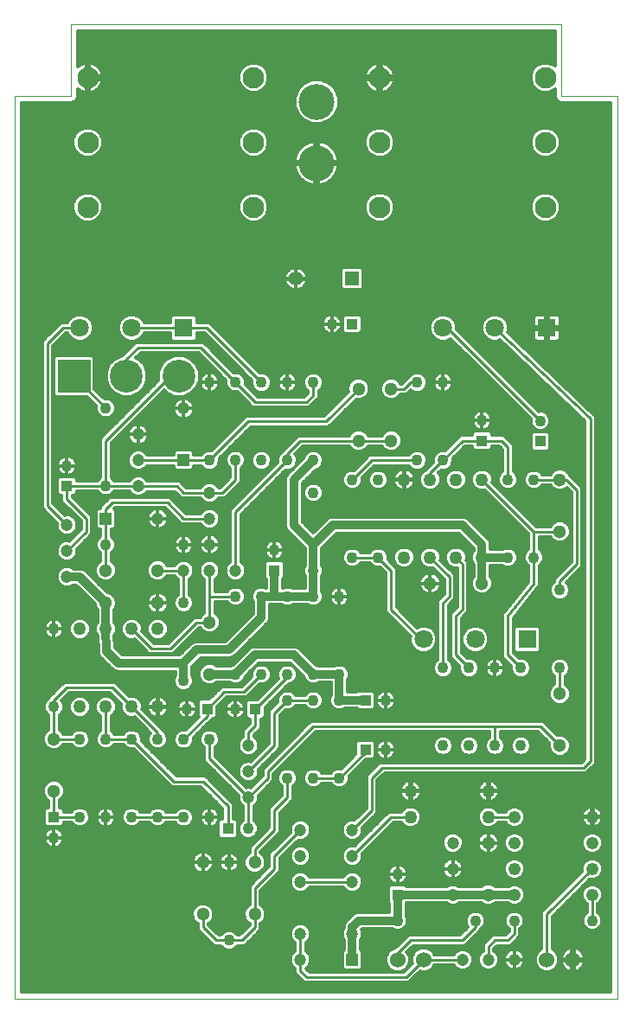
<source format=gbl>
G75*
%MOIN*%
%OFA0B0*%
%FSLAX25Y25*%
%IPPOS*%
%LPD*%
%AMOC8*
5,1,8,0,0,1.08239X$1,22.5*
%
%ADD10C,0.08268*%
%ADD11C,0.05512*%
%ADD12R,0.05512X0.05512*%
%ADD13R,0.07087X0.07087*%
%ADD14C,0.07087*%
%ADD15C,0.13843*%
%ADD16C,0.04331*%
%ADD17C,0.05118*%
%ADD18C,0.04724*%
%ADD19C,0.05000*%
%ADD20R,0.04724X0.04724*%
%ADD21R,0.12661X0.12661*%
%ADD22C,0.12661*%
%ADD23C,0.00000*%
%ADD24R,0.04331X0.04331*%
%ADD25C,0.04800*%
%ADD26C,0.04700*%
%ADD27C,0.06000*%
%ADD28C,0.01200*%
%ADD29C,0.03346*%
%ADD30C,0.01000*%
%ADD31C,0.03200*%
D10*
X0033051Y0309100D03*
X0033051Y0334100D03*
X0033051Y0359100D03*
X0096949Y0359100D03*
X0096949Y0334100D03*
X0096949Y0309100D03*
X0145551Y0309100D03*
X0145551Y0334100D03*
X0145551Y0359100D03*
X0209449Y0359100D03*
X0209449Y0334100D03*
X0209449Y0309100D03*
D11*
X0113250Y0281600D03*
D12*
X0135000Y0281600D03*
D13*
X0070000Y0262663D03*
X0202500Y0142663D03*
X0210000Y0262663D03*
D14*
X0190000Y0262663D03*
X0170000Y0262663D03*
X0162500Y0142663D03*
X0182500Y0142663D03*
X0050000Y0262663D03*
X0030000Y0262663D03*
D15*
X0121250Y0326163D03*
X0121250Y0349785D03*
D16*
X0127070Y0264098D03*
X0120000Y0241600D03*
X0110000Y0241600D03*
X0100000Y0241600D03*
X0090000Y0241696D03*
X0080000Y0241600D03*
X0080000Y0211600D03*
X0090000Y0211696D03*
X0100000Y0211600D03*
X0110000Y0211600D03*
X0120000Y0211600D03*
X0120000Y0199100D03*
X0135000Y0204100D03*
X0145000Y0204100D03*
X0160000Y0211600D03*
X0170000Y0211600D03*
X0184998Y0227030D03*
X0170000Y0241600D03*
X0160000Y0241600D03*
X0195000Y0204100D03*
X0205000Y0204100D03*
X0207498Y0226780D03*
X0205000Y0174100D03*
X0195000Y0174100D03*
X0215000Y0161600D03*
X0215000Y0131600D03*
X0200000Y0131600D03*
X0190000Y0131600D03*
X0180000Y0131600D03*
X0170000Y0131600D03*
X0170000Y0101600D03*
X0180000Y0101600D03*
X0190000Y0101600D03*
X0200000Y0101600D03*
X0197500Y0034100D03*
X0182500Y0034100D03*
X0152500Y0034100D03*
X0152498Y0052030D03*
X0130000Y0089100D03*
X0120000Y0089100D03*
X0110000Y0089100D03*
X0094940Y0069600D03*
X0087500Y0056600D03*
X0080000Y0074100D03*
X0070000Y0074004D03*
X0060000Y0074100D03*
X0050000Y0074100D03*
X0040000Y0074100D03*
X0030000Y0074100D03*
X0020000Y0066160D03*
X0030000Y0104100D03*
X0040000Y0104100D03*
X0050000Y0104100D03*
X0060000Y0104100D03*
X0070000Y0104004D03*
X0071310Y0115850D03*
X0070000Y0126600D03*
X0080000Y0104100D03*
X0089810Y0115600D03*
X0090000Y0129100D03*
X0100000Y0129100D03*
X0110000Y0129100D03*
X0110000Y0119100D03*
X0120000Y0119100D03*
X0120000Y0129100D03*
X0130000Y0129100D03*
X0130000Y0119100D03*
X0147930Y0119102D03*
X0147940Y0100100D03*
X0130000Y0159100D03*
X0135000Y0174100D03*
X0145000Y0174100D03*
X0120000Y0169100D03*
X0120000Y0159100D03*
X0110000Y0159100D03*
X0100000Y0159100D03*
X0090000Y0159100D03*
X0104998Y0177030D03*
X0070000Y0179100D03*
X0070000Y0156600D03*
X0040000Y0179100D03*
X0040000Y0201696D03*
X0024998Y0209530D03*
X0040000Y0231696D03*
X0020000Y0146600D03*
X0020000Y0116600D03*
X0087500Y0026600D03*
X0227500Y0034100D03*
D17*
X0187500Y0044100D03*
X0187500Y0064100D03*
X0215000Y0101600D03*
X0215000Y0121600D03*
X0185000Y0164100D03*
X0165000Y0164100D03*
X0150000Y0219100D03*
X0150000Y0239100D03*
X0137500Y0239100D03*
X0137500Y0219100D03*
X0080000Y0149100D03*
X0080000Y0129100D03*
X0060000Y0156600D03*
X0060000Y0169100D03*
X0040000Y0169100D03*
X0040000Y0156600D03*
X0020000Y0104100D03*
X0020000Y0084100D03*
X0077500Y0056600D03*
X0077500Y0036600D03*
X0097500Y0036600D03*
X0097500Y0056600D03*
X0215000Y0184100D03*
X0215000Y0204100D03*
D18*
X0135000Y0069100D03*
X0135000Y0059100D03*
X0135000Y0049100D03*
X0135000Y0029100D03*
X0115000Y0029100D03*
X0115000Y0019100D03*
X0115000Y0049100D03*
X0115000Y0059100D03*
X0115000Y0069100D03*
X0095000Y0081600D03*
X0095000Y0091600D03*
X0095000Y0101600D03*
X0090000Y0169100D03*
X0080000Y0169100D03*
X0080000Y0179100D03*
X0080000Y0189100D03*
X0080000Y0199100D03*
X0070000Y0169100D03*
X0060000Y0189100D03*
X0052500Y0201600D03*
X0052500Y0211600D03*
X0052500Y0221600D03*
X0070000Y0231600D03*
X0025000Y0186600D03*
X0025000Y0176600D03*
X0025000Y0166600D03*
X0177500Y0019100D03*
X0187500Y0019100D03*
X0197500Y0019100D03*
D19*
X0187500Y0074100D03*
X0187500Y0084100D03*
X0157500Y0084100D03*
X0157500Y0074100D03*
X0155000Y0174100D03*
X0165000Y0174100D03*
X0175000Y0174100D03*
X0185000Y0174100D03*
X0185000Y0204100D03*
X0175000Y0204100D03*
X0165000Y0204100D03*
X0155000Y0204100D03*
X0060000Y0146600D03*
X0050000Y0146600D03*
X0040000Y0146600D03*
X0030000Y0146600D03*
X0030000Y0116600D03*
X0040000Y0116600D03*
X0050000Y0116600D03*
X0060000Y0116600D03*
D20*
X0040000Y0189100D03*
X0070000Y0211600D03*
X0135000Y0019100D03*
D21*
X0027750Y0244100D03*
D22*
X0048000Y0244100D03*
X0068150Y0244100D03*
D23*
X0005000Y0004100D02*
X0237283Y0004100D01*
X0237283Y0352131D01*
X0215630Y0352131D01*
X0215630Y0379691D01*
X0026654Y0379691D01*
X0026654Y0352131D01*
X0005000Y0352131D01*
X0005000Y0004100D01*
D24*
X0020000Y0074040D03*
X0079190Y0115850D03*
X0097690Y0115600D03*
X0087060Y0069600D03*
X0140060Y0100100D03*
X0140070Y0119105D03*
X0104995Y0169170D03*
X0134930Y0264095D03*
X0184995Y0219170D03*
X0207495Y0218920D03*
X0152495Y0044170D03*
X0024995Y0201670D03*
D25*
X0197500Y0074100D03*
X0197500Y0064100D03*
X0197500Y0054100D03*
X0197500Y0044100D03*
X0227500Y0044100D03*
X0227500Y0054100D03*
X0227500Y0064100D03*
X0227500Y0074100D03*
D26*
X0173750Y0064100D03*
X0173750Y0054100D03*
X0173750Y0044100D03*
D27*
X0162500Y0019100D03*
X0152500Y0019100D03*
X0210000Y0019100D03*
X0220000Y0019100D03*
D28*
X0220400Y0018800D02*
X0234683Y0018800D01*
X0234683Y0019998D02*
X0224515Y0019998D01*
X0224487Y0020177D02*
X0224263Y0020866D01*
X0223934Y0021511D01*
X0223509Y0022097D01*
X0222997Y0022609D01*
X0222411Y0023034D01*
X0221766Y0023363D01*
X0221077Y0023587D01*
X0220400Y0023694D01*
X0220400Y0019500D01*
X0219600Y0019500D01*
X0219600Y0023694D01*
X0218923Y0023587D01*
X0218234Y0023363D01*
X0217589Y0023034D01*
X0217003Y0022609D01*
X0216491Y0022097D01*
X0216066Y0021511D01*
X0215737Y0020866D01*
X0215513Y0020177D01*
X0215406Y0019500D01*
X0219600Y0019500D01*
X0219600Y0018700D01*
X0215406Y0018700D01*
X0215513Y0018023D01*
X0215737Y0017334D01*
X0216066Y0016689D01*
X0216491Y0016103D01*
X0217003Y0015591D01*
X0217589Y0015166D01*
X0218234Y0014837D01*
X0218923Y0014613D01*
X0219600Y0014506D01*
X0219600Y0018700D01*
X0220400Y0018700D01*
X0220400Y0019500D01*
X0224594Y0019500D01*
X0224487Y0020177D01*
X0224094Y0021197D02*
X0234683Y0021197D01*
X0234683Y0022395D02*
X0223210Y0022395D01*
X0221033Y0023594D02*
X0234683Y0023594D01*
X0234683Y0024792D02*
X0212100Y0024792D01*
X0212100Y0023594D02*
X0218967Y0023594D01*
X0219600Y0023594D02*
X0220400Y0023594D01*
X0220400Y0022395D02*
X0219600Y0022395D01*
X0219600Y0021197D02*
X0220400Y0021197D01*
X0220400Y0019998D02*
X0219600Y0019998D01*
X0219600Y0018800D02*
X0214600Y0018800D01*
X0214600Y0018185D02*
X0214600Y0020015D01*
X0213900Y0021706D01*
X0212606Y0023000D01*
X0212100Y0023209D01*
X0212100Y0035730D01*
X0226539Y0050169D01*
X0226704Y0050100D01*
X0228296Y0050100D01*
X0229766Y0050709D01*
X0230891Y0051834D01*
X0231500Y0053304D01*
X0231500Y0054896D01*
X0230891Y0056366D01*
X0229766Y0057491D01*
X0228296Y0058100D01*
X0226704Y0058100D01*
X0225234Y0057491D01*
X0224109Y0056366D01*
X0223500Y0054896D01*
X0223500Y0053304D01*
X0223569Y0053139D01*
X0209130Y0038700D01*
X0207900Y0037470D01*
X0207900Y0023209D01*
X0207394Y0023000D01*
X0206100Y0021706D01*
X0205400Y0020015D01*
X0205400Y0018185D01*
X0206100Y0016494D01*
X0207394Y0015200D01*
X0209085Y0014500D01*
X0210915Y0014500D01*
X0212606Y0015200D01*
X0213900Y0016494D01*
X0214600Y0018185D01*
X0214358Y0017601D02*
X0215650Y0017601D01*
X0216274Y0016403D02*
X0213808Y0016403D01*
X0212610Y0015204D02*
X0217536Y0015204D01*
X0219600Y0015204D02*
X0220400Y0015204D01*
X0220400Y0014506D02*
X0221077Y0014613D01*
X0221766Y0014837D01*
X0222411Y0015166D01*
X0222997Y0015591D01*
X0223509Y0016103D01*
X0223934Y0016689D01*
X0224263Y0017334D01*
X0224487Y0018023D01*
X0224594Y0018700D01*
X0220400Y0018700D01*
X0220400Y0014506D01*
X0220400Y0016403D02*
X0219600Y0016403D01*
X0219600Y0017601D02*
X0220400Y0017601D01*
X0222464Y0015204D02*
X0234683Y0015204D01*
X0234683Y0014006D02*
X0160376Y0014006D01*
X0161079Y0014709D02*
X0161585Y0014500D01*
X0163415Y0014500D01*
X0165106Y0015200D01*
X0166400Y0016494D01*
X0166609Y0017000D01*
X0174081Y0017000D01*
X0174141Y0016856D01*
X0175256Y0015741D01*
X0176712Y0015138D01*
X0178288Y0015138D01*
X0179744Y0015741D01*
X0180859Y0016856D01*
X0181462Y0018312D01*
X0181462Y0019888D01*
X0180859Y0021344D01*
X0179744Y0022459D01*
X0178288Y0023062D01*
X0176712Y0023062D01*
X0175256Y0022459D01*
X0174141Y0021344D01*
X0174081Y0021200D01*
X0166609Y0021200D01*
X0166400Y0021706D01*
X0165106Y0023000D01*
X0163415Y0023700D01*
X0161585Y0023700D01*
X0159894Y0023000D01*
X0158600Y0021706D01*
X0157900Y0020015D01*
X0157900Y0018185D01*
X0158109Y0017679D01*
X0154880Y0014450D01*
X0118370Y0014450D01*
X0117127Y0015693D01*
X0117244Y0015741D01*
X0118359Y0016856D01*
X0118962Y0018312D01*
X0118962Y0019888D01*
X0118359Y0021344D01*
X0117244Y0022459D01*
X0117100Y0022519D01*
X0117100Y0025681D01*
X0117244Y0025741D01*
X0118359Y0026856D01*
X0118962Y0028312D01*
X0118962Y0029888D01*
X0118359Y0031344D01*
X0117244Y0032459D01*
X0115788Y0033062D01*
X0114212Y0033062D01*
X0112756Y0032459D01*
X0111641Y0031344D01*
X0111038Y0029888D01*
X0111038Y0028312D01*
X0111641Y0026856D01*
X0112756Y0025741D01*
X0112900Y0025681D01*
X0112900Y0022519D01*
X0112756Y0022459D01*
X0111641Y0021344D01*
X0111038Y0019888D01*
X0111038Y0018312D01*
X0111641Y0016856D01*
X0112756Y0015741D01*
X0112900Y0015681D01*
X0112900Y0013980D01*
X0115400Y0011480D01*
X0116630Y0010250D01*
X0156620Y0010250D01*
X0161079Y0014709D01*
X0159177Y0012807D02*
X0234683Y0012807D01*
X0234683Y0011609D02*
X0157979Y0011609D01*
X0156780Y0010410D02*
X0234683Y0010410D01*
X0234683Y0009212D02*
X0007600Y0009212D01*
X0007600Y0010410D02*
X0116470Y0010410D01*
X0115271Y0011609D02*
X0007600Y0011609D01*
X0007600Y0012807D02*
X0114073Y0012807D01*
X0112900Y0014006D02*
X0007600Y0014006D01*
X0007600Y0015204D02*
X0112900Y0015204D01*
X0112094Y0016403D02*
X0007600Y0016403D01*
X0007600Y0017601D02*
X0111332Y0017601D01*
X0111038Y0018800D02*
X0007600Y0018800D01*
X0007600Y0019998D02*
X0111083Y0019998D01*
X0111580Y0021197D02*
X0007600Y0021197D01*
X0007600Y0022395D02*
X0112692Y0022395D01*
X0112900Y0023594D02*
X0089819Y0023594D01*
X0089633Y0023408D02*
X0090692Y0024467D01*
X0090706Y0024500D01*
X0093370Y0024500D01*
X0098370Y0029500D01*
X0099600Y0030730D01*
X0099600Y0032968D01*
X0099856Y0033074D01*
X0101026Y0034244D01*
X0101659Y0035773D01*
X0101659Y0037427D01*
X0101026Y0038956D01*
X0099856Y0040126D01*
X0099600Y0040232D01*
X0099600Y0045730D01*
X0107100Y0053230D01*
X0107100Y0054970D01*
X0107100Y0058230D01*
X0114067Y0065198D01*
X0114212Y0065138D01*
X0115788Y0065138D01*
X0117244Y0065741D01*
X0118359Y0066856D01*
X0118962Y0068312D01*
X0118962Y0069888D01*
X0118359Y0071344D01*
X0117244Y0072459D01*
X0115788Y0073062D01*
X0114212Y0073062D01*
X0112756Y0072459D01*
X0111641Y0071344D01*
X0111038Y0069888D01*
X0111038Y0068312D01*
X0111098Y0068167D01*
X0102900Y0059970D01*
X0102900Y0054970D01*
X0096630Y0048700D01*
X0095400Y0047470D01*
X0095400Y0040232D01*
X0095144Y0040126D01*
X0093974Y0038956D01*
X0093341Y0037427D01*
X0093341Y0035773D01*
X0093974Y0034244D01*
X0095144Y0033074D01*
X0095400Y0032968D01*
X0095400Y0032470D01*
X0091630Y0028700D01*
X0090706Y0028700D01*
X0090692Y0028733D01*
X0089633Y0029792D01*
X0088249Y0030365D01*
X0086751Y0030365D01*
X0085367Y0029792D01*
X0084308Y0028733D01*
X0084294Y0028700D01*
X0083370Y0028700D01*
X0079600Y0032470D01*
X0079600Y0032968D01*
X0079856Y0033074D01*
X0081026Y0034244D01*
X0081659Y0035773D01*
X0081659Y0037427D01*
X0081026Y0038956D01*
X0079856Y0040126D01*
X0078327Y0040759D01*
X0076673Y0040759D01*
X0075144Y0040126D01*
X0073974Y0038956D01*
X0073341Y0037427D01*
X0073341Y0035773D01*
X0073974Y0034244D01*
X0075144Y0033074D01*
X0075400Y0032968D01*
X0075400Y0030730D01*
X0080400Y0025730D01*
X0081630Y0024500D01*
X0084294Y0024500D01*
X0084308Y0024467D01*
X0085367Y0023408D01*
X0086751Y0022835D01*
X0088249Y0022835D01*
X0089633Y0023408D01*
X0093662Y0024792D02*
X0112900Y0024792D01*
X0112506Y0025991D02*
X0094861Y0025991D01*
X0096059Y0027189D02*
X0111503Y0027189D01*
X0111038Y0028388D02*
X0097258Y0028388D01*
X0098456Y0029586D02*
X0111038Y0029586D01*
X0111409Y0030785D02*
X0099600Y0030785D01*
X0099600Y0031983D02*
X0112280Y0031983D01*
X0117720Y0031983D02*
X0131800Y0031983D01*
X0131800Y0032237D02*
X0131800Y0031503D01*
X0131641Y0031344D01*
X0131038Y0029888D01*
X0131038Y0028312D01*
X0131641Y0026856D01*
X0131800Y0026697D01*
X0131800Y0022887D01*
X0131038Y0022125D01*
X0131038Y0016075D01*
X0131975Y0015138D01*
X0138025Y0015138D01*
X0138962Y0016075D01*
X0138962Y0022125D01*
X0138200Y0022887D01*
X0138200Y0026697D01*
X0138359Y0026856D01*
X0138962Y0028312D01*
X0138962Y0029888D01*
X0138626Y0030700D01*
X0138825Y0030900D01*
X0150386Y0030900D01*
X0151751Y0030335D01*
X0153249Y0030335D01*
X0154633Y0030908D01*
X0155692Y0031967D01*
X0156265Y0033351D01*
X0156265Y0034849D01*
X0155700Y0036214D01*
X0155700Y0040782D01*
X0155818Y0040900D01*
X0171364Y0040900D01*
X0171513Y0040751D01*
X0172964Y0040150D01*
X0174536Y0040150D01*
X0175987Y0040751D01*
X0176136Y0040900D01*
X0184818Y0040900D01*
X0185144Y0040574D01*
X0186673Y0039941D01*
X0188327Y0039941D01*
X0189856Y0040574D01*
X0190182Y0040900D01*
X0195043Y0040900D01*
X0195234Y0040709D01*
X0196704Y0040100D01*
X0198296Y0040100D01*
X0199766Y0040709D01*
X0200891Y0041834D01*
X0201500Y0043304D01*
X0201500Y0044896D01*
X0200891Y0046366D01*
X0199766Y0047491D01*
X0198296Y0048100D01*
X0196704Y0048100D01*
X0195234Y0047491D01*
X0195043Y0047300D01*
X0190182Y0047300D01*
X0189856Y0047626D01*
X0188327Y0048259D01*
X0186673Y0048259D01*
X0185144Y0047626D01*
X0184818Y0047300D01*
X0176136Y0047300D01*
X0175987Y0047449D01*
X0174536Y0048050D01*
X0172964Y0048050D01*
X0171513Y0047449D01*
X0171364Y0047300D01*
X0155958Y0047300D01*
X0155323Y0047935D01*
X0149667Y0047935D01*
X0148730Y0046998D01*
X0148730Y0041342D01*
X0149300Y0040772D01*
X0149300Y0037300D01*
X0136863Y0037300D01*
X0135687Y0036813D01*
X0134787Y0035913D01*
X0132287Y0033413D01*
X0131800Y0032237D01*
X0132192Y0033182D02*
X0099964Y0033182D01*
X0101082Y0034380D02*
X0133255Y0034380D01*
X0134453Y0035579D02*
X0101579Y0035579D01*
X0101659Y0036777D02*
X0135652Y0036777D01*
X0138710Y0030785D02*
X0150664Y0030785D01*
X0154336Y0030785D02*
X0178715Y0030785D01*
X0179603Y0031672D02*
X0176630Y0028700D01*
X0156630Y0028700D01*
X0155400Y0027470D01*
X0151630Y0023700D01*
X0151585Y0023700D01*
X0149894Y0023000D01*
X0148600Y0021706D01*
X0147900Y0020015D01*
X0147900Y0018185D01*
X0148600Y0016494D01*
X0149894Y0015200D01*
X0151585Y0014500D01*
X0153415Y0014500D01*
X0155106Y0015200D01*
X0156400Y0016494D01*
X0157100Y0018185D01*
X0157100Y0020015D01*
X0156400Y0021706D01*
X0155988Y0022118D01*
X0158370Y0024500D01*
X0178370Y0024500D01*
X0179600Y0025730D01*
X0179600Y0025730D01*
X0183370Y0029500D01*
X0184600Y0030730D01*
X0184600Y0030894D01*
X0184633Y0030908D01*
X0185692Y0031967D01*
X0186265Y0033351D01*
X0186265Y0034849D01*
X0185692Y0036233D01*
X0184633Y0037292D01*
X0183249Y0037865D01*
X0181751Y0037865D01*
X0180367Y0037292D01*
X0179308Y0036233D01*
X0178735Y0034849D01*
X0178735Y0033351D01*
X0179308Y0031967D01*
X0179603Y0031672D01*
X0179301Y0031983D02*
X0155699Y0031983D01*
X0156195Y0033182D02*
X0178805Y0033182D01*
X0178735Y0034380D02*
X0156265Y0034380D01*
X0155963Y0035579D02*
X0179037Y0035579D01*
X0179852Y0036777D02*
X0155700Y0036777D01*
X0155700Y0037976D02*
X0208406Y0037976D01*
X0207900Y0036777D02*
X0200148Y0036777D01*
X0199633Y0037292D02*
X0198249Y0037865D01*
X0196751Y0037865D01*
X0195367Y0037292D01*
X0194308Y0036233D01*
X0193735Y0034849D01*
X0193735Y0033351D01*
X0194308Y0031967D01*
X0195367Y0030908D01*
X0195400Y0030894D01*
X0195400Y0029970D01*
X0194130Y0028700D01*
X0189130Y0028700D01*
X0187900Y0027470D01*
X0185400Y0024970D01*
X0185400Y0022519D01*
X0185256Y0022459D01*
X0184141Y0021344D01*
X0183538Y0019888D01*
X0183538Y0018312D01*
X0184141Y0016856D01*
X0185256Y0015741D01*
X0186712Y0015138D01*
X0188288Y0015138D01*
X0189744Y0015741D01*
X0190859Y0016856D01*
X0191462Y0018312D01*
X0191462Y0019888D01*
X0190859Y0021344D01*
X0189744Y0022459D01*
X0189600Y0022519D01*
X0189600Y0023230D01*
X0190870Y0024500D01*
X0195870Y0024500D01*
X0198370Y0027000D01*
X0199600Y0028230D01*
X0199600Y0030894D01*
X0199633Y0030908D01*
X0200692Y0031967D01*
X0201265Y0033351D01*
X0201265Y0034849D01*
X0200692Y0036233D01*
X0199633Y0037292D01*
X0200963Y0035579D02*
X0207900Y0035579D01*
X0207900Y0034380D02*
X0201265Y0034380D01*
X0201195Y0033182D02*
X0207900Y0033182D01*
X0207900Y0031983D02*
X0200699Y0031983D01*
X0199600Y0030785D02*
X0207900Y0030785D01*
X0207900Y0029586D02*
X0199600Y0029586D01*
X0199600Y0028388D02*
X0207900Y0028388D01*
X0207900Y0027189D02*
X0198559Y0027189D01*
X0197361Y0025991D02*
X0207900Y0025991D01*
X0207900Y0024792D02*
X0196162Y0024792D01*
X0196344Y0022910D02*
X0195623Y0022611D01*
X0194974Y0022178D01*
X0194422Y0021626D01*
X0193989Y0020977D01*
X0193690Y0020256D01*
X0193538Y0019490D01*
X0193538Y0019100D01*
X0197500Y0019100D01*
X0201462Y0019100D01*
X0201462Y0019490D01*
X0201310Y0020256D01*
X0201011Y0020977D01*
X0200578Y0021626D01*
X0200026Y0022178D01*
X0199377Y0022611D01*
X0198656Y0022910D01*
X0197890Y0023062D01*
X0197500Y0023062D01*
X0197500Y0019100D01*
X0197500Y0019100D01*
X0197500Y0019100D01*
X0201462Y0019100D01*
X0201462Y0018710D01*
X0201310Y0017944D01*
X0201011Y0017223D01*
X0200578Y0016574D01*
X0200026Y0016022D01*
X0199377Y0015589D01*
X0198656Y0015290D01*
X0197890Y0015138D01*
X0197500Y0015138D01*
X0197500Y0019100D01*
X0197500Y0019100D01*
X0197500Y0019100D01*
X0197500Y0023062D01*
X0197110Y0023062D01*
X0196344Y0022910D01*
X0195300Y0022395D02*
X0189808Y0022395D01*
X0189964Y0023594D02*
X0207900Y0023594D01*
X0206790Y0022395D02*
X0199700Y0022395D01*
X0200864Y0021197D02*
X0205890Y0021197D01*
X0205400Y0019998D02*
X0201361Y0019998D01*
X0201462Y0018800D02*
X0205400Y0018800D01*
X0205642Y0017601D02*
X0201168Y0017601D01*
X0200406Y0016403D02*
X0206192Y0016403D01*
X0207390Y0015204D02*
X0198224Y0015204D01*
X0197500Y0015204D02*
X0197500Y0015204D01*
X0197500Y0015138D02*
X0197500Y0019100D01*
X0193538Y0019100D01*
X0193538Y0018710D01*
X0193690Y0017944D01*
X0193989Y0017223D01*
X0194422Y0016574D01*
X0194974Y0016022D01*
X0195623Y0015589D01*
X0196344Y0015290D01*
X0197110Y0015138D01*
X0197500Y0015138D01*
X0196776Y0015204D02*
X0188448Y0015204D01*
X0186552Y0015204D02*
X0178448Y0015204D01*
X0176552Y0015204D02*
X0165110Y0015204D01*
X0166308Y0016403D02*
X0174594Y0016403D01*
X0175192Y0022395D02*
X0165710Y0022395D01*
X0163671Y0023594D02*
X0185400Y0023594D01*
X0185400Y0024792D02*
X0178662Y0024792D01*
X0179861Y0025991D02*
X0186421Y0025991D01*
X0187619Y0027189D02*
X0181059Y0027189D01*
X0182258Y0028388D02*
X0188818Y0028388D01*
X0186195Y0033182D02*
X0193805Y0033182D01*
X0193735Y0034380D02*
X0186265Y0034380D01*
X0185963Y0035579D02*
X0194037Y0035579D01*
X0194852Y0036777D02*
X0185148Y0036777D01*
X0185630Y0040373D02*
X0175074Y0040373D01*
X0172426Y0040373D02*
X0155700Y0040373D01*
X0155700Y0039174D02*
X0209605Y0039174D01*
X0210803Y0040373D02*
X0198955Y0040373D01*
X0200628Y0041571D02*
X0212002Y0041571D01*
X0213200Y0042770D02*
X0201279Y0042770D01*
X0201500Y0043968D02*
X0214399Y0043968D01*
X0215597Y0045167D02*
X0201388Y0045167D01*
X0200891Y0046366D02*
X0216796Y0046366D01*
X0217994Y0047564D02*
X0199590Y0047564D01*
X0198296Y0050100D02*
X0199766Y0050709D01*
X0200891Y0051834D01*
X0201500Y0053304D01*
X0201500Y0054896D01*
X0200891Y0056366D01*
X0199766Y0057491D01*
X0198296Y0058100D01*
X0196704Y0058100D01*
X0195234Y0057491D01*
X0194109Y0056366D01*
X0193500Y0054896D01*
X0193500Y0053304D01*
X0194109Y0051834D01*
X0195234Y0050709D01*
X0196704Y0050100D01*
X0198296Y0050100D01*
X0200216Y0051160D02*
X0221590Y0051160D01*
X0222788Y0052358D02*
X0201108Y0052358D01*
X0201500Y0053557D02*
X0223500Y0053557D01*
X0223500Y0054755D02*
X0201500Y0054755D01*
X0201062Y0055954D02*
X0223938Y0055954D01*
X0224895Y0057152D02*
X0200105Y0057152D01*
X0198296Y0060100D02*
X0196704Y0060100D01*
X0195234Y0060709D01*
X0194109Y0061834D01*
X0193500Y0063304D01*
X0193500Y0064896D01*
X0194109Y0066366D01*
X0195234Y0067491D01*
X0196704Y0068100D01*
X0198296Y0068100D01*
X0199766Y0067491D01*
X0200891Y0066366D01*
X0201500Y0064896D01*
X0201500Y0063304D01*
X0200891Y0061834D01*
X0199766Y0060709D01*
X0198296Y0060100D01*
X0199804Y0060748D02*
X0225195Y0060748D01*
X0225234Y0060709D02*
X0226704Y0060100D01*
X0228296Y0060100D01*
X0229766Y0060709D01*
X0230891Y0061834D01*
X0231500Y0063304D01*
X0231500Y0064896D01*
X0230891Y0066366D01*
X0229766Y0067491D01*
X0228296Y0068100D01*
X0226704Y0068100D01*
X0225234Y0067491D01*
X0224109Y0066366D01*
X0223500Y0064896D01*
X0223500Y0063304D01*
X0224109Y0061834D01*
X0225234Y0060709D01*
X0224063Y0061946D02*
X0200937Y0061946D01*
X0201434Y0063145D02*
X0223566Y0063145D01*
X0223500Y0064343D02*
X0201500Y0064343D01*
X0201232Y0065542D02*
X0223768Y0065542D01*
X0224483Y0066740D02*
X0200517Y0066740D01*
X0198685Y0067939D02*
X0226315Y0067939D01*
X0227106Y0070100D02*
X0226333Y0070254D01*
X0225605Y0070555D01*
X0224950Y0070993D01*
X0224393Y0071550D01*
X0223955Y0072205D01*
X0223654Y0072933D01*
X0223500Y0073706D01*
X0223500Y0073900D01*
X0227300Y0073900D01*
X0227700Y0073900D01*
X0227700Y0074300D01*
X0231500Y0074300D01*
X0231500Y0074494D01*
X0231346Y0075267D01*
X0231045Y0075995D01*
X0230607Y0076650D01*
X0230050Y0077207D01*
X0229395Y0077645D01*
X0228667Y0077946D01*
X0227894Y0078100D01*
X0227700Y0078100D01*
X0227700Y0074300D01*
X0227300Y0074300D01*
X0227300Y0078100D01*
X0227106Y0078100D01*
X0226333Y0077946D01*
X0225605Y0077645D01*
X0224950Y0077207D01*
X0224393Y0076650D01*
X0223955Y0075995D01*
X0223654Y0075267D01*
X0223500Y0074494D01*
X0223500Y0074300D01*
X0227300Y0074300D01*
X0227300Y0073900D01*
X0227300Y0070100D01*
X0227106Y0070100D01*
X0227300Y0070336D02*
X0227700Y0070336D01*
X0227700Y0070100D02*
X0227894Y0070100D01*
X0228667Y0070254D01*
X0229395Y0070555D01*
X0230050Y0070993D01*
X0230607Y0071550D01*
X0231045Y0072205D01*
X0231346Y0072933D01*
X0231500Y0073706D01*
X0231500Y0073900D01*
X0227700Y0073900D01*
X0227700Y0070100D01*
X0228865Y0070336D02*
X0234683Y0070336D01*
X0234683Y0071534D02*
X0230591Y0071534D01*
X0231263Y0072733D02*
X0234683Y0072733D01*
X0234683Y0073931D02*
X0227700Y0073931D01*
X0227300Y0073931D02*
X0201500Y0073931D01*
X0201500Y0073304D02*
X0201500Y0074896D01*
X0200891Y0076366D01*
X0199766Y0077491D01*
X0198296Y0078100D01*
X0196704Y0078100D01*
X0195234Y0077491D01*
X0194109Y0076366D01*
X0194040Y0076200D01*
X0191068Y0076200D01*
X0190976Y0076422D01*
X0189822Y0077576D01*
X0188316Y0078200D01*
X0186684Y0078200D01*
X0185178Y0077576D01*
X0184024Y0076422D01*
X0183400Y0074916D01*
X0183400Y0073284D01*
X0184024Y0071778D01*
X0185178Y0070624D01*
X0186684Y0070000D01*
X0188316Y0070000D01*
X0189822Y0070624D01*
X0190976Y0071778D01*
X0191068Y0072000D01*
X0194040Y0072000D01*
X0194109Y0071834D01*
X0195234Y0070709D01*
X0196704Y0070100D01*
X0198296Y0070100D01*
X0199766Y0070709D01*
X0200891Y0071834D01*
X0201500Y0073304D01*
X0201263Y0072733D02*
X0223737Y0072733D01*
X0224409Y0071534D02*
X0200591Y0071534D01*
X0198865Y0070336D02*
X0226135Y0070336D01*
X0227300Y0071534D02*
X0227700Y0071534D01*
X0227700Y0072733D02*
X0227300Y0072733D01*
X0227300Y0075130D02*
X0227700Y0075130D01*
X0227700Y0076328D02*
X0227300Y0076328D01*
X0227300Y0077527D02*
X0227700Y0077527D01*
X0229571Y0077527D02*
X0234683Y0077527D01*
X0234683Y0078725D02*
X0144600Y0078725D01*
X0144600Y0077527D02*
X0155129Y0077527D01*
X0155178Y0077576D02*
X0154024Y0076422D01*
X0153932Y0076200D01*
X0149130Y0076200D01*
X0147900Y0074970D01*
X0135933Y0063002D01*
X0135788Y0063062D01*
X0134212Y0063062D01*
X0132756Y0062459D01*
X0131641Y0061344D01*
X0131038Y0059888D01*
X0131038Y0058312D01*
X0131641Y0056856D01*
X0132756Y0055741D01*
X0134212Y0055138D01*
X0135788Y0055138D01*
X0137244Y0055741D01*
X0138359Y0056856D01*
X0138962Y0058312D01*
X0138962Y0059888D01*
X0138902Y0060033D01*
X0150870Y0072000D01*
X0153932Y0072000D01*
X0154024Y0071778D01*
X0155178Y0070624D01*
X0156684Y0070000D01*
X0158316Y0070000D01*
X0159822Y0070624D01*
X0160976Y0071778D01*
X0161600Y0073284D01*
X0161600Y0074916D01*
X0160976Y0076422D01*
X0159822Y0077576D01*
X0158316Y0078200D01*
X0156684Y0078200D01*
X0155178Y0077576D01*
X0153985Y0076328D02*
X0144600Y0076328D01*
X0144600Y0075730D02*
X0144600Y0088230D01*
X0147370Y0091000D01*
X0225120Y0091000D01*
X0226350Y0092230D01*
X0227620Y0093500D01*
X0228850Y0094730D01*
X0228850Y0226823D01*
X0228871Y0226845D01*
X0228850Y0227688D01*
X0228850Y0228533D01*
X0228829Y0228554D01*
X0228828Y0228584D01*
X0228217Y0229166D01*
X0227620Y0229763D01*
X0227590Y0229763D01*
X0194854Y0260941D01*
X0195143Y0261640D01*
X0195143Y0263686D01*
X0194360Y0265576D01*
X0192913Y0267023D01*
X0191023Y0267806D01*
X0188977Y0267806D01*
X0187087Y0267023D01*
X0185640Y0265576D01*
X0184857Y0263686D01*
X0184857Y0261640D01*
X0185640Y0259750D01*
X0187087Y0258303D01*
X0188977Y0257520D01*
X0191023Y0257520D01*
X0191952Y0257904D01*
X0224650Y0226763D01*
X0224650Y0096470D01*
X0223380Y0095200D01*
X0145630Y0095200D01*
X0140400Y0089970D01*
X0140400Y0077470D01*
X0135933Y0073002D01*
X0135788Y0073062D01*
X0134212Y0073062D01*
X0132756Y0072459D01*
X0131641Y0071344D01*
X0131038Y0069888D01*
X0131038Y0068312D01*
X0131641Y0066856D01*
X0132756Y0065741D01*
X0134212Y0065138D01*
X0135788Y0065138D01*
X0137244Y0065741D01*
X0138359Y0066856D01*
X0138962Y0068312D01*
X0138962Y0069888D01*
X0138902Y0070033D01*
X0143370Y0074500D01*
X0144600Y0075730D01*
X0144000Y0075130D02*
X0148060Y0075130D01*
X0146861Y0073931D02*
X0142801Y0073931D01*
X0141603Y0072733D02*
X0145663Y0072733D01*
X0144464Y0071534D02*
X0140404Y0071534D01*
X0139206Y0070336D02*
X0143266Y0070336D01*
X0142067Y0069137D02*
X0138962Y0069137D01*
X0138808Y0067939D02*
X0140869Y0067939D01*
X0139670Y0066740D02*
X0138244Y0066740D01*
X0138472Y0065542D02*
X0136763Y0065542D01*
X0137273Y0064343D02*
X0113213Y0064343D01*
X0114212Y0063062D02*
X0112756Y0062459D01*
X0111641Y0061344D01*
X0111038Y0059888D01*
X0111038Y0058312D01*
X0111641Y0056856D01*
X0112756Y0055741D01*
X0114212Y0055138D01*
X0115788Y0055138D01*
X0117244Y0055741D01*
X0118359Y0056856D01*
X0118962Y0058312D01*
X0118962Y0059888D01*
X0118359Y0061344D01*
X0117244Y0062459D01*
X0115788Y0063062D01*
X0114212Y0063062D01*
X0112014Y0063145D02*
X0136075Y0063145D01*
X0133237Y0065542D02*
X0116763Y0065542D01*
X0118244Y0066740D02*
X0131756Y0066740D01*
X0131192Y0067939D02*
X0118808Y0067939D01*
X0118962Y0069137D02*
X0131038Y0069137D01*
X0131223Y0070336D02*
X0118777Y0070336D01*
X0118169Y0071534D02*
X0131831Y0071534D01*
X0133417Y0072733D02*
X0116583Y0072733D01*
X0113417Y0072733D02*
X0107100Y0072733D01*
X0107100Y0073931D02*
X0136861Y0073931D01*
X0138060Y0075130D02*
X0107100Y0075130D01*
X0107100Y0075730D02*
X0112100Y0080730D01*
X0112100Y0085894D01*
X0112133Y0085908D01*
X0113192Y0086967D01*
X0113765Y0088351D01*
X0113765Y0089849D01*
X0113192Y0091233D01*
X0112133Y0092292D01*
X0110749Y0092865D01*
X0109251Y0092865D01*
X0107867Y0092292D01*
X0106808Y0091233D01*
X0106235Y0089849D01*
X0106235Y0088351D01*
X0106808Y0086967D01*
X0107867Y0085908D01*
X0107900Y0085894D01*
X0107900Y0082470D01*
X0104130Y0078700D01*
X0102900Y0077470D01*
X0102900Y0069970D01*
X0095400Y0062470D01*
X0095400Y0060232D01*
X0095144Y0060126D01*
X0093974Y0058956D01*
X0093341Y0057427D01*
X0093341Y0055773D01*
X0093974Y0054244D01*
X0095144Y0053074D01*
X0096673Y0052441D01*
X0098327Y0052441D01*
X0099856Y0053074D01*
X0101026Y0054244D01*
X0101659Y0055773D01*
X0101659Y0057427D01*
X0101026Y0058956D01*
X0099856Y0060126D01*
X0099600Y0060232D01*
X0099600Y0060730D01*
X0105870Y0067000D01*
X0107100Y0068230D01*
X0107100Y0075730D01*
X0107698Y0076328D02*
X0139258Y0076328D01*
X0140400Y0077527D02*
X0108897Y0077527D01*
X0110095Y0078725D02*
X0140400Y0078725D01*
X0140400Y0079924D02*
X0111294Y0079924D01*
X0112100Y0081122D02*
X0140400Y0081122D01*
X0140400Y0082321D02*
X0112100Y0082321D01*
X0112100Y0083519D02*
X0140400Y0083519D01*
X0140400Y0084718D02*
X0112100Y0084718D01*
X0112141Y0085916D02*
X0117859Y0085916D01*
X0117867Y0085908D02*
X0119251Y0085335D01*
X0120749Y0085335D01*
X0122133Y0085908D01*
X0123192Y0086967D01*
X0123206Y0087000D01*
X0126794Y0087000D01*
X0126808Y0086967D01*
X0127867Y0085908D01*
X0129251Y0085335D01*
X0130749Y0085335D01*
X0132133Y0085908D01*
X0133192Y0086967D01*
X0133765Y0088351D01*
X0133765Y0089849D01*
X0133752Y0089882D01*
X0140204Y0096335D01*
X0142888Y0096335D01*
X0143825Y0097272D01*
X0143825Y0102928D01*
X0142888Y0103865D01*
X0137232Y0103865D01*
X0136295Y0102928D01*
X0136295Y0098364D01*
X0130782Y0092852D01*
X0130749Y0092865D01*
X0129251Y0092865D01*
X0127867Y0092292D01*
X0126808Y0091233D01*
X0126794Y0091200D01*
X0123206Y0091200D01*
X0123192Y0091233D01*
X0122133Y0092292D01*
X0120749Y0092865D01*
X0119251Y0092865D01*
X0117867Y0092292D01*
X0116808Y0091233D01*
X0116235Y0089849D01*
X0116235Y0088351D01*
X0116808Y0086967D01*
X0117867Y0085908D01*
X0116747Y0087115D02*
X0113253Y0087115D01*
X0113750Y0088313D02*
X0116250Y0088313D01*
X0116235Y0089512D02*
X0113765Y0089512D01*
X0113409Y0090710D02*
X0116591Y0090710D01*
X0117484Y0091909D02*
X0112516Y0091909D01*
X0109374Y0095504D02*
X0133435Y0095504D01*
X0132236Y0094306D02*
X0108176Y0094306D01*
X0106977Y0093107D02*
X0131038Y0093107D01*
X0134580Y0090710D02*
X0141141Y0090710D01*
X0140400Y0089512D02*
X0133765Y0089512D01*
X0133750Y0088313D02*
X0140400Y0088313D01*
X0140400Y0087115D02*
X0133253Y0087115D01*
X0132141Y0085916D02*
X0140400Y0085916D01*
X0144600Y0085916D02*
X0153824Y0085916D01*
X0153700Y0085674D02*
X0153501Y0085060D01*
X0153400Y0084423D01*
X0153400Y0084300D01*
X0157300Y0084300D01*
X0157300Y0088200D01*
X0157177Y0088200D01*
X0156540Y0088099D01*
X0155926Y0087900D01*
X0155351Y0087607D01*
X0154829Y0087227D01*
X0154373Y0086771D01*
X0153993Y0086249D01*
X0153700Y0085674D01*
X0153447Y0084718D02*
X0144600Y0084718D01*
X0144600Y0083519D02*
X0153441Y0083519D01*
X0153400Y0083777D02*
X0153501Y0083140D01*
X0153700Y0082526D01*
X0153993Y0081951D01*
X0154373Y0081429D01*
X0154829Y0080973D01*
X0155351Y0080593D01*
X0155926Y0080300D01*
X0156540Y0080101D01*
X0157177Y0080000D01*
X0157300Y0080000D01*
X0157300Y0083900D01*
X0157700Y0083900D01*
X0157700Y0084300D01*
X0161600Y0084300D01*
X0161600Y0084423D01*
X0161499Y0085060D01*
X0161300Y0085674D01*
X0161007Y0086249D01*
X0160627Y0086771D01*
X0160171Y0087227D01*
X0159649Y0087607D01*
X0159074Y0087900D01*
X0158460Y0088099D01*
X0157823Y0088200D01*
X0157700Y0088200D01*
X0157700Y0084300D01*
X0157300Y0084300D01*
X0157300Y0083900D01*
X0153400Y0083900D01*
X0153400Y0083777D01*
X0153805Y0082321D02*
X0144600Y0082321D01*
X0144600Y0081122D02*
X0154679Y0081122D01*
X0157300Y0081122D02*
X0157700Y0081122D01*
X0157700Y0080000D02*
X0157823Y0080000D01*
X0158460Y0080101D01*
X0159074Y0080300D01*
X0159649Y0080593D01*
X0160171Y0080973D01*
X0160627Y0081429D01*
X0161007Y0081951D01*
X0161300Y0082526D01*
X0161499Y0083140D01*
X0161600Y0083777D01*
X0161600Y0083900D01*
X0157700Y0083900D01*
X0157700Y0080000D01*
X0157700Y0082321D02*
X0157300Y0082321D01*
X0157300Y0083519D02*
X0157700Y0083519D01*
X0157700Y0084718D02*
X0157300Y0084718D01*
X0157300Y0085916D02*
X0157700Y0085916D01*
X0157700Y0087115D02*
X0157300Y0087115D01*
X0154717Y0087115D02*
X0144600Y0087115D01*
X0144683Y0088313D02*
X0234683Y0088313D01*
X0234683Y0087115D02*
X0190283Y0087115D01*
X0190171Y0087227D02*
X0189649Y0087607D01*
X0189074Y0087900D01*
X0188460Y0088099D01*
X0187823Y0088200D01*
X0187700Y0088200D01*
X0187700Y0084300D01*
X0191600Y0084300D01*
X0191600Y0084423D01*
X0191499Y0085060D01*
X0191300Y0085674D01*
X0191007Y0086249D01*
X0190627Y0086771D01*
X0190171Y0087227D01*
X0191176Y0085916D02*
X0234683Y0085916D01*
X0234683Y0084718D02*
X0191553Y0084718D01*
X0191600Y0083900D02*
X0187700Y0083900D01*
X0187700Y0084300D01*
X0187300Y0084300D01*
X0187300Y0088200D01*
X0187177Y0088200D01*
X0186540Y0088099D01*
X0185926Y0087900D01*
X0185351Y0087607D01*
X0184829Y0087227D01*
X0184373Y0086771D01*
X0183993Y0086249D01*
X0183700Y0085674D01*
X0183501Y0085060D01*
X0183400Y0084423D01*
X0183400Y0084300D01*
X0187300Y0084300D01*
X0187300Y0083900D01*
X0187700Y0083900D01*
X0187700Y0080000D01*
X0187823Y0080000D01*
X0188460Y0080101D01*
X0189074Y0080300D01*
X0189649Y0080593D01*
X0190171Y0080973D01*
X0190627Y0081429D01*
X0191007Y0081951D01*
X0191300Y0082526D01*
X0191499Y0083140D01*
X0191600Y0083777D01*
X0191600Y0083900D01*
X0191559Y0083519D02*
X0234683Y0083519D01*
X0234683Y0082321D02*
X0191195Y0082321D01*
X0190321Y0081122D02*
X0234683Y0081122D01*
X0234683Y0079924D02*
X0144600Y0079924D01*
X0149206Y0070336D02*
X0155874Y0070336D01*
X0154267Y0071534D02*
X0150404Y0071534D01*
X0148007Y0069137D02*
X0234683Y0069137D01*
X0234683Y0067939D02*
X0228685Y0067939D01*
X0230517Y0066740D02*
X0234683Y0066740D01*
X0234683Y0065542D02*
X0231232Y0065542D01*
X0231500Y0064343D02*
X0234683Y0064343D01*
X0234683Y0063145D02*
X0231434Y0063145D01*
X0230937Y0061946D02*
X0234683Y0061946D01*
X0234683Y0060748D02*
X0229804Y0060748D01*
X0230105Y0057152D02*
X0234683Y0057152D01*
X0234683Y0055954D02*
X0231062Y0055954D01*
X0231500Y0054755D02*
X0234683Y0054755D01*
X0234683Y0053557D02*
X0231500Y0053557D01*
X0231108Y0052358D02*
X0234683Y0052358D01*
X0234683Y0051160D02*
X0230216Y0051160D01*
X0228296Y0048100D02*
X0226704Y0048100D01*
X0225234Y0047491D01*
X0224109Y0046366D01*
X0223500Y0044896D01*
X0223500Y0043304D01*
X0224109Y0041834D01*
X0225234Y0040709D01*
X0225400Y0040640D01*
X0225400Y0037306D01*
X0225367Y0037292D01*
X0224308Y0036233D01*
X0223735Y0034849D01*
X0223735Y0033351D01*
X0224308Y0031967D01*
X0225367Y0030908D01*
X0226751Y0030335D01*
X0228249Y0030335D01*
X0229633Y0030908D01*
X0230692Y0031967D01*
X0231265Y0033351D01*
X0231265Y0034849D01*
X0230692Y0036233D01*
X0229633Y0037292D01*
X0229600Y0037306D01*
X0229600Y0040640D01*
X0229766Y0040709D01*
X0230891Y0041834D01*
X0231500Y0043304D01*
X0231500Y0044896D01*
X0230891Y0046366D01*
X0229766Y0047491D01*
X0228296Y0048100D01*
X0229590Y0047564D02*
X0234683Y0047564D01*
X0234683Y0046366D02*
X0230891Y0046366D01*
X0231388Y0045167D02*
X0234683Y0045167D01*
X0234683Y0043968D02*
X0231500Y0043968D01*
X0231279Y0042770D02*
X0234683Y0042770D01*
X0234683Y0041571D02*
X0230628Y0041571D01*
X0229600Y0040373D02*
X0234683Y0040373D01*
X0234683Y0039174D02*
X0229600Y0039174D01*
X0229600Y0037976D02*
X0234683Y0037976D01*
X0234683Y0036777D02*
X0230148Y0036777D01*
X0230963Y0035579D02*
X0234683Y0035579D01*
X0234683Y0034380D02*
X0231265Y0034380D01*
X0231195Y0033182D02*
X0234683Y0033182D01*
X0234683Y0031983D02*
X0230699Y0031983D01*
X0229336Y0030785D02*
X0234683Y0030785D01*
X0234683Y0029586D02*
X0212100Y0029586D01*
X0212100Y0028388D02*
X0234683Y0028388D01*
X0234683Y0027189D02*
X0212100Y0027189D01*
X0212100Y0025991D02*
X0234683Y0025991D01*
X0234683Y0017601D02*
X0224350Y0017601D01*
X0223726Y0016403D02*
X0234683Y0016403D01*
X0234683Y0008013D02*
X0007600Y0008013D01*
X0007600Y0006815D02*
X0234683Y0006815D01*
X0234683Y0006700D02*
X0007600Y0006700D01*
X0007600Y0349531D01*
X0027171Y0349531D01*
X0028126Y0349927D01*
X0028858Y0350659D01*
X0029254Y0351614D01*
X0029254Y0354789D01*
X0029316Y0354726D01*
X0030046Y0354196D01*
X0030850Y0353786D01*
X0031708Y0353507D01*
X0032451Y0353390D01*
X0032451Y0358500D01*
X0033651Y0358500D01*
X0033651Y0353390D01*
X0034394Y0353507D01*
X0035252Y0353786D01*
X0036056Y0354196D01*
X0036787Y0354726D01*
X0037425Y0355365D01*
X0037955Y0356095D01*
X0038365Y0356899D01*
X0038644Y0357757D01*
X0038761Y0358500D01*
X0033651Y0358500D01*
X0033651Y0359700D01*
X0032451Y0359700D01*
X0032451Y0364810D01*
X0031708Y0364693D01*
X0030850Y0364414D01*
X0030046Y0364004D01*
X0029316Y0363474D01*
X0029254Y0363411D01*
X0029254Y0377091D01*
X0213030Y0377091D01*
X0213030Y0363628D01*
X0212697Y0363961D01*
X0210589Y0364834D01*
X0208308Y0364834D01*
X0206201Y0363961D01*
X0204588Y0362348D01*
X0203715Y0360241D01*
X0203715Y0357959D01*
X0204588Y0355852D01*
X0206201Y0354239D01*
X0208308Y0353366D01*
X0210589Y0353366D01*
X0212697Y0354239D01*
X0213030Y0354572D01*
X0213030Y0351614D01*
X0213426Y0350659D01*
X0214157Y0349927D01*
X0215113Y0349531D01*
X0234683Y0349531D01*
X0234683Y0006700D01*
X0225664Y0030785D02*
X0212100Y0030785D01*
X0212100Y0031983D02*
X0224301Y0031983D01*
X0223805Y0033182D02*
X0212100Y0033182D01*
X0212100Y0034380D02*
X0223735Y0034380D01*
X0224037Y0035579D02*
X0212100Y0035579D01*
X0213147Y0036777D02*
X0224852Y0036777D01*
X0225400Y0037976D02*
X0214346Y0037976D01*
X0215544Y0039174D02*
X0225400Y0039174D01*
X0225400Y0040373D02*
X0216743Y0040373D01*
X0217941Y0041571D02*
X0224372Y0041571D01*
X0223721Y0042770D02*
X0219140Y0042770D01*
X0220338Y0043968D02*
X0223500Y0043968D01*
X0223612Y0045167D02*
X0221537Y0045167D01*
X0222735Y0046366D02*
X0224109Y0046366D01*
X0223934Y0047564D02*
X0225410Y0047564D01*
X0225132Y0048763D02*
X0234683Y0048763D01*
X0234683Y0049961D02*
X0226331Y0049961D01*
X0220391Y0049961D02*
X0155644Y0049961D01*
X0155834Y0050246D02*
X0156118Y0050932D01*
X0156263Y0051659D01*
X0156263Y0052030D01*
X0156263Y0052401D01*
X0156118Y0053128D01*
X0155834Y0053814D01*
X0155422Y0054430D01*
X0154898Y0054955D01*
X0154281Y0055367D01*
X0153596Y0055651D01*
X0152868Y0055795D01*
X0152498Y0055795D01*
X0152498Y0052030D01*
X0156263Y0052030D01*
X0152498Y0052030D01*
X0152498Y0052030D01*
X0152497Y0052030D01*
X0148732Y0052030D01*
X0152497Y0052030D01*
X0152497Y0052030D01*
X0152497Y0055795D01*
X0152127Y0055795D01*
X0151399Y0055651D01*
X0150714Y0055367D01*
X0150097Y0054955D01*
X0149573Y0054430D01*
X0149161Y0053814D01*
X0148877Y0053128D01*
X0148732Y0052401D01*
X0148732Y0052030D01*
X0148732Y0051659D01*
X0148877Y0050932D01*
X0149161Y0050246D01*
X0149573Y0049630D01*
X0150097Y0049105D01*
X0150714Y0048693D01*
X0151399Y0048409D01*
X0152127Y0048265D01*
X0152497Y0048265D01*
X0152497Y0052030D01*
X0152498Y0052030D01*
X0152498Y0048265D01*
X0152868Y0048265D01*
X0153596Y0048409D01*
X0154281Y0048693D01*
X0154898Y0049105D01*
X0155422Y0049630D01*
X0155834Y0050246D01*
X0156163Y0051160D02*
X0171104Y0051160D01*
X0171232Y0051032D02*
X0171879Y0050600D01*
X0172598Y0050302D01*
X0173361Y0050150D01*
X0173750Y0050150D01*
X0174139Y0050150D01*
X0174902Y0050302D01*
X0175621Y0050600D01*
X0176268Y0051032D01*
X0176818Y0051582D01*
X0177250Y0052229D01*
X0177548Y0052948D01*
X0177700Y0053711D01*
X0177700Y0054100D01*
X0177700Y0054489D01*
X0177548Y0055252D01*
X0177250Y0055971D01*
X0176818Y0056618D01*
X0176268Y0057168D01*
X0175621Y0057600D01*
X0174902Y0057898D01*
X0174139Y0058050D01*
X0173750Y0058050D01*
X0173750Y0054100D01*
X0173750Y0054100D01*
X0177700Y0054100D01*
X0173750Y0054100D01*
X0173750Y0054100D01*
X0173750Y0054100D01*
X0169800Y0054100D01*
X0169800Y0054489D01*
X0169952Y0055252D01*
X0170250Y0055971D01*
X0170682Y0056618D01*
X0171232Y0057168D01*
X0171879Y0057600D01*
X0172598Y0057898D01*
X0173361Y0058050D01*
X0173750Y0058050D01*
X0173750Y0054100D01*
X0173750Y0050150D01*
X0173750Y0054100D01*
X0173750Y0054100D01*
X0169800Y0054100D01*
X0169800Y0053711D01*
X0169952Y0052948D01*
X0170250Y0052229D01*
X0170682Y0051582D01*
X0171232Y0051032D01*
X0170196Y0052358D02*
X0156263Y0052358D01*
X0155941Y0053557D02*
X0169831Y0053557D01*
X0169853Y0054755D02*
X0155097Y0054755D01*
X0152498Y0054755D02*
X0152497Y0054755D01*
X0152497Y0053557D02*
X0152498Y0053557D01*
X0152497Y0052358D02*
X0152498Y0052358D01*
X0152497Y0051160D02*
X0152498Y0051160D01*
X0152497Y0049961D02*
X0152498Y0049961D01*
X0152497Y0048763D02*
X0152498Y0048763D01*
X0154385Y0048763D02*
X0219193Y0048763D01*
X0234683Y0058351D02*
X0138962Y0058351D01*
X0138962Y0059549D02*
X0234683Y0059549D01*
X0234683Y0075130D02*
X0231374Y0075130D01*
X0230822Y0076328D02*
X0234683Y0076328D01*
X0225429Y0077527D02*
X0199679Y0077527D01*
X0200907Y0076328D02*
X0224178Y0076328D01*
X0223626Y0075130D02*
X0201403Y0075130D01*
X0196135Y0070336D02*
X0189126Y0070336D01*
X0190733Y0071534D02*
X0194409Y0071534D01*
X0196315Y0067939D02*
X0189127Y0067939D01*
X0189097Y0067954D02*
X0188474Y0068157D01*
X0187827Y0068259D01*
X0187500Y0068259D01*
X0187500Y0064100D01*
X0187500Y0064100D01*
X0191659Y0064100D01*
X0191659Y0064427D01*
X0191557Y0065074D01*
X0191354Y0065697D01*
X0191057Y0066280D01*
X0190672Y0066809D01*
X0190209Y0067272D01*
X0189680Y0067657D01*
X0189097Y0067954D01*
X0187500Y0067939D02*
X0187500Y0067939D01*
X0187500Y0068259D02*
X0187173Y0068259D01*
X0186526Y0068157D01*
X0185903Y0067954D01*
X0185320Y0067657D01*
X0184791Y0067272D01*
X0184328Y0066809D01*
X0183943Y0066280D01*
X0183646Y0065697D01*
X0183443Y0065074D01*
X0183341Y0064427D01*
X0183341Y0064100D01*
X0187500Y0064100D01*
X0187500Y0064100D01*
X0187500Y0064100D01*
X0187500Y0068259D01*
X0187500Y0066740D02*
X0187500Y0066740D01*
X0187500Y0065542D02*
X0187500Y0065542D01*
X0187500Y0064343D02*
X0187500Y0064343D01*
X0187500Y0064100D02*
X0183341Y0064100D01*
X0183341Y0063773D01*
X0183443Y0063126D01*
X0183646Y0062503D01*
X0183943Y0061920D01*
X0184328Y0061391D01*
X0184791Y0060928D01*
X0185320Y0060543D01*
X0185903Y0060246D01*
X0186526Y0060043D01*
X0187173Y0059941D01*
X0187500Y0059941D01*
X0187827Y0059941D01*
X0188474Y0060043D01*
X0189097Y0060246D01*
X0189680Y0060543D01*
X0190209Y0060928D01*
X0190672Y0061391D01*
X0191057Y0061920D01*
X0191354Y0062503D01*
X0191557Y0063126D01*
X0191659Y0063773D01*
X0191659Y0064100D01*
X0187500Y0064100D01*
X0187500Y0059941D01*
X0187500Y0064100D01*
X0187500Y0064100D01*
X0187500Y0063145D02*
X0187500Y0063145D01*
X0187500Y0061946D02*
X0187500Y0061946D01*
X0187500Y0060748D02*
X0187500Y0060748D01*
X0189962Y0060748D02*
X0195195Y0060748D01*
X0194063Y0061946D02*
X0191070Y0061946D01*
X0191560Y0063145D02*
X0193566Y0063145D01*
X0193500Y0064343D02*
X0191659Y0064343D01*
X0191405Y0065542D02*
X0193768Y0065542D01*
X0194483Y0066740D02*
X0190723Y0066740D01*
X0185873Y0067939D02*
X0174804Y0067939D01*
X0174536Y0068050D02*
X0172964Y0068050D01*
X0171513Y0067449D01*
X0170401Y0066337D01*
X0169800Y0064886D01*
X0169800Y0063314D01*
X0170401Y0061862D01*
X0171513Y0060751D01*
X0172964Y0060150D01*
X0174536Y0060150D01*
X0175987Y0060751D01*
X0177099Y0061862D01*
X0177700Y0063314D01*
X0177700Y0064886D01*
X0177099Y0066337D01*
X0175987Y0067449D01*
X0174536Y0068050D01*
X0172696Y0067939D02*
X0146809Y0067939D01*
X0145610Y0066740D02*
X0170804Y0066740D01*
X0170072Y0065542D02*
X0144412Y0065542D01*
X0143213Y0064343D02*
X0169800Y0064343D01*
X0169870Y0063145D02*
X0142015Y0063145D01*
X0140816Y0061946D02*
X0170367Y0061946D01*
X0171521Y0060748D02*
X0139617Y0060748D01*
X0138482Y0057152D02*
X0171216Y0057152D01*
X0170242Y0055954D02*
X0137457Y0055954D01*
X0135788Y0053062D02*
X0134212Y0053062D01*
X0132756Y0052459D01*
X0131641Y0051344D01*
X0131581Y0051200D01*
X0118419Y0051200D01*
X0118359Y0051344D01*
X0117244Y0052459D01*
X0115788Y0053062D01*
X0114212Y0053062D01*
X0112756Y0052459D01*
X0111641Y0051344D01*
X0111038Y0049888D01*
X0111038Y0048312D01*
X0111641Y0046856D01*
X0112756Y0045741D01*
X0114212Y0045138D01*
X0115788Y0045138D01*
X0117244Y0045741D01*
X0118359Y0046856D01*
X0118419Y0047000D01*
X0131581Y0047000D01*
X0131641Y0046856D01*
X0132756Y0045741D01*
X0134212Y0045138D01*
X0135788Y0045138D01*
X0137244Y0045741D01*
X0138359Y0046856D01*
X0138962Y0048312D01*
X0138962Y0049888D01*
X0138359Y0051344D01*
X0137244Y0052459D01*
X0135788Y0053062D01*
X0137345Y0052358D02*
X0148732Y0052358D01*
X0148832Y0051160D02*
X0138436Y0051160D01*
X0138932Y0049961D02*
X0149351Y0049961D01*
X0150610Y0048763D02*
X0138962Y0048763D01*
X0138652Y0047564D02*
X0149296Y0047564D01*
X0148730Y0046366D02*
X0137869Y0046366D01*
X0135859Y0045167D02*
X0148730Y0045167D01*
X0148730Y0043968D02*
X0099600Y0043968D01*
X0099600Y0042770D02*
X0148730Y0042770D01*
X0148730Y0041571D02*
X0099600Y0041571D01*
X0099600Y0040373D02*
X0149300Y0040373D01*
X0149300Y0039174D02*
X0100807Y0039174D01*
X0101432Y0037976D02*
X0149300Y0037976D01*
X0155694Y0047564D02*
X0171791Y0047564D01*
X0175709Y0047564D02*
X0185082Y0047564D01*
X0189918Y0047564D02*
X0195410Y0047564D01*
X0194784Y0051160D02*
X0176396Y0051160D01*
X0177304Y0052358D02*
X0193892Y0052358D01*
X0193500Y0053557D02*
X0177669Y0053557D01*
X0177647Y0054755D02*
X0193500Y0054755D01*
X0193938Y0055954D02*
X0177258Y0055954D01*
X0176284Y0057152D02*
X0194895Y0057152D01*
X0185038Y0060748D02*
X0175979Y0060748D01*
X0177133Y0061946D02*
X0183930Y0061946D01*
X0183440Y0063145D02*
X0177630Y0063145D01*
X0177700Y0064343D02*
X0183341Y0064343D01*
X0183595Y0065542D02*
X0177428Y0065542D01*
X0176696Y0066740D02*
X0184277Y0066740D01*
X0185874Y0070336D02*
X0159126Y0070336D01*
X0160733Y0071534D02*
X0184267Y0071534D01*
X0183629Y0072733D02*
X0161371Y0072733D01*
X0161600Y0073931D02*
X0183400Y0073931D01*
X0183489Y0075130D02*
X0161511Y0075130D01*
X0161015Y0076328D02*
X0183985Y0076328D01*
X0185129Y0077527D02*
X0159871Y0077527D01*
X0160321Y0081122D02*
X0184679Y0081122D01*
X0184829Y0080973D02*
X0185351Y0080593D01*
X0185926Y0080300D01*
X0186540Y0080101D01*
X0187177Y0080000D01*
X0187300Y0080000D01*
X0187300Y0083900D01*
X0183400Y0083900D01*
X0183400Y0083777D01*
X0183501Y0083140D01*
X0183700Y0082526D01*
X0183993Y0081951D01*
X0184373Y0081429D01*
X0184829Y0080973D01*
X0183805Y0082321D02*
X0161195Y0082321D01*
X0161559Y0083519D02*
X0183441Y0083519D01*
X0183447Y0084718D02*
X0161553Y0084718D01*
X0161176Y0085916D02*
X0183824Y0085916D01*
X0184717Y0087115D02*
X0160283Y0087115D01*
X0167867Y0098408D02*
X0169251Y0097835D01*
X0170749Y0097835D01*
X0172133Y0098408D01*
X0173192Y0099467D01*
X0173765Y0100851D01*
X0173765Y0102349D01*
X0173192Y0103733D01*
X0172133Y0104792D01*
X0170749Y0105365D01*
X0169251Y0105365D01*
X0167867Y0104792D01*
X0166808Y0103733D01*
X0166235Y0102349D01*
X0166235Y0100851D01*
X0166808Y0099467D01*
X0167867Y0098408D01*
X0167175Y0099100D02*
X0151580Y0099100D01*
X0151561Y0099002D02*
X0151705Y0099729D01*
X0151705Y0100100D01*
X0151705Y0100471D01*
X0151561Y0101198D01*
X0151277Y0101884D01*
X0150865Y0102500D01*
X0150340Y0103025D01*
X0149724Y0103437D01*
X0149038Y0103721D01*
X0148311Y0103865D01*
X0147940Y0103865D01*
X0147569Y0103865D01*
X0146842Y0103721D01*
X0146156Y0103437D01*
X0145540Y0103025D01*
X0145015Y0102500D01*
X0144603Y0101884D01*
X0144319Y0101198D01*
X0144175Y0100471D01*
X0144175Y0100100D01*
X0144175Y0099729D01*
X0144319Y0099002D01*
X0144603Y0098316D01*
X0145015Y0097700D01*
X0145540Y0097175D01*
X0146156Y0096763D01*
X0146842Y0096479D01*
X0147569Y0096335D01*
X0147940Y0096335D01*
X0148311Y0096335D01*
X0149038Y0096479D01*
X0149724Y0096763D01*
X0150340Y0097175D01*
X0150865Y0097700D01*
X0151277Y0098316D01*
X0151561Y0099002D01*
X0151705Y0100100D02*
X0147940Y0100100D01*
X0147940Y0100100D01*
X0144175Y0100100D01*
X0147940Y0100100D01*
X0151705Y0100100D01*
X0151705Y0100299D02*
X0166463Y0100299D01*
X0166235Y0101497D02*
X0151437Y0101497D01*
X0150669Y0102696D02*
X0166378Y0102696D01*
X0166969Y0103894D02*
X0117764Y0103894D01*
X0118962Y0105093D02*
X0168592Y0105093D01*
X0171408Y0105093D02*
X0178592Y0105093D01*
X0179251Y0105365D02*
X0177867Y0104792D01*
X0176808Y0103733D01*
X0176235Y0102349D01*
X0176235Y0100851D01*
X0176808Y0099467D01*
X0177867Y0098408D01*
X0179251Y0097835D01*
X0180749Y0097835D01*
X0182133Y0098408D01*
X0183192Y0099467D01*
X0183765Y0100851D01*
X0183765Y0102349D01*
X0183192Y0103733D01*
X0182133Y0104792D01*
X0180749Y0105365D01*
X0179251Y0105365D01*
X0181408Y0105093D02*
X0187900Y0105093D01*
X0187900Y0104806D02*
X0187867Y0104792D01*
X0186808Y0103733D01*
X0186235Y0102349D01*
X0186235Y0100851D01*
X0186808Y0099467D01*
X0187867Y0098408D01*
X0189251Y0097835D01*
X0190749Y0097835D01*
X0192133Y0098408D01*
X0193192Y0099467D01*
X0193765Y0100851D01*
X0193765Y0102349D01*
X0193192Y0103733D01*
X0192133Y0104792D01*
X0192100Y0104806D01*
X0192100Y0107000D01*
X0206630Y0107000D01*
X0210947Y0102683D01*
X0210841Y0102427D01*
X0210841Y0100773D01*
X0211474Y0099244D01*
X0212644Y0098074D01*
X0214173Y0097441D01*
X0215827Y0097441D01*
X0217356Y0098074D01*
X0218526Y0099244D01*
X0219159Y0100773D01*
X0219159Y0102427D01*
X0218526Y0103956D01*
X0217356Y0105126D01*
X0215827Y0105759D01*
X0214173Y0105759D01*
X0213917Y0105653D01*
X0209600Y0109970D01*
X0208370Y0111200D01*
X0119130Y0111200D01*
X0117900Y0109970D01*
X0100400Y0092470D01*
X0100400Y0089970D01*
X0095933Y0085502D01*
X0095788Y0085562D01*
X0094212Y0085562D01*
X0094067Y0085502D01*
X0082100Y0097470D01*
X0082100Y0100894D01*
X0082133Y0100908D01*
X0083192Y0101967D01*
X0083765Y0103351D01*
X0083765Y0104849D01*
X0083192Y0106233D01*
X0082133Y0107292D01*
X0080749Y0107865D01*
X0079251Y0107865D01*
X0077867Y0107292D01*
X0076808Y0106233D01*
X0076235Y0104849D01*
X0076235Y0103351D01*
X0076808Y0101967D01*
X0077867Y0100908D01*
X0077900Y0100894D01*
X0077900Y0095730D01*
X0091098Y0082533D01*
X0091038Y0082388D01*
X0091038Y0080812D01*
X0091641Y0079356D01*
X0092756Y0078241D01*
X0092900Y0078181D01*
X0092900Y0072831D01*
X0092807Y0072792D01*
X0091748Y0071733D01*
X0091175Y0070349D01*
X0091175Y0068851D01*
X0091748Y0067467D01*
X0092807Y0066408D01*
X0094191Y0065835D01*
X0095689Y0065835D01*
X0097073Y0066408D01*
X0098132Y0067467D01*
X0098705Y0068851D01*
X0098705Y0070349D01*
X0098132Y0071733D01*
X0097100Y0072765D01*
X0097100Y0078181D01*
X0097244Y0078241D01*
X0098359Y0079356D01*
X0098962Y0080812D01*
X0098962Y0082388D01*
X0098902Y0082533D01*
X0103370Y0087000D01*
X0104600Y0088230D01*
X0104600Y0090730D01*
X0120870Y0107000D01*
X0187900Y0107000D01*
X0187900Y0104806D01*
X0186969Y0103894D02*
X0183031Y0103894D01*
X0183622Y0102696D02*
X0186378Y0102696D01*
X0186235Y0101497D02*
X0183765Y0101497D01*
X0183536Y0100299D02*
X0186463Y0100299D01*
X0187175Y0099100D02*
X0182825Y0099100D01*
X0180910Y0097901D02*
X0189090Y0097901D01*
X0190910Y0097901D02*
X0199090Y0097901D01*
X0199251Y0097835D02*
X0200749Y0097835D01*
X0202133Y0098408D01*
X0203192Y0099467D01*
X0203765Y0100851D01*
X0203765Y0102349D01*
X0203192Y0103733D01*
X0202133Y0104792D01*
X0200749Y0105365D01*
X0199251Y0105365D01*
X0197867Y0104792D01*
X0196808Y0103733D01*
X0196235Y0102349D01*
X0196235Y0100851D01*
X0196808Y0099467D01*
X0197867Y0098408D01*
X0199251Y0097835D01*
X0200910Y0097901D02*
X0213061Y0097901D01*
X0211618Y0099100D02*
X0202825Y0099100D01*
X0203536Y0100299D02*
X0211037Y0100299D01*
X0210841Y0101497D02*
X0203765Y0101497D01*
X0203622Y0102696D02*
X0210935Y0102696D01*
X0209736Y0103894D02*
X0203031Y0103894D01*
X0201408Y0105093D02*
X0208538Y0105093D01*
X0207339Y0106291D02*
X0192100Y0106291D01*
X0192100Y0105093D02*
X0198592Y0105093D01*
X0196969Y0103894D02*
X0193031Y0103894D01*
X0193622Y0102696D02*
X0196378Y0102696D01*
X0196235Y0101497D02*
X0193765Y0101497D01*
X0193536Y0100299D02*
X0196463Y0100299D01*
X0197175Y0099100D02*
X0192825Y0099100D01*
X0187900Y0106291D02*
X0120161Y0106291D01*
X0116618Y0108688D02*
X0107100Y0108688D01*
X0107100Y0107490D02*
X0115420Y0107490D01*
X0114221Y0106291D02*
X0107100Y0106291D01*
X0107100Y0105093D02*
X0113023Y0105093D01*
X0111824Y0103894D02*
X0107100Y0103894D01*
X0107100Y0102696D02*
X0110626Y0102696D01*
X0109427Y0101497D02*
X0107100Y0101497D01*
X0107100Y0100730D02*
X0105870Y0099500D01*
X0105870Y0099500D01*
X0098902Y0092533D01*
X0098962Y0092388D01*
X0098962Y0090812D01*
X0098359Y0089356D01*
X0097244Y0088241D01*
X0095788Y0087638D01*
X0094212Y0087638D01*
X0092756Y0088241D01*
X0091641Y0089356D01*
X0091038Y0090812D01*
X0091038Y0092388D01*
X0091641Y0093844D01*
X0092756Y0094959D01*
X0094212Y0095562D01*
X0095788Y0095562D01*
X0095933Y0095502D01*
X0102900Y0102470D01*
X0102900Y0114970D01*
X0106248Y0118318D01*
X0106235Y0118351D01*
X0106235Y0119849D01*
X0106808Y0121233D01*
X0107867Y0122292D01*
X0109251Y0122865D01*
X0110749Y0122865D01*
X0112133Y0122292D01*
X0113192Y0121233D01*
X0113206Y0121200D01*
X0116794Y0121200D01*
X0116808Y0121233D01*
X0117867Y0122292D01*
X0119251Y0122865D01*
X0120749Y0122865D01*
X0122133Y0122292D01*
X0123192Y0121233D01*
X0123765Y0119849D01*
X0123765Y0118351D01*
X0123192Y0116967D01*
X0122133Y0115908D01*
X0120749Y0115335D01*
X0119251Y0115335D01*
X0117867Y0115908D01*
X0116808Y0116967D01*
X0116794Y0117000D01*
X0113206Y0117000D01*
X0113192Y0116967D01*
X0112133Y0115908D01*
X0110749Y0115335D01*
X0109251Y0115335D01*
X0109218Y0115348D01*
X0107100Y0113230D01*
X0107100Y0100730D01*
X0106668Y0100299D02*
X0108229Y0100299D01*
X0107030Y0099100D02*
X0105470Y0099100D01*
X0105832Y0097901D02*
X0104271Y0097901D01*
X0104633Y0096703D02*
X0103073Y0096703D01*
X0103435Y0095504D02*
X0101874Y0095504D01*
X0102236Y0094306D02*
X0100676Y0094306D01*
X0101038Y0093107D02*
X0099477Y0093107D01*
X0098962Y0091909D02*
X0100400Y0091909D01*
X0100400Y0090710D02*
X0098920Y0090710D01*
X0098424Y0089512D02*
X0099942Y0089512D01*
X0098744Y0088313D02*
X0097317Y0088313D01*
X0097545Y0087115D02*
X0092455Y0087115D01*
X0092683Y0088313D02*
X0091256Y0088313D01*
X0091576Y0089512D02*
X0090058Y0089512D01*
X0091080Y0090710D02*
X0088859Y0090710D01*
X0087661Y0091909D02*
X0091038Y0091909D01*
X0091336Y0093107D02*
X0086462Y0093107D01*
X0085264Y0094306D02*
X0092103Y0094306D01*
X0094073Y0095504D02*
X0084065Y0095504D01*
X0082867Y0096703D02*
X0097133Y0096703D01*
X0096425Y0097901D02*
X0098332Y0097901D01*
X0097244Y0098241D02*
X0098359Y0099356D01*
X0098962Y0100812D01*
X0098962Y0102388D01*
X0098359Y0103844D01*
X0097244Y0104959D01*
X0097100Y0105019D01*
X0097100Y0105730D01*
X0099790Y0108420D01*
X0099790Y0111835D01*
X0100518Y0111835D01*
X0101455Y0112772D01*
X0101455Y0116396D01*
X0110394Y0125335D01*
X0110749Y0125335D01*
X0112133Y0125908D01*
X0113192Y0126967D01*
X0113765Y0128351D01*
X0113765Y0129849D01*
X0113192Y0131233D01*
X0112133Y0132292D01*
X0110749Y0132865D01*
X0109251Y0132865D01*
X0107867Y0132292D01*
X0106808Y0131233D01*
X0106235Y0129849D01*
X0106235Y0128351D01*
X0106597Y0127477D01*
X0098486Y0119365D01*
X0094862Y0119365D01*
X0093925Y0118428D01*
X0093925Y0112772D01*
X0094862Y0111835D01*
X0095590Y0111835D01*
X0095590Y0110160D01*
X0092900Y0107470D01*
X0092900Y0105019D01*
X0092756Y0104959D01*
X0091641Y0103844D01*
X0091038Y0102388D01*
X0091038Y0100812D01*
X0091641Y0099356D01*
X0092756Y0098241D01*
X0094212Y0097638D01*
X0095788Y0097638D01*
X0097244Y0098241D01*
X0098103Y0099100D02*
X0099530Y0099100D01*
X0098750Y0100299D02*
X0100729Y0100299D01*
X0101927Y0101497D02*
X0098962Y0101497D01*
X0098835Y0102696D02*
X0102900Y0102696D01*
X0102900Y0103894D02*
X0098309Y0103894D01*
X0097100Y0105093D02*
X0102900Y0105093D01*
X0102900Y0106291D02*
X0097661Y0106291D01*
X0098859Y0107490D02*
X0102900Y0107490D01*
X0102900Y0108688D02*
X0099790Y0108688D01*
X0099790Y0109887D02*
X0102900Y0109887D01*
X0102900Y0111085D02*
X0099790Y0111085D01*
X0100967Y0112284D02*
X0102900Y0112284D01*
X0102900Y0113482D02*
X0101455Y0113482D01*
X0101455Y0114681D02*
X0102900Y0114681D01*
X0103809Y0115879D02*
X0101455Y0115879D01*
X0102137Y0117078D02*
X0105008Y0117078D01*
X0106206Y0118276D02*
X0103336Y0118276D01*
X0104535Y0119475D02*
X0106235Y0119475D01*
X0106576Y0120673D02*
X0105733Y0120673D01*
X0106932Y0121872D02*
X0107447Y0121872D01*
X0108130Y0123070D02*
X0126800Y0123070D01*
X0126800Y0121872D02*
X0122553Y0121872D01*
X0123424Y0120673D02*
X0126576Y0120673D01*
X0126800Y0121214D02*
X0126235Y0119849D01*
X0126235Y0118351D01*
X0126808Y0116967D01*
X0127867Y0115908D01*
X0129251Y0115335D01*
X0130749Y0115335D01*
X0132126Y0115905D01*
X0136677Y0115905D01*
X0137242Y0115340D01*
X0142898Y0115340D01*
X0143835Y0116277D01*
X0143835Y0121933D01*
X0142898Y0122870D01*
X0137242Y0122870D01*
X0136677Y0122305D01*
X0133200Y0122305D01*
X0133200Y0126986D01*
X0133765Y0128351D01*
X0133765Y0129849D01*
X0133192Y0131233D01*
X0132133Y0132292D01*
X0130749Y0132865D01*
X0129251Y0132865D01*
X0127886Y0132300D01*
X0122114Y0132300D01*
X0120768Y0132857D01*
X0114313Y0139313D01*
X0113137Y0139800D01*
X0096863Y0139800D01*
X0095687Y0139313D01*
X0094787Y0138413D01*
X0089232Y0132857D01*
X0087886Y0132300D01*
X0082682Y0132300D01*
X0082356Y0132626D01*
X0080827Y0133259D01*
X0079173Y0133259D01*
X0077644Y0132626D01*
X0076474Y0131456D01*
X0075841Y0129927D01*
X0075841Y0128273D01*
X0076474Y0126744D01*
X0077644Y0125574D01*
X0079173Y0124941D01*
X0080827Y0124941D01*
X0082356Y0125574D01*
X0082682Y0125900D01*
X0087886Y0125900D01*
X0089251Y0125335D01*
X0090749Y0125335D01*
X0092133Y0125908D01*
X0093192Y0126967D01*
X0093757Y0128332D01*
X0098825Y0133400D01*
X0111175Y0133400D01*
X0116243Y0128332D01*
X0116808Y0126967D01*
X0117867Y0125908D01*
X0119251Y0125335D01*
X0120749Y0125335D01*
X0122114Y0125900D01*
X0126800Y0125900D01*
X0126800Y0121214D01*
X0126235Y0119475D02*
X0123765Y0119475D01*
X0123734Y0118276D02*
X0126266Y0118276D01*
X0126762Y0117078D02*
X0123238Y0117078D01*
X0122064Y0115879D02*
X0127936Y0115879D01*
X0132064Y0115879D02*
X0136702Y0115879D01*
X0133200Y0123070D02*
X0211107Y0123070D01*
X0210841Y0122427D02*
X0210841Y0120773D01*
X0211474Y0119244D01*
X0212644Y0118074D01*
X0214173Y0117441D01*
X0215827Y0117441D01*
X0217356Y0118074D01*
X0218526Y0119244D01*
X0219159Y0120773D01*
X0219159Y0122427D01*
X0218526Y0123956D01*
X0217356Y0125126D01*
X0217100Y0125232D01*
X0217100Y0128394D01*
X0217133Y0128408D01*
X0218192Y0129467D01*
X0218765Y0130851D01*
X0218765Y0132349D01*
X0218192Y0133733D01*
X0217133Y0134792D01*
X0215749Y0135365D01*
X0214251Y0135365D01*
X0212867Y0134792D01*
X0211808Y0133733D01*
X0211235Y0132349D01*
X0211235Y0130851D01*
X0211808Y0129467D01*
X0212867Y0128408D01*
X0212900Y0128394D01*
X0212900Y0125232D01*
X0212644Y0125126D01*
X0211474Y0123956D01*
X0210841Y0122427D01*
X0210841Y0121872D02*
X0150486Y0121872D01*
X0150330Y0122027D02*
X0149714Y0122439D01*
X0149028Y0122723D01*
X0148301Y0122868D01*
X0147930Y0122868D01*
X0147930Y0119103D01*
X0147930Y0122868D01*
X0147559Y0122868D01*
X0146832Y0122723D01*
X0146146Y0122439D01*
X0145530Y0122027D01*
X0145005Y0121503D01*
X0144593Y0120886D01*
X0144309Y0120201D01*
X0144165Y0119473D01*
X0144165Y0119103D01*
X0147930Y0119103D01*
X0147930Y0119103D01*
X0151695Y0119103D01*
X0151695Y0119473D01*
X0151551Y0120201D01*
X0151267Y0120886D01*
X0150855Y0121503D01*
X0150330Y0122027D01*
X0151355Y0120673D02*
X0210882Y0120673D01*
X0211379Y0119475D02*
X0151695Y0119475D01*
X0151695Y0119102D02*
X0147930Y0119102D01*
X0147930Y0115337D01*
X0148301Y0115337D01*
X0149028Y0115482D01*
X0149714Y0115766D01*
X0150330Y0116178D01*
X0150855Y0116702D01*
X0151267Y0117319D01*
X0151551Y0118004D01*
X0151695Y0118732D01*
X0151695Y0119102D01*
X0151605Y0118276D02*
X0212442Y0118276D01*
X0211787Y0124269D02*
X0133200Y0124269D01*
X0133200Y0125467D02*
X0212900Y0125467D01*
X0212900Y0126666D02*
X0133200Y0126666D01*
X0133564Y0127864D02*
X0169179Y0127864D01*
X0169251Y0127835D02*
X0170749Y0127835D01*
X0172133Y0128408D01*
X0173192Y0129467D01*
X0173765Y0130851D01*
X0173765Y0132349D01*
X0173192Y0133733D01*
X0172133Y0134792D01*
X0172100Y0134806D01*
X0172100Y0155730D01*
X0174600Y0158230D01*
X0174600Y0167470D01*
X0173370Y0168700D01*
X0169008Y0173062D01*
X0169100Y0173284D01*
X0169100Y0174916D01*
X0168476Y0176422D01*
X0167322Y0177576D01*
X0165816Y0178200D01*
X0164184Y0178200D01*
X0162678Y0177576D01*
X0161524Y0176422D01*
X0160900Y0174916D01*
X0160900Y0173284D01*
X0161524Y0171778D01*
X0162678Y0170624D01*
X0164184Y0170000D01*
X0165816Y0170000D01*
X0166038Y0170092D01*
X0170400Y0165730D01*
X0170400Y0159970D01*
X0169130Y0158700D01*
X0167900Y0157470D01*
X0167900Y0134806D01*
X0167867Y0134792D01*
X0166808Y0133733D01*
X0166235Y0132349D01*
X0166235Y0130851D01*
X0166808Y0129467D01*
X0167867Y0128408D01*
X0169251Y0127835D01*
X0170820Y0127864D02*
X0179179Y0127864D01*
X0179251Y0127835D02*
X0180749Y0127835D01*
X0182133Y0128408D01*
X0183192Y0129467D01*
X0183765Y0130851D01*
X0183765Y0132349D01*
X0183192Y0133733D01*
X0182133Y0134792D01*
X0180749Y0135365D01*
X0179251Y0135365D01*
X0179218Y0135352D01*
X0177100Y0137470D01*
X0177100Y0150730D01*
X0179600Y0153230D01*
X0179600Y0172470D01*
X0179008Y0173062D01*
X0179100Y0173284D01*
X0179100Y0174916D01*
X0178476Y0176422D01*
X0177322Y0177576D01*
X0175816Y0178200D01*
X0174184Y0178200D01*
X0172678Y0177576D01*
X0171524Y0176422D01*
X0170900Y0174916D01*
X0170900Y0173284D01*
X0171524Y0171778D01*
X0172678Y0170624D01*
X0174184Y0170000D01*
X0175400Y0170000D01*
X0175400Y0154970D01*
X0174130Y0153700D01*
X0172900Y0152470D01*
X0172900Y0135730D01*
X0176248Y0132382D01*
X0176235Y0132349D01*
X0176235Y0130851D01*
X0176808Y0129467D01*
X0177867Y0128408D01*
X0179251Y0127835D01*
X0180820Y0127864D02*
X0189480Y0127864D01*
X0189629Y0127835D02*
X0188902Y0127979D01*
X0188216Y0128263D01*
X0187600Y0128675D01*
X0187075Y0129200D01*
X0186663Y0129816D01*
X0186379Y0130502D01*
X0186235Y0131229D01*
X0186235Y0131600D01*
X0190000Y0131600D01*
X0190000Y0131600D01*
X0190000Y0135365D01*
X0189629Y0135365D01*
X0188902Y0135221D01*
X0188216Y0134937D01*
X0187600Y0134525D01*
X0187075Y0134000D01*
X0186663Y0133384D01*
X0186379Y0132698D01*
X0186235Y0131971D01*
X0186235Y0131600D01*
X0190000Y0131600D01*
X0193765Y0131600D01*
X0193765Y0131971D01*
X0193621Y0132698D01*
X0193337Y0133384D01*
X0192925Y0134000D01*
X0192400Y0134525D01*
X0191784Y0134937D01*
X0191098Y0135221D01*
X0190371Y0135365D01*
X0190000Y0135365D01*
X0190000Y0131600D01*
X0190000Y0131600D01*
X0190000Y0131600D01*
X0193765Y0131600D01*
X0193765Y0131229D01*
X0193621Y0130502D01*
X0193337Y0129816D01*
X0192925Y0129200D01*
X0192400Y0128675D01*
X0191784Y0128263D01*
X0191098Y0127979D01*
X0190371Y0127835D01*
X0190000Y0127835D01*
X0190000Y0131600D01*
X0190000Y0131600D01*
X0190000Y0127835D01*
X0189629Y0127835D01*
X0190000Y0127864D02*
X0190000Y0127864D01*
X0190520Y0127864D02*
X0199179Y0127864D01*
X0199251Y0127835D02*
X0200749Y0127835D01*
X0202133Y0128408D01*
X0203192Y0129467D01*
X0203765Y0130851D01*
X0203765Y0132349D01*
X0203192Y0133733D01*
X0202133Y0134792D01*
X0200749Y0135365D01*
X0199251Y0135365D01*
X0199218Y0135352D01*
X0197100Y0137470D01*
X0197100Y0150863D01*
X0206567Y0162697D01*
X0207100Y0163230D01*
X0207100Y0163363D01*
X0207183Y0163467D01*
X0207100Y0164216D01*
X0207100Y0170894D01*
X0207133Y0170908D01*
X0208192Y0171967D01*
X0208765Y0173351D01*
X0208765Y0174849D01*
X0208192Y0176233D01*
X0207133Y0177292D01*
X0207100Y0177306D01*
X0207100Y0182000D01*
X0211368Y0182000D01*
X0211474Y0181744D01*
X0212644Y0180574D01*
X0214173Y0179941D01*
X0215827Y0179941D01*
X0217356Y0180574D01*
X0218526Y0181744D01*
X0219159Y0183273D01*
X0219159Y0184927D01*
X0218526Y0186456D01*
X0217356Y0187626D01*
X0215827Y0188259D01*
X0214173Y0188259D01*
X0212644Y0187626D01*
X0211474Y0186456D01*
X0211368Y0186200D01*
X0205870Y0186200D01*
X0189008Y0203062D01*
X0189100Y0203284D01*
X0189100Y0204916D01*
X0188476Y0206422D01*
X0187322Y0207576D01*
X0185816Y0208200D01*
X0184184Y0208200D01*
X0182678Y0207576D01*
X0181524Y0206422D01*
X0180900Y0204916D01*
X0180900Y0203284D01*
X0181524Y0201778D01*
X0182678Y0200624D01*
X0184184Y0200000D01*
X0185816Y0200000D01*
X0186038Y0200092D01*
X0202900Y0183230D01*
X0202900Y0177306D01*
X0202867Y0177292D01*
X0201808Y0176233D01*
X0201235Y0174849D01*
X0201235Y0173351D01*
X0201808Y0171967D01*
X0202867Y0170908D01*
X0202900Y0170894D01*
X0202900Y0164837D01*
X0193433Y0153003D01*
X0192900Y0152470D01*
X0192900Y0152337D01*
X0192817Y0152233D01*
X0192900Y0151484D01*
X0192900Y0135730D01*
X0194130Y0134500D01*
X0196248Y0132382D01*
X0196235Y0132349D01*
X0196235Y0130851D01*
X0196808Y0129467D01*
X0197867Y0128408D01*
X0199251Y0127835D01*
X0200820Y0127864D02*
X0212900Y0127864D01*
X0212212Y0129063D02*
X0202788Y0129063D01*
X0203521Y0130261D02*
X0211479Y0130261D01*
X0211235Y0131460D02*
X0203765Y0131460D01*
X0203637Y0132658D02*
X0211363Y0132658D01*
X0211932Y0133857D02*
X0203068Y0133857D01*
X0201497Y0135055D02*
X0213503Y0135055D01*
X0216497Y0135055D02*
X0224650Y0135055D01*
X0224650Y0133857D02*
X0218068Y0133857D01*
X0218637Y0132658D02*
X0224650Y0132658D01*
X0224650Y0131460D02*
X0218765Y0131460D01*
X0218521Y0130261D02*
X0224650Y0130261D01*
X0224650Y0129063D02*
X0217788Y0129063D01*
X0217100Y0127864D02*
X0224650Y0127864D01*
X0224650Y0126666D02*
X0217100Y0126666D01*
X0217100Y0125467D02*
X0224650Y0125467D01*
X0224650Y0124269D02*
X0218213Y0124269D01*
X0218893Y0123070D02*
X0224650Y0123070D01*
X0224650Y0121872D02*
X0219159Y0121872D01*
X0219118Y0120673D02*
X0224650Y0120673D01*
X0224650Y0119475D02*
X0218621Y0119475D01*
X0217558Y0118276D02*
X0224650Y0118276D01*
X0224650Y0117078D02*
X0151106Y0117078D01*
X0149883Y0115879D02*
X0224650Y0115879D01*
X0224650Y0114681D02*
X0108550Y0114681D01*
X0107352Y0113482D02*
X0224650Y0113482D01*
X0224650Y0112284D02*
X0107100Y0112284D01*
X0107100Y0111085D02*
X0119015Y0111085D01*
X0117817Y0109887D02*
X0107100Y0109887D01*
X0112064Y0115879D02*
X0117936Y0115879D01*
X0117447Y0121872D02*
X0112553Y0121872D01*
X0111069Y0125467D02*
X0118931Y0125467D01*
X0121069Y0125467D02*
X0126800Y0125467D01*
X0126800Y0124269D02*
X0109329Y0124269D01*
X0112891Y0126666D02*
X0117109Y0126666D01*
X0116436Y0127864D02*
X0113564Y0127864D01*
X0113765Y0129063D02*
X0115512Y0129063D01*
X0114313Y0130261D02*
X0113595Y0130261D01*
X0113115Y0131460D02*
X0112965Y0131460D01*
X0111916Y0132658D02*
X0111249Y0132658D01*
X0108751Y0132658D02*
X0101249Y0132658D01*
X0100749Y0132865D02*
X0099251Y0132865D01*
X0097867Y0132292D01*
X0096808Y0131233D01*
X0096235Y0129849D01*
X0096235Y0128351D01*
X0096248Y0128318D01*
X0092380Y0124450D01*
X0084820Y0124450D01*
X0083590Y0123220D01*
X0079985Y0119615D01*
X0076362Y0119615D01*
X0075425Y0118678D01*
X0075425Y0113022D01*
X0075737Y0112710D01*
X0070782Y0107755D01*
X0070749Y0107769D01*
X0069251Y0107769D01*
X0067867Y0107196D01*
X0066808Y0106136D01*
X0066235Y0104753D01*
X0066235Y0103255D01*
X0066808Y0101871D01*
X0067867Y0100811D01*
X0069251Y0100238D01*
X0070749Y0100238D01*
X0072133Y0100811D01*
X0073192Y0101871D01*
X0073765Y0103255D01*
X0073765Y0104753D01*
X0073752Y0104785D01*
X0081051Y0112085D01*
X0082018Y0112085D01*
X0082955Y0113022D01*
X0082955Y0116645D01*
X0086560Y0120250D01*
X0094120Y0120250D01*
X0099218Y0125348D01*
X0099251Y0125335D01*
X0100749Y0125335D01*
X0102133Y0125908D01*
X0103192Y0126967D01*
X0103765Y0128351D01*
X0103765Y0129849D01*
X0103192Y0131233D01*
X0102133Y0132292D01*
X0100749Y0132865D01*
X0098751Y0132658D02*
X0098084Y0132658D01*
X0097035Y0131460D02*
X0096885Y0131460D01*
X0096405Y0130261D02*
X0095687Y0130261D01*
X0096235Y0129063D02*
X0094488Y0129063D01*
X0093564Y0127864D02*
X0095794Y0127864D01*
X0094596Y0126666D02*
X0092891Y0126666D01*
X0093397Y0125467D02*
X0091069Y0125467D01*
X0088931Y0125467D02*
X0082098Y0125467D01*
X0083440Y0123070D02*
X0071318Y0123070D01*
X0070749Y0122835D02*
X0072133Y0123408D01*
X0073192Y0124467D01*
X0073765Y0125851D01*
X0073765Y0127349D01*
X0073200Y0128714D01*
X0073200Y0132070D01*
X0076371Y0135400D01*
X0088137Y0135400D01*
X0089313Y0135887D01*
X0090213Y0136787D01*
X0090213Y0136787D01*
X0101813Y0148387D01*
X0102713Y0149287D01*
X0103200Y0150463D01*
X0103200Y0155900D01*
X0107886Y0155900D01*
X0109251Y0155335D01*
X0110749Y0155335D01*
X0112114Y0155900D01*
X0117886Y0155900D01*
X0119251Y0155335D01*
X0120749Y0155335D01*
X0122133Y0155908D01*
X0123192Y0156967D01*
X0123765Y0158351D01*
X0123765Y0159849D01*
X0123200Y0161214D01*
X0123200Y0166986D01*
X0123765Y0168351D01*
X0123765Y0169849D01*
X0123200Y0171214D01*
X0123200Y0177775D01*
X0128825Y0183400D01*
X0176175Y0183400D01*
X0181800Y0177775D01*
X0181800Y0176698D01*
X0181524Y0176422D01*
X0180900Y0174916D01*
X0180900Y0173284D01*
X0181524Y0171778D01*
X0181800Y0171502D01*
X0181800Y0166782D01*
X0181474Y0166456D01*
X0180841Y0164927D01*
X0180841Y0163273D01*
X0181474Y0161744D01*
X0182644Y0160574D01*
X0184173Y0159941D01*
X0185827Y0159941D01*
X0187356Y0160574D01*
X0188526Y0161744D01*
X0189159Y0163273D01*
X0189159Y0164927D01*
X0188526Y0166456D01*
X0188200Y0166782D01*
X0188200Y0170900D01*
X0192886Y0170900D01*
X0194251Y0170335D01*
X0195749Y0170335D01*
X0197133Y0170908D01*
X0198192Y0171967D01*
X0198765Y0173351D01*
X0198765Y0174849D01*
X0198192Y0176233D01*
X0197133Y0177292D01*
X0195749Y0177865D01*
X0194251Y0177865D01*
X0192886Y0177300D01*
X0188200Y0177300D01*
X0188200Y0179737D01*
X0187713Y0180913D01*
X0186813Y0181813D01*
X0179313Y0189313D01*
X0178137Y0189800D01*
X0126863Y0189800D01*
X0125687Y0189313D01*
X0124787Y0188413D01*
X0120000Y0183625D01*
X0115700Y0187925D01*
X0115700Y0202775D01*
X0120768Y0207843D01*
X0122133Y0208408D01*
X0123192Y0209467D01*
X0123765Y0210851D01*
X0123765Y0212349D01*
X0123192Y0213733D01*
X0122133Y0214792D01*
X0120749Y0215365D01*
X0119251Y0215365D01*
X0117867Y0214792D01*
X0116808Y0213733D01*
X0116243Y0212368D01*
X0109787Y0205913D01*
X0109300Y0204737D01*
X0109300Y0185963D01*
X0109787Y0184787D01*
X0110687Y0183887D01*
X0116800Y0177775D01*
X0116800Y0171214D01*
X0116235Y0169849D01*
X0116235Y0168351D01*
X0116800Y0166986D01*
X0116800Y0162300D01*
X0112114Y0162300D01*
X0110749Y0162865D01*
X0109251Y0162865D01*
X0108200Y0162430D01*
X0108200Y0165782D01*
X0108760Y0166342D01*
X0108760Y0171998D01*
X0107823Y0172935D01*
X0102167Y0172935D01*
X0101230Y0171998D01*
X0101230Y0166342D01*
X0101800Y0165772D01*
X0101800Y0162430D01*
X0100749Y0162865D01*
X0099251Y0162865D01*
X0097867Y0162292D01*
X0096808Y0161233D01*
X0096235Y0159849D01*
X0096235Y0158351D01*
X0096800Y0156986D01*
X0096800Y0152425D01*
X0086175Y0141800D01*
X0075596Y0141800D01*
X0075558Y0141815D01*
X0074961Y0141800D01*
X0074363Y0141800D01*
X0074326Y0141784D01*
X0074286Y0141784D01*
X0073739Y0141541D01*
X0073187Y0141313D01*
X0073159Y0141284D01*
X0073122Y0141268D01*
X0072710Y0140835D01*
X0072287Y0140413D01*
X0072272Y0140375D01*
X0068629Y0136550D01*
X0046325Y0136550D01*
X0043411Y0139464D01*
X0043276Y0144077D01*
X0043476Y0144278D01*
X0044100Y0145784D01*
X0044100Y0147416D01*
X0043476Y0148922D01*
X0043200Y0149198D01*
X0043200Y0153918D01*
X0043526Y0154244D01*
X0044159Y0155773D01*
X0044159Y0157427D01*
X0043526Y0158956D01*
X0042356Y0160126D01*
X0040827Y0160759D01*
X0040366Y0160759D01*
X0032713Y0168413D01*
X0031813Y0169313D01*
X0030637Y0169800D01*
X0027403Y0169800D01*
X0027244Y0169959D01*
X0025788Y0170562D01*
X0024212Y0170562D01*
X0022756Y0169959D01*
X0021641Y0168844D01*
X0021038Y0167388D01*
X0021038Y0165812D01*
X0021641Y0164356D01*
X0022756Y0163241D01*
X0024212Y0162638D01*
X0025788Y0162638D01*
X0027244Y0163241D01*
X0027403Y0163400D01*
X0028675Y0163400D01*
X0035841Y0156234D01*
X0035841Y0155773D01*
X0036474Y0154244D01*
X0036800Y0153918D01*
X0036800Y0149198D01*
X0036524Y0148922D01*
X0035900Y0147416D01*
X0035900Y0145784D01*
X0036524Y0144278D01*
X0036877Y0143924D01*
X0037050Y0138053D01*
X0037050Y0137463D01*
X0037069Y0137418D01*
X0037070Y0137370D01*
X0037312Y0136832D01*
X0037537Y0136287D01*
X0037572Y0136253D01*
X0037592Y0136208D01*
X0038021Y0135804D01*
X0042287Y0131537D01*
X0043187Y0130637D01*
X0044363Y0130150D01*
X0066800Y0130150D01*
X0066800Y0128714D01*
X0066235Y0127349D01*
X0066235Y0125851D01*
X0066808Y0124467D01*
X0067867Y0123408D01*
X0069251Y0122835D01*
X0070749Y0122835D01*
X0068682Y0123070D02*
X0046500Y0123070D01*
X0047698Y0121872D02*
X0082242Y0121872D01*
X0081043Y0120673D02*
X0060492Y0120673D01*
X0060323Y0120700D02*
X0060960Y0120599D01*
X0061574Y0120400D01*
X0062149Y0120107D01*
X0062671Y0119727D01*
X0063127Y0119271D01*
X0063507Y0118749D01*
X0063800Y0118174D01*
X0063999Y0117560D01*
X0064100Y0116923D01*
X0064100Y0116800D01*
X0060200Y0116800D01*
X0059800Y0116800D01*
X0059800Y0120700D01*
X0059677Y0120700D01*
X0059040Y0120599D01*
X0058426Y0120400D01*
X0057851Y0120107D01*
X0057329Y0119727D01*
X0056873Y0119271D01*
X0056493Y0118749D01*
X0056200Y0118174D01*
X0056001Y0117560D01*
X0055900Y0116923D01*
X0055900Y0116800D01*
X0059800Y0116800D01*
X0059800Y0116400D01*
X0055900Y0116400D01*
X0055900Y0116277D01*
X0056001Y0115640D01*
X0056200Y0115026D01*
X0056493Y0114451D01*
X0056873Y0113929D01*
X0057329Y0113473D01*
X0057851Y0113093D01*
X0058426Y0112800D01*
X0059040Y0112601D01*
X0059677Y0112500D01*
X0059800Y0112500D01*
X0059800Y0116400D01*
X0060200Y0116400D01*
X0060200Y0116800D01*
X0060200Y0120700D01*
X0060323Y0120700D01*
X0060200Y0120673D02*
X0059800Y0120673D01*
X0059508Y0120673D02*
X0050880Y0120673D01*
X0050816Y0120700D02*
X0049184Y0120700D01*
X0048962Y0120608D01*
X0043370Y0126200D01*
X0024130Y0126200D01*
X0022900Y0124970D01*
X0017900Y0119970D01*
X0017900Y0119806D01*
X0017867Y0119792D01*
X0016808Y0118733D01*
X0016235Y0117349D01*
X0016235Y0115851D01*
X0016808Y0114467D01*
X0017867Y0113408D01*
X0017900Y0113394D01*
X0017900Y0107732D01*
X0017644Y0107626D01*
X0016474Y0106456D01*
X0015841Y0104927D01*
X0015841Y0103273D01*
X0016474Y0101744D01*
X0017644Y0100574D01*
X0019173Y0099941D01*
X0020827Y0099941D01*
X0022356Y0100574D01*
X0023526Y0101744D01*
X0023632Y0102000D01*
X0026794Y0102000D01*
X0026808Y0101967D01*
X0027867Y0100908D01*
X0029251Y0100335D01*
X0030749Y0100335D01*
X0032133Y0100908D01*
X0033192Y0101967D01*
X0033765Y0103351D01*
X0033765Y0104849D01*
X0033192Y0106233D01*
X0032133Y0107292D01*
X0030749Y0107865D01*
X0029251Y0107865D01*
X0027867Y0107292D01*
X0026808Y0106233D01*
X0026794Y0106200D01*
X0023632Y0106200D01*
X0023526Y0106456D01*
X0022356Y0107626D01*
X0022100Y0107732D01*
X0022100Y0113394D01*
X0022133Y0113408D01*
X0023192Y0114467D01*
X0023765Y0115851D01*
X0023765Y0117349D01*
X0023192Y0118733D01*
X0022897Y0119028D01*
X0025870Y0122000D01*
X0041630Y0122000D01*
X0045992Y0117638D01*
X0045900Y0117416D01*
X0045900Y0115784D01*
X0046524Y0114278D01*
X0047678Y0113124D01*
X0049184Y0112500D01*
X0050816Y0112500D01*
X0051038Y0112592D01*
X0057103Y0106528D01*
X0056808Y0106233D01*
X0056235Y0104849D01*
X0056235Y0103351D01*
X0056808Y0101967D01*
X0057867Y0100908D01*
X0059251Y0100335D01*
X0060749Y0100335D01*
X0062133Y0100908D01*
X0063192Y0101967D01*
X0063765Y0103351D01*
X0063765Y0104849D01*
X0063192Y0106233D01*
X0062133Y0107292D01*
X0062100Y0107306D01*
X0062100Y0107470D01*
X0060870Y0108700D01*
X0060870Y0108700D01*
X0054008Y0115562D01*
X0054100Y0115784D01*
X0054100Y0117416D01*
X0053476Y0118922D01*
X0052322Y0120076D01*
X0050816Y0120700D01*
X0049120Y0120673D02*
X0048897Y0120673D01*
X0052924Y0119475D02*
X0057076Y0119475D01*
X0056253Y0118276D02*
X0053744Y0118276D01*
X0054100Y0117078D02*
X0055925Y0117078D01*
X0055963Y0115879D02*
X0054100Y0115879D01*
X0054889Y0114681D02*
X0056376Y0114681D01*
X0056088Y0113482D02*
X0057320Y0113482D01*
X0057286Y0112284D02*
X0070081Y0112284D01*
X0070212Y0112229D02*
X0070939Y0112085D01*
X0071310Y0112085D01*
X0071681Y0112085D01*
X0072408Y0112229D01*
X0073094Y0112513D01*
X0073710Y0112925D01*
X0074235Y0113450D01*
X0074647Y0114066D01*
X0074931Y0114752D01*
X0075075Y0115479D01*
X0075075Y0115850D01*
X0075075Y0116221D01*
X0074931Y0116948D01*
X0074647Y0117634D01*
X0074235Y0118250D01*
X0073710Y0118775D01*
X0073094Y0119187D01*
X0072408Y0119471D01*
X0071681Y0119615D01*
X0071310Y0119615D01*
X0070939Y0119615D01*
X0070212Y0119471D01*
X0069526Y0119187D01*
X0068910Y0118775D01*
X0068385Y0118250D01*
X0067973Y0117634D01*
X0067689Y0116948D01*
X0067545Y0116221D01*
X0067545Y0115850D01*
X0067545Y0115479D01*
X0067689Y0114752D01*
X0067973Y0114066D01*
X0068385Y0113450D01*
X0068910Y0112925D01*
X0069526Y0112513D01*
X0070212Y0112229D01*
X0071310Y0112284D02*
X0071310Y0112284D01*
X0071310Y0112085D02*
X0071310Y0115850D01*
X0075075Y0115850D01*
X0071310Y0115850D01*
X0071310Y0115850D01*
X0071310Y0115850D01*
X0071310Y0119615D01*
X0071310Y0115850D01*
X0071310Y0115850D01*
X0071310Y0115850D01*
X0067545Y0115850D01*
X0071310Y0115850D01*
X0071310Y0112085D01*
X0072539Y0112284D02*
X0075310Y0112284D01*
X0075425Y0113482D02*
X0074256Y0113482D01*
X0074901Y0114681D02*
X0075425Y0114681D01*
X0075425Y0115879D02*
X0075075Y0115879D01*
X0074877Y0117078D02*
X0075425Y0117078D01*
X0075425Y0118276D02*
X0074209Y0118276D01*
X0072388Y0119475D02*
X0076221Y0119475D01*
X0071310Y0119475D02*
X0071310Y0119475D01*
X0070232Y0119475D02*
X0062924Y0119475D01*
X0063747Y0118276D02*
X0068411Y0118276D01*
X0067743Y0117078D02*
X0064075Y0117078D01*
X0064100Y0116400D02*
X0060200Y0116400D01*
X0060200Y0112500D01*
X0060323Y0112500D01*
X0060960Y0112601D01*
X0061574Y0112800D01*
X0062149Y0113093D01*
X0062671Y0113473D01*
X0063127Y0113929D01*
X0063507Y0114451D01*
X0063800Y0115026D01*
X0063999Y0115640D01*
X0064100Y0116277D01*
X0064100Y0116400D01*
X0064037Y0115879D02*
X0067545Y0115879D01*
X0067719Y0114681D02*
X0063624Y0114681D01*
X0062680Y0113482D02*
X0068364Y0113482D01*
X0071310Y0113482D02*
X0071310Y0113482D01*
X0071310Y0114681D02*
X0071310Y0114681D01*
X0071310Y0115879D02*
X0071310Y0115879D01*
X0071310Y0117078D02*
X0071310Y0117078D01*
X0071310Y0118276D02*
X0071310Y0118276D01*
X0072994Y0124269D02*
X0084639Y0124269D01*
X0085785Y0119475D02*
X0098595Y0119475D01*
X0099793Y0120673D02*
X0094543Y0120673D01*
X0095742Y0121872D02*
X0100992Y0121872D01*
X0102190Y0123070D02*
X0096940Y0123070D01*
X0098139Y0124269D02*
X0103389Y0124269D01*
X0104587Y0125467D02*
X0101069Y0125467D01*
X0102891Y0126666D02*
X0105786Y0126666D01*
X0106436Y0127864D02*
X0103564Y0127864D01*
X0103765Y0129063D02*
X0106235Y0129063D01*
X0106405Y0130261D02*
X0103595Y0130261D01*
X0102965Y0131460D02*
X0107035Y0131460D01*
X0114975Y0138651D02*
X0159238Y0138651D01*
X0159587Y0138303D02*
X0158140Y0139750D01*
X0157357Y0141640D01*
X0157357Y0143686D01*
X0157382Y0143748D01*
X0147900Y0153230D01*
X0147900Y0168230D01*
X0145782Y0170348D01*
X0145749Y0170335D01*
X0144251Y0170335D01*
X0142867Y0170908D01*
X0141808Y0171967D01*
X0141794Y0172000D01*
X0138206Y0172000D01*
X0138192Y0171967D01*
X0137133Y0170908D01*
X0135749Y0170335D01*
X0134251Y0170335D01*
X0132867Y0170908D01*
X0131808Y0171967D01*
X0131235Y0173351D01*
X0131235Y0174849D01*
X0131808Y0176233D01*
X0132867Y0177292D01*
X0134251Y0177865D01*
X0135749Y0177865D01*
X0137133Y0177292D01*
X0138192Y0176233D01*
X0138206Y0176200D01*
X0141794Y0176200D01*
X0141808Y0176233D01*
X0142867Y0177292D01*
X0144251Y0177865D01*
X0145749Y0177865D01*
X0147133Y0177292D01*
X0148192Y0176233D01*
X0148765Y0174849D01*
X0148765Y0173351D01*
X0148752Y0173318D01*
X0150870Y0171200D01*
X0152100Y0169970D01*
X0152100Y0154970D01*
X0159912Y0147158D01*
X0161477Y0147806D01*
X0163523Y0147806D01*
X0165413Y0147023D01*
X0166860Y0145576D01*
X0167643Y0143686D01*
X0167643Y0141640D01*
X0166860Y0139750D01*
X0165413Y0138303D01*
X0163523Y0137520D01*
X0161477Y0137520D01*
X0159587Y0138303D01*
X0158098Y0139849D02*
X0093275Y0139849D01*
X0092076Y0138651D02*
X0095025Y0138651D01*
X0093827Y0137452D02*
X0090878Y0137452D01*
X0089679Y0136254D02*
X0092628Y0136254D01*
X0091430Y0135055D02*
X0076043Y0135055D01*
X0074902Y0133857D02*
X0090231Y0133857D01*
X0088751Y0132658D02*
X0082278Y0132658D01*
X0077722Y0132658D02*
X0073760Y0132658D01*
X0073200Y0131460D02*
X0076478Y0131460D01*
X0075979Y0130261D02*
X0073200Y0130261D01*
X0073200Y0129063D02*
X0075841Y0129063D01*
X0076010Y0127864D02*
X0073552Y0127864D01*
X0073765Y0126666D02*
X0076552Y0126666D01*
X0077902Y0125467D02*
X0073606Y0125467D01*
X0067006Y0124269D02*
X0045301Y0124269D01*
X0044103Y0125467D02*
X0066394Y0125467D01*
X0066235Y0126666D02*
X0007600Y0126666D01*
X0007600Y0127864D02*
X0066448Y0127864D01*
X0066800Y0129063D02*
X0007600Y0129063D01*
X0007600Y0130261D02*
X0044095Y0130261D01*
X0042365Y0131460D02*
X0007600Y0131460D01*
X0007600Y0132658D02*
X0041166Y0132658D01*
X0039968Y0133857D02*
X0007600Y0133857D01*
X0007600Y0135055D02*
X0038769Y0135055D01*
X0037571Y0136254D02*
X0007600Y0136254D01*
X0007600Y0137452D02*
X0037055Y0137452D01*
X0037032Y0138651D02*
X0007600Y0138651D01*
X0007600Y0139849D02*
X0036997Y0139849D01*
X0036962Y0141048D02*
X0007600Y0141048D01*
X0007600Y0142246D02*
X0036927Y0142246D01*
X0036891Y0143445D02*
X0032643Y0143445D01*
X0032322Y0143124D02*
X0033476Y0144278D01*
X0034100Y0145784D01*
X0034100Y0147416D01*
X0033476Y0148922D01*
X0032322Y0150076D01*
X0030816Y0150700D01*
X0029184Y0150700D01*
X0027678Y0150076D01*
X0026524Y0148922D01*
X0025900Y0147416D01*
X0025900Y0145784D01*
X0026524Y0144278D01*
X0027678Y0143124D01*
X0029184Y0142500D01*
X0030816Y0142500D01*
X0032322Y0143124D01*
X0033627Y0144643D02*
X0036373Y0144643D01*
X0035900Y0145842D02*
X0034100Y0145842D01*
X0034100Y0147040D02*
X0035900Y0147040D01*
X0036241Y0148239D02*
X0033759Y0148239D01*
X0032961Y0149437D02*
X0036800Y0149437D01*
X0036800Y0150636D02*
X0030970Y0150636D01*
X0029030Y0150636D02*
X0007600Y0150636D01*
X0007600Y0151834D02*
X0036800Y0151834D01*
X0036800Y0153033D02*
X0007600Y0153033D01*
X0007600Y0154232D02*
X0036487Y0154232D01*
X0035983Y0155430D02*
X0007600Y0155430D01*
X0007600Y0156629D02*
X0035446Y0156629D01*
X0034247Y0157827D02*
X0007600Y0157827D01*
X0007600Y0159026D02*
X0033049Y0159026D01*
X0031850Y0160224D02*
X0007600Y0160224D01*
X0007600Y0161423D02*
X0030652Y0161423D01*
X0029453Y0162621D02*
X0007600Y0162621D01*
X0007600Y0163820D02*
X0022177Y0163820D01*
X0021367Y0165018D02*
X0007600Y0165018D01*
X0007600Y0166217D02*
X0021038Y0166217D01*
X0021049Y0167415D02*
X0007600Y0167415D01*
X0007600Y0168614D02*
X0021545Y0168614D01*
X0022609Y0169812D02*
X0007600Y0169812D01*
X0007600Y0171011D02*
X0036290Y0171011D01*
X0036474Y0171456D02*
X0035841Y0169927D01*
X0035841Y0168273D01*
X0036474Y0166744D01*
X0037644Y0165574D01*
X0039173Y0164941D01*
X0040827Y0164941D01*
X0042356Y0165574D01*
X0043526Y0166744D01*
X0044159Y0168273D01*
X0044159Y0169927D01*
X0043526Y0171456D01*
X0042356Y0172626D01*
X0042100Y0172732D01*
X0042100Y0175894D01*
X0042133Y0175908D01*
X0043192Y0176967D01*
X0043765Y0178351D01*
X0043765Y0179849D01*
X0043192Y0181233D01*
X0042133Y0182292D01*
X0042100Y0182306D01*
X0042100Y0185138D01*
X0043025Y0185138D01*
X0043962Y0186075D01*
X0043962Y0192125D01*
X0043103Y0192984D01*
X0043370Y0193250D01*
X0062880Y0193250D01*
X0067900Y0188230D01*
X0069130Y0187000D01*
X0076581Y0187000D01*
X0076641Y0186856D01*
X0077756Y0185741D01*
X0079212Y0185138D01*
X0080788Y0185138D01*
X0082244Y0185741D01*
X0083359Y0186856D01*
X0083962Y0188312D01*
X0083962Y0189888D01*
X0083359Y0191344D01*
X0082244Y0192459D01*
X0080788Y0193062D01*
X0079212Y0193062D01*
X0077756Y0192459D01*
X0076641Y0191344D01*
X0076581Y0191200D01*
X0070870Y0191200D01*
X0064620Y0197450D01*
X0041630Y0197450D01*
X0040400Y0196220D01*
X0037900Y0193720D01*
X0037900Y0193062D01*
X0036975Y0193062D01*
X0036038Y0192125D01*
X0036038Y0186075D01*
X0036975Y0185138D01*
X0037900Y0185138D01*
X0037900Y0182306D01*
X0037867Y0182292D01*
X0036808Y0181233D01*
X0036235Y0179849D01*
X0036235Y0178351D01*
X0036808Y0176967D01*
X0037867Y0175908D01*
X0037900Y0175894D01*
X0037900Y0172732D01*
X0037644Y0172626D01*
X0036474Y0171456D01*
X0037227Y0172209D02*
X0007600Y0172209D01*
X0007600Y0173408D02*
X0022589Y0173408D01*
X0022756Y0173241D02*
X0024212Y0172638D01*
X0025788Y0172638D01*
X0027244Y0173241D01*
X0028359Y0174356D01*
X0028962Y0175812D01*
X0028962Y0177388D01*
X0028902Y0177533D01*
X0033370Y0182000D01*
X0034600Y0183230D01*
X0034600Y0189970D01*
X0027100Y0197470D01*
X0027100Y0197905D01*
X0027823Y0197905D01*
X0028760Y0198842D01*
X0028760Y0199570D01*
X0036805Y0199570D01*
X0036808Y0199564D01*
X0037867Y0198504D01*
X0039251Y0197931D01*
X0040749Y0197931D01*
X0042133Y0198504D01*
X0043192Y0199564D01*
X0043206Y0199596D01*
X0049041Y0199596D01*
X0049141Y0199356D01*
X0050256Y0198241D01*
X0051712Y0197638D01*
X0053288Y0197638D01*
X0054744Y0198241D01*
X0055859Y0199356D01*
X0055919Y0199500D01*
X0066630Y0199500D01*
X0067900Y0198230D01*
X0069130Y0197000D01*
X0076581Y0197000D01*
X0076641Y0196856D01*
X0077756Y0195741D01*
X0079212Y0195138D01*
X0080788Y0195138D01*
X0082244Y0195741D01*
X0083359Y0196856D01*
X0083419Y0197000D01*
X0085870Y0197000D01*
X0090870Y0202000D01*
X0092100Y0203230D01*
X0092100Y0208491D01*
X0092133Y0208504D01*
X0093192Y0209564D01*
X0093765Y0210947D01*
X0093765Y0212445D01*
X0093192Y0213829D01*
X0092133Y0214889D01*
X0090749Y0215462D01*
X0089251Y0215462D01*
X0087867Y0214889D01*
X0086808Y0213829D01*
X0086235Y0212445D01*
X0086235Y0210947D01*
X0086808Y0209564D01*
X0087867Y0208504D01*
X0087900Y0208491D01*
X0087900Y0204970D01*
X0084130Y0201200D01*
X0083419Y0201200D01*
X0083359Y0201344D01*
X0082244Y0202459D01*
X0080788Y0203062D01*
X0079212Y0203062D01*
X0077756Y0202459D01*
X0076641Y0201344D01*
X0076581Y0201200D01*
X0070870Y0201200D01*
X0068370Y0203700D01*
X0055919Y0203700D01*
X0055859Y0203844D01*
X0054744Y0204959D01*
X0053288Y0205562D01*
X0051712Y0205562D01*
X0050256Y0204959D01*
X0049141Y0203844D01*
X0049121Y0203796D01*
X0043206Y0203796D01*
X0043192Y0203829D01*
X0042133Y0204889D01*
X0042100Y0204902D01*
X0042100Y0218230D01*
X0062452Y0238582D01*
X0063658Y0237377D01*
X0066572Y0236169D01*
X0069728Y0236169D01*
X0072642Y0237377D01*
X0074873Y0239608D01*
X0076081Y0242522D01*
X0076081Y0245678D01*
X0074873Y0248592D01*
X0072642Y0250823D01*
X0069728Y0252031D01*
X0066572Y0252031D01*
X0063658Y0250823D01*
X0061427Y0248592D01*
X0060219Y0245678D01*
X0060219Y0242522D01*
X0060288Y0242357D01*
X0037900Y0219970D01*
X0037900Y0204902D01*
X0037867Y0204889D01*
X0036808Y0203829D01*
X0036783Y0203770D01*
X0028760Y0203770D01*
X0028760Y0204498D01*
X0027823Y0205435D01*
X0022167Y0205435D01*
X0021230Y0204498D01*
X0021230Y0198842D01*
X0022167Y0197905D01*
X0022900Y0197905D01*
X0022900Y0195730D01*
X0024130Y0194500D01*
X0030400Y0188230D01*
X0030400Y0184970D01*
X0025933Y0180502D01*
X0025788Y0180562D01*
X0024212Y0180562D01*
X0022756Y0179959D01*
X0021641Y0178844D01*
X0021038Y0177388D01*
X0021038Y0175812D01*
X0021641Y0174356D01*
X0022756Y0173241D01*
X0021537Y0174606D02*
X0007600Y0174606D01*
X0007600Y0175805D02*
X0021041Y0175805D01*
X0021038Y0177003D02*
X0007600Y0177003D01*
X0007600Y0178202D02*
X0021375Y0178202D01*
X0022197Y0179400D02*
X0007600Y0179400D01*
X0007600Y0180599D02*
X0026029Y0180599D01*
X0027227Y0181797D02*
X0007600Y0181797D01*
X0007600Y0182996D02*
X0023348Y0182996D01*
X0022756Y0183241D02*
X0024212Y0182638D01*
X0025788Y0182638D01*
X0027244Y0183241D01*
X0028359Y0184356D01*
X0028962Y0185812D01*
X0028962Y0187388D01*
X0028359Y0188844D01*
X0027244Y0189959D01*
X0025788Y0190562D01*
X0024212Y0190562D01*
X0024067Y0190502D01*
X0019600Y0194970D01*
X0019600Y0255730D01*
X0024433Y0260563D01*
X0025303Y0260563D01*
X0025640Y0259750D01*
X0027087Y0258303D01*
X0028977Y0257520D01*
X0031023Y0257520D01*
X0032913Y0258303D01*
X0034360Y0259750D01*
X0035143Y0261640D01*
X0035143Y0263686D01*
X0034360Y0265576D01*
X0032913Y0267023D01*
X0031023Y0267806D01*
X0028977Y0267806D01*
X0027087Y0267023D01*
X0025640Y0265576D01*
X0025303Y0264763D01*
X0022693Y0264763D01*
X0016630Y0258700D01*
X0015400Y0257470D01*
X0015400Y0193230D01*
X0016630Y0192000D01*
X0021098Y0187533D01*
X0021038Y0187388D01*
X0021038Y0185812D01*
X0021641Y0184356D01*
X0022756Y0183241D01*
X0021802Y0184194D02*
X0007600Y0184194D01*
X0007600Y0185393D02*
X0021211Y0185393D01*
X0021038Y0186591D02*
X0007600Y0186591D01*
X0007600Y0187790D02*
X0020840Y0187790D01*
X0019642Y0188988D02*
X0007600Y0188988D01*
X0007600Y0190187D02*
X0018443Y0190187D01*
X0017245Y0191385D02*
X0007600Y0191385D01*
X0007600Y0192584D02*
X0016046Y0192584D01*
X0015400Y0193782D02*
X0007600Y0193782D01*
X0007600Y0194981D02*
X0015400Y0194981D01*
X0015400Y0196179D02*
X0007600Y0196179D01*
X0007600Y0197378D02*
X0015400Y0197378D01*
X0015400Y0198576D02*
X0007600Y0198576D01*
X0007600Y0199775D02*
X0015400Y0199775D01*
X0015400Y0200973D02*
X0007600Y0200973D01*
X0007600Y0202172D02*
X0015400Y0202172D01*
X0015400Y0203370D02*
X0007600Y0203370D01*
X0007600Y0204569D02*
X0015400Y0204569D01*
X0015400Y0205768D02*
X0007600Y0205768D01*
X0007600Y0206966D02*
X0015400Y0206966D01*
X0015400Y0208165D02*
X0007600Y0208165D01*
X0007600Y0209363D02*
X0015400Y0209363D01*
X0015400Y0210562D02*
X0007600Y0210562D01*
X0007600Y0211760D02*
X0015400Y0211760D01*
X0015400Y0212959D02*
X0007600Y0212959D01*
X0007600Y0214157D02*
X0015400Y0214157D01*
X0015400Y0215356D02*
X0007600Y0215356D01*
X0007600Y0216554D02*
X0015400Y0216554D01*
X0015400Y0217753D02*
X0007600Y0217753D01*
X0007600Y0218951D02*
X0015400Y0218951D01*
X0015400Y0220150D02*
X0007600Y0220150D01*
X0007600Y0221348D02*
X0015400Y0221348D01*
X0015400Y0222547D02*
X0007600Y0222547D01*
X0007600Y0223745D02*
X0015400Y0223745D01*
X0015400Y0224944D02*
X0007600Y0224944D01*
X0007600Y0226142D02*
X0015400Y0226142D01*
X0015400Y0227341D02*
X0007600Y0227341D01*
X0007600Y0228539D02*
X0015400Y0228539D01*
X0015400Y0229738D02*
X0007600Y0229738D01*
X0007600Y0230936D02*
X0015400Y0230936D01*
X0015400Y0232135D02*
X0007600Y0232135D01*
X0007600Y0233333D02*
X0015400Y0233333D01*
X0015400Y0234532D02*
X0007600Y0234532D01*
X0007600Y0235730D02*
X0015400Y0235730D01*
X0015400Y0236929D02*
X0007600Y0236929D01*
X0007600Y0238127D02*
X0015400Y0238127D01*
X0015400Y0239326D02*
X0007600Y0239326D01*
X0007600Y0240524D02*
X0015400Y0240524D01*
X0015400Y0241723D02*
X0007600Y0241723D01*
X0007600Y0242921D02*
X0015400Y0242921D01*
X0015400Y0244120D02*
X0007600Y0244120D01*
X0007600Y0245318D02*
X0015400Y0245318D01*
X0015400Y0246517D02*
X0007600Y0246517D01*
X0007600Y0247715D02*
X0015400Y0247715D01*
X0015400Y0248914D02*
X0007600Y0248914D01*
X0007600Y0250112D02*
X0015400Y0250112D01*
X0015400Y0251311D02*
X0007600Y0251311D01*
X0007600Y0252509D02*
X0015400Y0252509D01*
X0015400Y0253708D02*
X0007600Y0253708D01*
X0007600Y0254906D02*
X0015400Y0254906D01*
X0015400Y0256105D02*
X0007600Y0256105D01*
X0007600Y0257303D02*
X0015400Y0257303D01*
X0016432Y0258502D02*
X0007600Y0258502D01*
X0007600Y0259701D02*
X0017631Y0259701D01*
X0018829Y0260899D02*
X0007600Y0260899D01*
X0007600Y0262098D02*
X0020028Y0262098D01*
X0021226Y0263296D02*
X0007600Y0263296D01*
X0007600Y0264495D02*
X0022425Y0264495D01*
X0025756Y0265693D02*
X0007600Y0265693D01*
X0007600Y0266892D02*
X0026955Y0266892D01*
X0033045Y0266892D02*
X0046955Y0266892D01*
X0047087Y0267023D02*
X0045640Y0265576D01*
X0044857Y0263686D01*
X0044857Y0261640D01*
X0045640Y0259750D01*
X0047087Y0258303D01*
X0048977Y0257520D01*
X0051023Y0257520D01*
X0052913Y0258303D01*
X0054360Y0259750D01*
X0054697Y0260563D01*
X0064857Y0260563D01*
X0064857Y0258457D01*
X0065794Y0257520D01*
X0074206Y0257520D01*
X0075143Y0258457D01*
X0075143Y0260563D01*
X0078067Y0260563D01*
X0096248Y0242382D01*
X0096235Y0242349D01*
X0096235Y0240851D01*
X0096808Y0239467D01*
X0097867Y0238408D01*
X0099251Y0237835D01*
X0100749Y0237835D01*
X0102133Y0238408D01*
X0103192Y0239467D01*
X0103765Y0240851D01*
X0103765Y0242349D01*
X0103192Y0243733D01*
X0102133Y0244792D01*
X0100749Y0245365D01*
X0099251Y0245365D01*
X0099218Y0245352D01*
X0079807Y0264763D01*
X0075143Y0264763D01*
X0075143Y0266869D01*
X0074206Y0267806D01*
X0065794Y0267806D01*
X0064857Y0266869D01*
X0064857Y0264763D01*
X0054697Y0264763D01*
X0054360Y0265576D01*
X0052913Y0267023D01*
X0051023Y0267806D01*
X0048977Y0267806D01*
X0047087Y0267023D01*
X0045756Y0265693D02*
X0034244Y0265693D01*
X0034808Y0264495D02*
X0045192Y0264495D01*
X0044857Y0263296D02*
X0035143Y0263296D01*
X0035143Y0262098D02*
X0044857Y0262098D01*
X0045164Y0260899D02*
X0034836Y0260899D01*
X0034311Y0259701D02*
X0045689Y0259701D01*
X0046887Y0258502D02*
X0033113Y0258502D01*
X0026887Y0258502D02*
X0022372Y0258502D01*
X0023570Y0259701D02*
X0025689Y0259701D01*
X0021173Y0257303D02*
X0081327Y0257303D01*
X0082525Y0256105D02*
X0078561Y0256105D01*
X0078696Y0255970D02*
X0077466Y0257200D01*
X0051630Y0257200D01*
X0050400Y0255970D01*
X0046461Y0252031D01*
X0046422Y0252031D01*
X0043508Y0250823D01*
X0041277Y0248592D01*
X0040069Y0245678D01*
X0040069Y0242522D01*
X0041277Y0239608D01*
X0043508Y0237377D01*
X0046422Y0236169D01*
X0049578Y0236169D01*
X0052492Y0237377D01*
X0054723Y0239608D01*
X0055931Y0242522D01*
X0055931Y0245678D01*
X0054723Y0248592D01*
X0052492Y0250823D01*
X0051574Y0251204D01*
X0053370Y0253000D01*
X0075727Y0253000D01*
X0086248Y0242478D01*
X0086235Y0242445D01*
X0086235Y0240947D01*
X0086808Y0239564D01*
X0087867Y0238504D01*
X0089251Y0237931D01*
X0090699Y0237931D01*
X0096630Y0232000D01*
X0118370Y0232000D01*
X0119600Y0233230D01*
X0122100Y0235730D01*
X0122100Y0238394D01*
X0122133Y0238408D01*
X0123192Y0239467D01*
X0123765Y0240851D01*
X0123765Y0242349D01*
X0123192Y0243733D01*
X0122133Y0244792D01*
X0120749Y0245365D01*
X0119251Y0245365D01*
X0117867Y0244792D01*
X0116808Y0243733D01*
X0116235Y0242349D01*
X0116235Y0240851D01*
X0116808Y0239467D01*
X0117867Y0238408D01*
X0117900Y0238394D01*
X0117900Y0237470D01*
X0116630Y0236200D01*
X0098370Y0236200D01*
X0093723Y0240846D01*
X0093765Y0240947D01*
X0093765Y0242445D01*
X0093192Y0243829D01*
X0092133Y0244889D01*
X0090749Y0245462D01*
X0089251Y0245462D01*
X0089218Y0245448D01*
X0078696Y0255970D01*
X0079760Y0254906D02*
X0083724Y0254906D01*
X0084922Y0253708D02*
X0080958Y0253708D01*
X0082157Y0252509D02*
X0086121Y0252509D01*
X0087319Y0251311D02*
X0083355Y0251311D01*
X0084554Y0250112D02*
X0088518Y0250112D01*
X0089716Y0248914D02*
X0085752Y0248914D01*
X0086951Y0247715D02*
X0090915Y0247715D01*
X0092113Y0246517D02*
X0088149Y0246517D01*
X0091095Y0245318D02*
X0093312Y0245318D01*
X0092902Y0244120D02*
X0094510Y0244120D01*
X0093568Y0242921D02*
X0095709Y0242921D01*
X0096235Y0241723D02*
X0093765Y0241723D01*
X0094045Y0240524D02*
X0096370Y0240524D01*
X0096949Y0239326D02*
X0095244Y0239326D01*
X0096443Y0238127D02*
X0098544Y0238127D01*
X0097641Y0236929D02*
X0117359Y0236929D01*
X0117900Y0238127D02*
X0111456Y0238127D01*
X0111784Y0238263D02*
X0112400Y0238675D01*
X0112925Y0239200D01*
X0113337Y0239816D01*
X0113621Y0240502D01*
X0113765Y0241229D01*
X0113765Y0241600D01*
X0113765Y0241971D01*
X0113621Y0242698D01*
X0113337Y0243384D01*
X0112925Y0244000D01*
X0112400Y0244525D01*
X0111784Y0244937D01*
X0111098Y0245221D01*
X0110371Y0245365D01*
X0110000Y0245365D01*
X0109629Y0245365D01*
X0108902Y0245221D01*
X0108216Y0244937D01*
X0107600Y0244525D01*
X0107075Y0244000D01*
X0106663Y0243384D01*
X0106379Y0242698D01*
X0106235Y0241971D01*
X0106235Y0241600D01*
X0106235Y0241229D01*
X0106379Y0240502D01*
X0106663Y0239816D01*
X0107075Y0239200D01*
X0107600Y0238675D01*
X0108216Y0238263D01*
X0108902Y0237979D01*
X0109629Y0237835D01*
X0110000Y0237835D01*
X0110371Y0237835D01*
X0111098Y0237979D01*
X0111784Y0238263D01*
X0113009Y0239326D02*
X0116949Y0239326D01*
X0116370Y0240524D02*
X0113625Y0240524D01*
X0113765Y0241600D02*
X0110000Y0241600D01*
X0110000Y0241600D01*
X0110000Y0245365D01*
X0110000Y0241600D01*
X0113765Y0241600D01*
X0113765Y0241723D02*
X0116235Y0241723D01*
X0116472Y0242921D02*
X0113528Y0242921D01*
X0112805Y0244120D02*
X0117195Y0244120D01*
X0119138Y0245318D02*
X0110607Y0245318D01*
X0110000Y0245318D02*
X0110000Y0245318D01*
X0109393Y0245318D02*
X0100862Y0245318D01*
X0102805Y0244120D02*
X0107195Y0244120D01*
X0106472Y0242921D02*
X0103528Y0242921D01*
X0103765Y0241723D02*
X0106235Y0241723D01*
X0106235Y0241600D02*
X0110000Y0241600D01*
X0110000Y0241600D01*
X0110000Y0241600D01*
X0110000Y0237835D01*
X0110000Y0241600D01*
X0110000Y0241600D01*
X0106235Y0241600D01*
X0106375Y0240524D02*
X0103630Y0240524D01*
X0103051Y0239326D02*
X0106991Y0239326D01*
X0108544Y0238127D02*
X0101456Y0238127D01*
X0096495Y0232135D02*
X0073933Y0232135D01*
X0073962Y0231990D02*
X0073810Y0232756D01*
X0073511Y0233477D01*
X0073078Y0234126D01*
X0072526Y0234678D01*
X0071877Y0235111D01*
X0071156Y0235410D01*
X0070390Y0235562D01*
X0070000Y0235562D01*
X0070000Y0231600D01*
X0070000Y0231600D01*
X0073962Y0231600D01*
X0073962Y0231990D01*
X0073962Y0231600D02*
X0070000Y0231600D01*
X0070000Y0231600D01*
X0070000Y0231600D01*
X0066038Y0231600D01*
X0066038Y0231990D01*
X0066190Y0232756D01*
X0066489Y0233477D01*
X0066922Y0234126D01*
X0067474Y0234678D01*
X0068123Y0235111D01*
X0068844Y0235410D01*
X0069610Y0235562D01*
X0070000Y0235562D01*
X0070000Y0231600D01*
X0070000Y0227638D01*
X0070390Y0227638D01*
X0071156Y0227790D01*
X0071877Y0228089D01*
X0072526Y0228522D01*
X0073078Y0229074D01*
X0073511Y0229723D01*
X0073810Y0230444D01*
X0073962Y0231210D01*
X0073962Y0231600D01*
X0073908Y0230936D02*
X0126366Y0230936D01*
X0125168Y0229738D02*
X0073517Y0229738D01*
X0072543Y0228539D02*
X0093969Y0228539D01*
X0094130Y0228700D02*
X0092900Y0227470D01*
X0080782Y0215352D01*
X0080749Y0215365D01*
X0079251Y0215365D01*
X0077867Y0214792D01*
X0076808Y0213733D01*
X0076794Y0213700D01*
X0073962Y0213700D01*
X0073962Y0214625D01*
X0073025Y0215562D01*
X0066975Y0215562D01*
X0066038Y0214625D01*
X0066038Y0213700D01*
X0055919Y0213700D01*
X0055859Y0213844D01*
X0054744Y0214959D01*
X0053288Y0215562D01*
X0051712Y0215562D01*
X0050256Y0214959D01*
X0049141Y0213844D01*
X0048538Y0212388D01*
X0048538Y0210812D01*
X0049141Y0209356D01*
X0050256Y0208241D01*
X0051712Y0207638D01*
X0053288Y0207638D01*
X0054744Y0208241D01*
X0055859Y0209356D01*
X0055919Y0209500D01*
X0066038Y0209500D01*
X0066038Y0208575D01*
X0066975Y0207638D01*
X0073025Y0207638D01*
X0073962Y0208575D01*
X0073962Y0209500D01*
X0076794Y0209500D01*
X0076808Y0209467D01*
X0077867Y0208408D01*
X0079251Y0207835D01*
X0080749Y0207835D01*
X0082133Y0208408D01*
X0083192Y0209467D01*
X0083765Y0210851D01*
X0083765Y0212349D01*
X0083752Y0212382D01*
X0095870Y0224500D01*
X0125870Y0224500D01*
X0136417Y0235047D01*
X0136673Y0234941D01*
X0138327Y0234941D01*
X0139856Y0235574D01*
X0141026Y0236744D01*
X0141659Y0238273D01*
X0141659Y0239927D01*
X0141026Y0241456D01*
X0139856Y0242626D01*
X0138327Y0243259D01*
X0136673Y0243259D01*
X0135144Y0242626D01*
X0133974Y0241456D01*
X0133341Y0239927D01*
X0133341Y0238273D01*
X0133447Y0238017D01*
X0124130Y0228700D01*
X0094130Y0228700D01*
X0092771Y0227341D02*
X0051211Y0227341D01*
X0052409Y0228539D02*
X0067457Y0228539D01*
X0067474Y0228522D02*
X0068123Y0228089D01*
X0068844Y0227790D01*
X0069610Y0227638D01*
X0070000Y0227638D01*
X0070000Y0231600D01*
X0070000Y0231600D01*
X0066038Y0231600D01*
X0066038Y0231210D01*
X0066190Y0230444D01*
X0066489Y0229723D01*
X0066922Y0229074D01*
X0067474Y0228522D01*
X0066483Y0229738D02*
X0053608Y0229738D01*
X0054806Y0230936D02*
X0066092Y0230936D01*
X0066067Y0232135D02*
X0056005Y0232135D01*
X0057203Y0233333D02*
X0066429Y0233333D01*
X0067328Y0234532D02*
X0058402Y0234532D01*
X0059600Y0235730D02*
X0092900Y0235730D01*
X0094098Y0234532D02*
X0072672Y0234532D01*
X0073571Y0233333D02*
X0095297Y0233333D01*
X0091701Y0236929D02*
X0071561Y0236929D01*
X0073393Y0238127D02*
X0078544Y0238127D01*
X0078216Y0238263D02*
X0078902Y0237979D01*
X0079629Y0237835D01*
X0080000Y0237835D01*
X0080371Y0237835D01*
X0081098Y0237979D01*
X0081784Y0238263D01*
X0082400Y0238675D01*
X0082925Y0239200D01*
X0083337Y0239816D01*
X0083621Y0240502D01*
X0083765Y0241229D01*
X0083765Y0241600D01*
X0083765Y0241971D01*
X0083621Y0242698D01*
X0083337Y0243384D01*
X0082925Y0244000D01*
X0082400Y0244525D01*
X0081784Y0244937D01*
X0081098Y0245221D01*
X0080371Y0245365D01*
X0080000Y0245365D01*
X0079629Y0245365D01*
X0078902Y0245221D01*
X0078216Y0244937D01*
X0077600Y0244525D01*
X0077075Y0244000D01*
X0076663Y0243384D01*
X0076379Y0242698D01*
X0076235Y0241971D01*
X0076235Y0241600D01*
X0076235Y0241229D01*
X0076379Y0240502D01*
X0076663Y0239816D01*
X0077075Y0239200D01*
X0077600Y0238675D01*
X0078216Y0238263D01*
X0076991Y0239326D02*
X0074592Y0239326D01*
X0075253Y0240524D02*
X0076375Y0240524D01*
X0076235Y0241600D02*
X0080000Y0241600D01*
X0080000Y0241600D01*
X0080000Y0245365D01*
X0080000Y0241600D01*
X0083765Y0241600D01*
X0080000Y0241600D01*
X0080000Y0241600D01*
X0080000Y0241600D01*
X0076235Y0241600D01*
X0076235Y0241723D02*
X0075749Y0241723D01*
X0076081Y0242921D02*
X0076472Y0242921D01*
X0076081Y0244120D02*
X0077195Y0244120D01*
X0076081Y0245318D02*
X0079393Y0245318D01*
X0080000Y0245318D02*
X0080000Y0245318D01*
X0080607Y0245318D02*
X0083408Y0245318D01*
X0082805Y0244120D02*
X0084607Y0244120D01*
X0083528Y0242921D02*
X0085805Y0242921D01*
X0086235Y0241723D02*
X0083765Y0241723D01*
X0083625Y0240524D02*
X0086410Y0240524D01*
X0087046Y0239326D02*
X0083009Y0239326D01*
X0081456Y0238127D02*
X0088777Y0238127D01*
X0082210Y0246517D02*
X0075733Y0246517D01*
X0075237Y0247715D02*
X0081011Y0247715D01*
X0079813Y0248914D02*
X0074552Y0248914D01*
X0073353Y0250112D02*
X0078614Y0250112D01*
X0077416Y0251311D02*
X0071465Y0251311D01*
X0076217Y0252509D02*
X0052879Y0252509D01*
X0051681Y0251311D02*
X0064835Y0251311D01*
X0062947Y0250112D02*
X0053203Y0250112D01*
X0054402Y0248914D02*
X0061748Y0248914D01*
X0061063Y0247715D02*
X0055087Y0247715D01*
X0055583Y0246517D02*
X0060567Y0246517D01*
X0060219Y0245318D02*
X0055931Y0245318D01*
X0055931Y0244120D02*
X0060219Y0244120D01*
X0060219Y0242921D02*
X0055931Y0242921D01*
X0055599Y0241723D02*
X0059653Y0241723D01*
X0058455Y0240524D02*
X0055103Y0240524D01*
X0054442Y0239326D02*
X0057256Y0239326D01*
X0056057Y0238127D02*
X0053243Y0238127D01*
X0054859Y0236929D02*
X0051411Y0236929D01*
X0053660Y0235730D02*
X0039090Y0235730D01*
X0039358Y0235462D02*
X0035681Y0239139D01*
X0035681Y0251093D01*
X0034743Y0252031D01*
X0020757Y0252031D01*
X0019819Y0251093D01*
X0019819Y0237107D01*
X0020757Y0236169D01*
X0032711Y0236169D01*
X0036293Y0232587D01*
X0036235Y0232445D01*
X0036235Y0230947D01*
X0036808Y0229564D01*
X0037867Y0228504D01*
X0039251Y0227931D01*
X0040749Y0227931D01*
X0042133Y0228504D01*
X0043192Y0229564D01*
X0043765Y0230947D01*
X0043765Y0232445D01*
X0043192Y0233829D01*
X0042133Y0234889D01*
X0040749Y0235462D01*
X0039358Y0235462D01*
X0037891Y0236929D02*
X0044589Y0236929D01*
X0042757Y0238127D02*
X0036693Y0238127D01*
X0035681Y0239326D02*
X0041558Y0239326D01*
X0040897Y0240524D02*
X0035681Y0240524D01*
X0035681Y0241723D02*
X0040401Y0241723D01*
X0040069Y0242921D02*
X0035681Y0242921D01*
X0035681Y0244120D02*
X0040069Y0244120D01*
X0040069Y0245318D02*
X0035681Y0245318D01*
X0035681Y0246517D02*
X0040417Y0246517D01*
X0040913Y0247715D02*
X0035681Y0247715D01*
X0035681Y0248914D02*
X0041598Y0248914D01*
X0042797Y0250112D02*
X0035681Y0250112D01*
X0035463Y0251311D02*
X0044685Y0251311D01*
X0046940Y0252509D02*
X0019600Y0252509D01*
X0019600Y0251311D02*
X0020037Y0251311D01*
X0019819Y0250112D02*
X0019600Y0250112D01*
X0019600Y0248914D02*
X0019819Y0248914D01*
X0019819Y0247715D02*
X0019600Y0247715D01*
X0019600Y0246517D02*
X0019819Y0246517D01*
X0019819Y0245318D02*
X0019600Y0245318D01*
X0019600Y0244120D02*
X0019819Y0244120D01*
X0019819Y0242921D02*
X0019600Y0242921D01*
X0019600Y0241723D02*
X0019819Y0241723D01*
X0019819Y0240524D02*
X0019600Y0240524D01*
X0019600Y0239326D02*
X0019819Y0239326D01*
X0019819Y0238127D02*
X0019600Y0238127D01*
X0019600Y0236929D02*
X0019997Y0236929D01*
X0019600Y0235730D02*
X0033150Y0235730D01*
X0034348Y0234532D02*
X0019600Y0234532D01*
X0019600Y0233333D02*
X0035547Y0233333D01*
X0036235Y0232135D02*
X0019600Y0232135D01*
X0019600Y0230936D02*
X0036239Y0230936D01*
X0036736Y0229738D02*
X0019600Y0229738D01*
X0019600Y0228539D02*
X0037832Y0228539D01*
X0040477Y0222547D02*
X0019600Y0222547D01*
X0019600Y0223745D02*
X0041675Y0223745D01*
X0042874Y0224944D02*
X0019600Y0224944D01*
X0019600Y0226142D02*
X0044072Y0226142D01*
X0045271Y0227341D02*
X0019600Y0227341D01*
X0019600Y0221348D02*
X0039278Y0221348D01*
X0038080Y0220150D02*
X0019600Y0220150D01*
X0019600Y0218951D02*
X0037900Y0218951D01*
X0037900Y0217753D02*
X0019600Y0217753D01*
X0019600Y0216554D02*
X0037900Y0216554D01*
X0037900Y0215356D02*
X0019600Y0215356D01*
X0019600Y0214157D02*
X0037900Y0214157D01*
X0037900Y0212959D02*
X0026559Y0212959D01*
X0026781Y0212867D02*
X0026096Y0213151D01*
X0025368Y0213295D01*
X0024998Y0213295D01*
X0024998Y0209530D01*
X0028763Y0209530D01*
X0028763Y0209901D01*
X0028618Y0210628D01*
X0028334Y0211314D01*
X0027922Y0211930D01*
X0027398Y0212455D01*
X0026781Y0212867D01*
X0028036Y0211760D02*
X0037900Y0211760D01*
X0037900Y0210562D02*
X0028631Y0210562D01*
X0028763Y0209530D02*
X0024998Y0209530D01*
X0024998Y0209530D01*
X0024997Y0209530D01*
X0021232Y0209530D01*
X0024997Y0209530D01*
X0024997Y0209530D01*
X0024997Y0213295D01*
X0024627Y0213295D01*
X0023899Y0213151D01*
X0023214Y0212867D01*
X0022597Y0212455D01*
X0022073Y0211930D01*
X0021661Y0211314D01*
X0021377Y0210628D01*
X0021232Y0209901D01*
X0021232Y0209530D01*
X0021232Y0209159D01*
X0021377Y0208432D01*
X0021661Y0207746D01*
X0022073Y0207130D01*
X0022597Y0206605D01*
X0023214Y0206193D01*
X0023899Y0205909D01*
X0024627Y0205765D01*
X0024997Y0205765D01*
X0024997Y0209530D01*
X0024998Y0209530D01*
X0024998Y0205765D01*
X0025368Y0205765D01*
X0026096Y0205909D01*
X0026781Y0206193D01*
X0027398Y0206605D01*
X0027922Y0207130D01*
X0028334Y0207746D01*
X0028618Y0208432D01*
X0028763Y0209159D01*
X0028763Y0209530D01*
X0028763Y0209363D02*
X0037900Y0209363D01*
X0037900Y0208165D02*
X0028507Y0208165D01*
X0027759Y0206966D02*
X0037900Y0206966D01*
X0037900Y0205768D02*
X0025383Y0205768D01*
X0024998Y0205768D02*
X0024997Y0205768D01*
X0024612Y0205768D02*
X0019600Y0205768D01*
X0019600Y0206966D02*
X0022236Y0206966D01*
X0021488Y0208165D02*
X0019600Y0208165D01*
X0019600Y0209363D02*
X0021232Y0209363D01*
X0021364Y0210562D02*
X0019600Y0210562D01*
X0019600Y0211760D02*
X0021959Y0211760D01*
X0023436Y0212959D02*
X0019600Y0212959D01*
X0024997Y0212959D02*
X0024998Y0212959D01*
X0024997Y0211760D02*
X0024998Y0211760D01*
X0024997Y0210562D02*
X0024998Y0210562D01*
X0024997Y0209363D02*
X0024998Y0209363D01*
X0024997Y0208165D02*
X0024998Y0208165D01*
X0024997Y0206966D02*
X0024998Y0206966D01*
X0028689Y0204569D02*
X0037548Y0204569D01*
X0037795Y0198576D02*
X0028495Y0198576D01*
X0027192Y0197378D02*
X0041558Y0197378D01*
X0042205Y0198576D02*
X0049920Y0198576D01*
X0049866Y0204569D02*
X0042452Y0204569D01*
X0042100Y0205768D02*
X0087900Y0205768D01*
X0087900Y0206966D02*
X0042100Y0206966D01*
X0042100Y0208165D02*
X0050440Y0208165D01*
X0049138Y0209363D02*
X0042100Y0209363D01*
X0042100Y0210562D02*
X0048641Y0210562D01*
X0048538Y0211760D02*
X0042100Y0211760D01*
X0042100Y0212959D02*
X0048774Y0212959D01*
X0049454Y0214157D02*
X0042100Y0214157D01*
X0042100Y0215356D02*
X0051213Y0215356D01*
X0051532Y0217753D02*
X0042100Y0217753D01*
X0042100Y0216554D02*
X0081984Y0216554D01*
X0080786Y0215356D02*
X0080773Y0215356D01*
X0079227Y0215356D02*
X0073232Y0215356D01*
X0073962Y0214157D02*
X0077232Y0214157D01*
X0076912Y0209363D02*
X0073962Y0209363D01*
X0073552Y0208165D02*
X0078455Y0208165D01*
X0081545Y0208165D02*
X0087900Y0208165D01*
X0087008Y0209363D02*
X0083088Y0209363D01*
X0083645Y0210562D02*
X0086394Y0210562D01*
X0086235Y0211760D02*
X0083765Y0211760D01*
X0084328Y0212959D02*
X0086447Y0212959D01*
X0087136Y0214157D02*
X0085527Y0214157D01*
X0086725Y0215356D02*
X0088995Y0215356D01*
X0087924Y0216554D02*
X0109484Y0216554D01*
X0109130Y0216200D02*
X0107900Y0214970D01*
X0107900Y0214806D01*
X0107867Y0214792D01*
X0106808Y0213733D01*
X0106235Y0212349D01*
X0106235Y0210851D01*
X0106248Y0210818D01*
X0089130Y0193700D01*
X0087900Y0192470D01*
X0087900Y0172519D01*
X0087756Y0172459D01*
X0086641Y0171344D01*
X0086038Y0169888D01*
X0086038Y0168312D01*
X0086641Y0166856D01*
X0087756Y0165741D01*
X0089212Y0165138D01*
X0090788Y0165138D01*
X0092244Y0165741D01*
X0093359Y0166856D01*
X0093962Y0168312D01*
X0093962Y0169888D01*
X0093359Y0171344D01*
X0092244Y0172459D01*
X0092100Y0172519D01*
X0092100Y0190730D01*
X0109218Y0207848D01*
X0109251Y0207835D01*
X0110749Y0207835D01*
X0112133Y0208408D01*
X0113192Y0209467D01*
X0113765Y0210851D01*
X0113765Y0212349D01*
X0113192Y0213733D01*
X0112897Y0214028D01*
X0115870Y0217000D01*
X0133868Y0217000D01*
X0133974Y0216744D01*
X0135144Y0215574D01*
X0136673Y0214941D01*
X0138327Y0214941D01*
X0139856Y0215574D01*
X0141026Y0216744D01*
X0141132Y0217000D01*
X0146368Y0217000D01*
X0146474Y0216744D01*
X0147644Y0215574D01*
X0149173Y0214941D01*
X0150827Y0214941D01*
X0152356Y0215574D01*
X0153526Y0216744D01*
X0154159Y0218273D01*
X0154159Y0219927D01*
X0153526Y0221456D01*
X0152356Y0222626D01*
X0150827Y0223259D01*
X0149173Y0223259D01*
X0147644Y0222626D01*
X0146474Y0221456D01*
X0146368Y0221200D01*
X0141132Y0221200D01*
X0141026Y0221456D01*
X0139856Y0222626D01*
X0138327Y0223259D01*
X0136673Y0223259D01*
X0135144Y0222626D01*
X0133974Y0221456D01*
X0133868Y0221200D01*
X0114130Y0221200D01*
X0109130Y0216200D01*
X0108286Y0215356D02*
X0100773Y0215356D01*
X0100749Y0215365D02*
X0099251Y0215365D01*
X0097867Y0214792D01*
X0096808Y0213733D01*
X0096235Y0212349D01*
X0096235Y0210851D01*
X0096808Y0209467D01*
X0097867Y0208408D01*
X0099251Y0207835D01*
X0100749Y0207835D01*
X0102133Y0208408D01*
X0103192Y0209467D01*
X0103765Y0210851D01*
X0103765Y0212349D01*
X0103192Y0213733D01*
X0102133Y0214792D01*
X0100749Y0215365D01*
X0099227Y0215356D02*
X0091005Y0215356D01*
X0092864Y0214157D02*
X0097232Y0214157D01*
X0096487Y0212959D02*
X0093553Y0212959D01*
X0093765Y0211760D02*
X0096235Y0211760D01*
X0096355Y0210562D02*
X0093605Y0210562D01*
X0092992Y0209363D02*
X0096912Y0209363D01*
X0098455Y0208165D02*
X0092100Y0208165D01*
X0092100Y0206966D02*
X0102396Y0206966D01*
X0101545Y0208165D02*
X0103595Y0208165D01*
X0103088Y0209363D02*
X0104793Y0209363D01*
X0103645Y0210562D02*
X0105992Y0210562D01*
X0106235Y0211760D02*
X0103765Y0211760D01*
X0103513Y0212959D02*
X0106487Y0212959D01*
X0107232Y0214157D02*
X0102768Y0214157D01*
X0101198Y0205768D02*
X0092100Y0205768D01*
X0092100Y0204569D02*
X0099999Y0204569D01*
X0098801Y0203370D02*
X0092100Y0203370D01*
X0091042Y0202172D02*
X0097602Y0202172D01*
X0096404Y0200973D02*
X0089843Y0200973D01*
X0088645Y0199775D02*
X0095205Y0199775D01*
X0094007Y0198576D02*
X0087446Y0198576D01*
X0086248Y0197378D02*
X0092808Y0197378D01*
X0091610Y0196179D02*
X0082683Y0196179D01*
X0081943Y0192584D02*
X0088014Y0192584D01*
X0087900Y0191385D02*
X0083318Y0191385D01*
X0083838Y0190187D02*
X0087900Y0190187D01*
X0087900Y0188988D02*
X0083962Y0188988D01*
X0083746Y0187790D02*
X0087900Y0187790D01*
X0087900Y0186591D02*
X0083095Y0186591D01*
X0081404Y0185393D02*
X0087900Y0185393D01*
X0087900Y0184194D02*
X0042100Y0184194D01*
X0042100Y0182996D02*
X0079276Y0182996D01*
X0079610Y0183062D02*
X0078844Y0182910D01*
X0078123Y0182611D01*
X0077474Y0182178D01*
X0076922Y0181626D01*
X0076489Y0180977D01*
X0076190Y0180256D01*
X0076038Y0179490D01*
X0076038Y0179100D01*
X0080000Y0179100D01*
X0080000Y0179100D01*
X0080000Y0183062D01*
X0080390Y0183062D01*
X0081156Y0182910D01*
X0081877Y0182611D01*
X0082526Y0182178D01*
X0083078Y0181626D01*
X0083511Y0180977D01*
X0083810Y0180256D01*
X0083962Y0179490D01*
X0083962Y0179100D01*
X0080000Y0179100D01*
X0080000Y0179100D01*
X0080000Y0179100D01*
X0080000Y0183062D01*
X0079610Y0183062D01*
X0080000Y0182996D02*
X0080000Y0182996D01*
X0080724Y0182996D02*
X0087900Y0182996D01*
X0087900Y0181797D02*
X0082906Y0181797D01*
X0083668Y0180599D02*
X0087900Y0180599D01*
X0087900Y0179400D02*
X0083962Y0179400D01*
X0083962Y0179100D02*
X0080000Y0179100D01*
X0080000Y0175138D01*
X0080390Y0175138D01*
X0081156Y0175290D01*
X0081877Y0175589D01*
X0082526Y0176022D01*
X0083078Y0176574D01*
X0083511Y0177223D01*
X0083810Y0177944D01*
X0083962Y0178710D01*
X0083962Y0179100D01*
X0083861Y0178202D02*
X0087900Y0178202D01*
X0087900Y0177003D02*
X0083364Y0177003D01*
X0082200Y0175805D02*
X0087900Y0175805D01*
X0087900Y0174606D02*
X0042100Y0174606D01*
X0042100Y0173408D02*
X0087900Y0173408D01*
X0087506Y0172209D02*
X0082494Y0172209D01*
X0082244Y0172459D02*
X0080788Y0173062D01*
X0079212Y0173062D01*
X0077756Y0172459D01*
X0076641Y0171344D01*
X0076038Y0169888D01*
X0076038Y0168312D01*
X0076641Y0166856D01*
X0077756Y0165741D01*
X0077900Y0165681D01*
X0077900Y0152732D01*
X0077644Y0152626D01*
X0076474Y0151456D01*
X0076368Y0151200D01*
X0074130Y0151200D01*
X0064130Y0141200D01*
X0058370Y0141200D01*
X0054008Y0145562D01*
X0054100Y0145784D01*
X0054100Y0147416D01*
X0053476Y0148922D01*
X0052322Y0150076D01*
X0050816Y0150700D01*
X0049184Y0150700D01*
X0047678Y0150076D01*
X0046524Y0148922D01*
X0045900Y0147416D01*
X0045900Y0145784D01*
X0046524Y0144278D01*
X0047678Y0143124D01*
X0049184Y0142500D01*
X0050816Y0142500D01*
X0051038Y0142592D01*
X0056630Y0137000D01*
X0065870Y0137000D01*
X0075870Y0147000D01*
X0076368Y0147000D01*
X0076474Y0146744D01*
X0077644Y0145574D01*
X0079173Y0144941D01*
X0080827Y0144941D01*
X0082356Y0145574D01*
X0083526Y0146744D01*
X0084159Y0148273D01*
X0084159Y0149927D01*
X0083526Y0151456D01*
X0082356Y0152626D01*
X0082100Y0152732D01*
X0082100Y0157000D01*
X0086794Y0157000D01*
X0086808Y0156967D01*
X0087867Y0155908D01*
X0089251Y0155335D01*
X0090749Y0155335D01*
X0092133Y0155908D01*
X0093192Y0156967D01*
X0093765Y0158351D01*
X0093765Y0159849D01*
X0093192Y0161233D01*
X0092133Y0162292D01*
X0090749Y0162865D01*
X0089251Y0162865D01*
X0087867Y0162292D01*
X0086808Y0161233D01*
X0086794Y0161200D01*
X0082100Y0161200D01*
X0082100Y0165681D01*
X0082244Y0165741D01*
X0083359Y0166856D01*
X0083962Y0168312D01*
X0083962Y0169888D01*
X0083359Y0171344D01*
X0082244Y0172459D01*
X0083497Y0171011D02*
X0086503Y0171011D01*
X0086038Y0169812D02*
X0083962Y0169812D01*
X0083962Y0168614D02*
X0086038Y0168614D01*
X0086409Y0167415D02*
X0083591Y0167415D01*
X0082720Y0166217D02*
X0087280Y0166217D01*
X0088661Y0162621D02*
X0082100Y0162621D01*
X0082100Y0161423D02*
X0086998Y0161423D01*
X0091339Y0162621D02*
X0098661Y0162621D01*
X0096998Y0161423D02*
X0093002Y0161423D01*
X0093610Y0160224D02*
X0096390Y0160224D01*
X0096235Y0159026D02*
X0093765Y0159026D01*
X0093548Y0157827D02*
X0096452Y0157827D01*
X0096800Y0156629D02*
X0092854Y0156629D01*
X0090979Y0155430D02*
X0096800Y0155430D01*
X0096800Y0154232D02*
X0082100Y0154232D01*
X0082100Y0155430D02*
X0089021Y0155430D01*
X0087146Y0156629D02*
X0082100Y0156629D01*
X0082100Y0153033D02*
X0096800Y0153033D01*
X0096209Y0151834D02*
X0083147Y0151834D01*
X0083865Y0150636D02*
X0095011Y0150636D01*
X0093812Y0149437D02*
X0084159Y0149437D01*
X0084145Y0148239D02*
X0092613Y0148239D01*
X0091415Y0147040D02*
X0083649Y0147040D01*
X0082624Y0145842D02*
X0090216Y0145842D01*
X0089018Y0144643D02*
X0073513Y0144643D01*
X0072315Y0143445D02*
X0087819Y0143445D01*
X0086621Y0142246D02*
X0071116Y0142246D01*
X0069918Y0141048D02*
X0072912Y0141048D01*
X0071771Y0139849D02*
X0068719Y0139849D01*
X0067521Y0138651D02*
X0070629Y0138651D01*
X0069488Y0137452D02*
X0066322Y0137452D01*
X0065177Y0142246D02*
X0057323Y0142246D01*
X0057678Y0143124D02*
X0059184Y0142500D01*
X0060816Y0142500D01*
X0062322Y0143124D01*
X0063476Y0144278D01*
X0064100Y0145784D01*
X0064100Y0147416D01*
X0063476Y0148922D01*
X0062322Y0150076D01*
X0060816Y0150700D01*
X0059184Y0150700D01*
X0057678Y0150076D01*
X0056524Y0148922D01*
X0055900Y0147416D01*
X0055900Y0145784D01*
X0056524Y0144278D01*
X0057678Y0143124D01*
X0057357Y0143445D02*
X0056125Y0143445D01*
X0056373Y0144643D02*
X0054926Y0144643D01*
X0054100Y0145842D02*
X0055900Y0145842D01*
X0055900Y0147040D02*
X0054100Y0147040D01*
X0053759Y0148239D02*
X0056241Y0148239D01*
X0057039Y0149437D02*
X0052961Y0149437D01*
X0050970Y0150636D02*
X0059030Y0150636D01*
X0059026Y0152543D02*
X0059673Y0152441D01*
X0060000Y0152441D01*
X0060327Y0152441D01*
X0060974Y0152543D01*
X0061597Y0152746D01*
X0062180Y0153043D01*
X0062709Y0153428D01*
X0063172Y0153891D01*
X0063557Y0154420D01*
X0063854Y0155003D01*
X0064057Y0155626D01*
X0064159Y0156273D01*
X0064159Y0156600D01*
X0064159Y0156927D01*
X0064057Y0157574D01*
X0063854Y0158197D01*
X0063557Y0158780D01*
X0063172Y0159309D01*
X0062709Y0159772D01*
X0062180Y0160157D01*
X0061597Y0160454D01*
X0060974Y0160657D01*
X0060327Y0160759D01*
X0060000Y0160759D01*
X0060000Y0156600D01*
X0064159Y0156600D01*
X0060000Y0156600D01*
X0060000Y0156600D01*
X0060000Y0156600D01*
X0060000Y0152441D01*
X0060000Y0156600D01*
X0060000Y0156600D01*
X0060000Y0156600D01*
X0055841Y0156600D01*
X0055841Y0156927D01*
X0055943Y0157574D01*
X0056146Y0158197D01*
X0056443Y0158780D01*
X0056828Y0159309D01*
X0057291Y0159772D01*
X0057820Y0160157D01*
X0058403Y0160454D01*
X0059026Y0160657D01*
X0059673Y0160759D01*
X0060000Y0160759D01*
X0060000Y0156600D01*
X0055841Y0156600D01*
X0055841Y0156273D01*
X0055943Y0155626D01*
X0056146Y0155003D01*
X0056443Y0154420D01*
X0056828Y0153891D01*
X0057291Y0153428D01*
X0057820Y0153043D01*
X0058403Y0152746D01*
X0059026Y0152543D01*
X0060000Y0153033D02*
X0060000Y0153033D01*
X0060000Y0154232D02*
X0060000Y0154232D01*
X0060000Y0155430D02*
X0060000Y0155430D01*
X0060000Y0156629D02*
X0060000Y0156629D01*
X0060000Y0157827D02*
X0060000Y0157827D01*
X0060000Y0159026D02*
X0060000Y0159026D01*
X0060000Y0160224D02*
X0060000Y0160224D01*
X0057952Y0160224D02*
X0042119Y0160224D01*
X0043456Y0159026D02*
X0056621Y0159026D01*
X0056026Y0157827D02*
X0043993Y0157827D01*
X0044159Y0156629D02*
X0055841Y0156629D01*
X0056007Y0155430D02*
X0044017Y0155430D01*
X0043513Y0154232D02*
X0056580Y0154232D01*
X0057839Y0153033D02*
X0043200Y0153033D01*
X0043200Y0151834D02*
X0076853Y0151834D01*
X0077900Y0153033D02*
X0071228Y0153033D01*
X0070749Y0152835D02*
X0072133Y0153408D01*
X0073192Y0154467D01*
X0073765Y0155851D01*
X0073765Y0157349D01*
X0073192Y0158733D01*
X0072133Y0159792D01*
X0072100Y0159806D01*
X0072100Y0165681D01*
X0072244Y0165741D01*
X0073359Y0166856D01*
X0073962Y0168312D01*
X0073962Y0169888D01*
X0073359Y0171344D01*
X0072244Y0172459D01*
X0070788Y0173062D01*
X0069212Y0173062D01*
X0067756Y0172459D01*
X0066641Y0171344D01*
X0066581Y0171200D01*
X0063632Y0171200D01*
X0063526Y0171456D01*
X0062356Y0172626D01*
X0060827Y0173259D01*
X0059173Y0173259D01*
X0057644Y0172626D01*
X0056474Y0171456D01*
X0055841Y0169927D01*
X0055841Y0168273D01*
X0056474Y0166744D01*
X0057644Y0165574D01*
X0059173Y0164941D01*
X0060827Y0164941D01*
X0062356Y0165574D01*
X0063526Y0166744D01*
X0063632Y0167000D01*
X0066581Y0167000D01*
X0066641Y0166856D01*
X0067756Y0165741D01*
X0067900Y0165681D01*
X0067900Y0159806D01*
X0067867Y0159792D01*
X0066808Y0158733D01*
X0066235Y0157349D01*
X0066235Y0155851D01*
X0066808Y0154467D01*
X0067867Y0153408D01*
X0069251Y0152835D01*
X0070749Y0152835D01*
X0068772Y0153033D02*
X0062160Y0153033D01*
X0063420Y0154232D02*
X0067043Y0154232D01*
X0066409Y0155430D02*
X0063993Y0155430D01*
X0064159Y0156629D02*
X0066235Y0156629D01*
X0066433Y0157827D02*
X0063974Y0157827D01*
X0063379Y0159026D02*
X0067101Y0159026D01*
X0067900Y0160224D02*
X0062048Y0160224D01*
X0061014Y0165018D02*
X0067900Y0165018D01*
X0067900Y0163820D02*
X0037306Y0163820D01*
X0036107Y0165018D02*
X0038986Y0165018D01*
X0041014Y0165018D02*
X0058986Y0165018D01*
X0057002Y0166217D02*
X0042998Y0166217D01*
X0043804Y0167415D02*
X0056196Y0167415D01*
X0055841Y0168614D02*
X0044159Y0168614D01*
X0044159Y0169812D02*
X0055841Y0169812D01*
X0056290Y0171011D02*
X0043710Y0171011D01*
X0042773Y0172209D02*
X0057227Y0172209D01*
X0062773Y0172209D02*
X0067506Y0172209D01*
X0068902Y0175479D02*
X0069629Y0175335D01*
X0070000Y0175335D01*
X0070371Y0175335D01*
X0071098Y0175479D01*
X0071784Y0175763D01*
X0072400Y0176175D01*
X0072925Y0176700D01*
X0073337Y0177316D01*
X0073621Y0178002D01*
X0073765Y0178729D01*
X0073765Y0179100D01*
X0073765Y0179471D01*
X0073621Y0180198D01*
X0073337Y0180884D01*
X0072925Y0181500D01*
X0072400Y0182025D01*
X0071784Y0182437D01*
X0071098Y0182721D01*
X0070371Y0182865D01*
X0070000Y0182865D01*
X0069629Y0182865D01*
X0068902Y0182721D01*
X0068216Y0182437D01*
X0067600Y0182025D01*
X0067075Y0181500D01*
X0066663Y0180884D01*
X0066379Y0180198D01*
X0066235Y0179471D01*
X0066235Y0179100D01*
X0066235Y0178729D01*
X0066379Y0178002D01*
X0066663Y0177316D01*
X0067075Y0176700D01*
X0067600Y0176175D01*
X0068216Y0175763D01*
X0068902Y0175479D01*
X0068154Y0175805D02*
X0042100Y0175805D01*
X0043207Y0177003D02*
X0066872Y0177003D01*
X0066340Y0178202D02*
X0043704Y0178202D01*
X0043765Y0179400D02*
X0066235Y0179400D01*
X0066235Y0179100D02*
X0070000Y0179100D01*
X0073765Y0179100D01*
X0070000Y0179100D01*
X0070000Y0179100D01*
X0070000Y0179100D01*
X0070000Y0182865D01*
X0070000Y0179100D01*
X0070000Y0175335D01*
X0070000Y0179100D01*
X0070000Y0179100D01*
X0070000Y0179100D01*
X0066235Y0179100D01*
X0066545Y0180599D02*
X0043455Y0180599D01*
X0042628Y0181797D02*
X0067372Y0181797D01*
X0070000Y0181797D02*
X0070000Y0181797D01*
X0070000Y0180599D02*
X0070000Y0180599D01*
X0070000Y0179400D02*
X0070000Y0179400D01*
X0070000Y0178202D02*
X0070000Y0178202D01*
X0070000Y0177003D02*
X0070000Y0177003D01*
X0070000Y0175805D02*
X0070000Y0175805D01*
X0071846Y0175805D02*
X0077800Y0175805D01*
X0078123Y0175589D02*
X0078844Y0175290D01*
X0079610Y0175138D01*
X0080000Y0175138D01*
X0080000Y0179100D01*
X0080000Y0179100D01*
X0076038Y0179100D01*
X0076038Y0178710D01*
X0076190Y0177944D01*
X0076489Y0177223D01*
X0076922Y0176574D01*
X0077474Y0176022D01*
X0078123Y0175589D01*
X0080000Y0175805D02*
X0080000Y0175805D01*
X0080000Y0177003D02*
X0080000Y0177003D01*
X0080000Y0178202D02*
X0080000Y0178202D01*
X0080000Y0179400D02*
X0080000Y0179400D01*
X0080000Y0180599D02*
X0080000Y0180599D01*
X0080000Y0181797D02*
X0080000Y0181797D01*
X0078596Y0185393D02*
X0061404Y0185393D01*
X0061156Y0185290D02*
X0061877Y0185589D01*
X0062526Y0186022D01*
X0063078Y0186574D01*
X0063511Y0187223D01*
X0063810Y0187944D01*
X0063962Y0188710D01*
X0063962Y0189100D01*
X0063962Y0189490D01*
X0063810Y0190256D01*
X0063511Y0190977D01*
X0063078Y0191626D01*
X0062526Y0192178D01*
X0061877Y0192611D01*
X0061156Y0192910D01*
X0060390Y0193062D01*
X0060000Y0193062D01*
X0060000Y0189100D01*
X0063962Y0189100D01*
X0060000Y0189100D01*
X0060000Y0189100D01*
X0060000Y0189100D01*
X0060000Y0185138D01*
X0060390Y0185138D01*
X0061156Y0185290D01*
X0060000Y0185393D02*
X0060000Y0185393D01*
X0060000Y0185138D02*
X0060000Y0189100D01*
X0060000Y0189100D01*
X0060000Y0189100D01*
X0056038Y0189100D01*
X0056038Y0189490D01*
X0056190Y0190256D01*
X0056489Y0190977D01*
X0056922Y0191626D01*
X0057474Y0192178D01*
X0058123Y0192611D01*
X0058844Y0192910D01*
X0059610Y0193062D01*
X0060000Y0193062D01*
X0060000Y0189100D01*
X0056038Y0189100D01*
X0056038Y0188710D01*
X0056190Y0187944D01*
X0056489Y0187223D01*
X0056922Y0186574D01*
X0057474Y0186022D01*
X0058123Y0185589D01*
X0058844Y0185290D01*
X0059610Y0185138D01*
X0060000Y0185138D01*
X0058596Y0185393D02*
X0043280Y0185393D01*
X0043962Y0186591D02*
X0056911Y0186591D01*
X0056254Y0187790D02*
X0043962Y0187790D01*
X0043962Y0188988D02*
X0056038Y0188988D01*
X0056176Y0190187D02*
X0043962Y0190187D01*
X0043962Y0191385D02*
X0056762Y0191385D01*
X0058082Y0192584D02*
X0043503Y0192584D01*
X0040360Y0196179D02*
X0028390Y0196179D01*
X0029589Y0194981D02*
X0039161Y0194981D01*
X0037963Y0193782D02*
X0030787Y0193782D01*
X0031986Y0192584D02*
X0036497Y0192584D01*
X0036038Y0191385D02*
X0033184Y0191385D01*
X0034383Y0190187D02*
X0036038Y0190187D01*
X0036038Y0188988D02*
X0034600Y0188988D01*
X0034600Y0187790D02*
X0036038Y0187790D01*
X0036038Y0186591D02*
X0034600Y0186591D01*
X0034600Y0185393D02*
X0036720Y0185393D01*
X0037900Y0184194D02*
X0034600Y0184194D01*
X0034366Y0182996D02*
X0037900Y0182996D01*
X0037372Y0181797D02*
X0033167Y0181797D01*
X0033370Y0182000D02*
X0033370Y0182000D01*
X0031969Y0180599D02*
X0036545Y0180599D01*
X0036235Y0179400D02*
X0030770Y0179400D01*
X0029572Y0178202D02*
X0036296Y0178202D01*
X0036793Y0177003D02*
X0028962Y0177003D01*
X0028959Y0175805D02*
X0037900Y0175805D01*
X0037900Y0174606D02*
X0028463Y0174606D01*
X0027411Y0173408D02*
X0037900Y0173408D01*
X0035841Y0169812D02*
X0027391Y0169812D01*
X0032512Y0168614D02*
X0035841Y0168614D01*
X0036196Y0167415D02*
X0033710Y0167415D01*
X0034909Y0166217D02*
X0037002Y0166217D01*
X0038504Y0162621D02*
X0067900Y0162621D01*
X0067900Y0161423D02*
X0039703Y0161423D01*
X0043200Y0150636D02*
X0049030Y0150636D01*
X0047039Y0149437D02*
X0043200Y0149437D01*
X0043759Y0148239D02*
X0046241Y0148239D01*
X0045900Y0147040D02*
X0044100Y0147040D01*
X0044100Y0145842D02*
X0045900Y0145842D01*
X0046373Y0144643D02*
X0043627Y0144643D01*
X0043294Y0143445D02*
X0047357Y0143445D01*
X0044225Y0138651D02*
X0054979Y0138651D01*
X0053781Y0139849D02*
X0043400Y0139849D01*
X0043365Y0141048D02*
X0052582Y0141048D01*
X0051384Y0142246D02*
X0043329Y0142246D01*
X0045423Y0137452D02*
X0056178Y0137452D01*
X0062643Y0143445D02*
X0066375Y0143445D01*
X0067574Y0144643D02*
X0063627Y0144643D01*
X0064100Y0145842D02*
X0068772Y0145842D01*
X0069971Y0147040D02*
X0064100Y0147040D01*
X0063759Y0148239D02*
X0071169Y0148239D01*
X0072368Y0149437D02*
X0062961Y0149437D01*
X0060970Y0150636D02*
X0073566Y0150636D01*
X0072957Y0154232D02*
X0077900Y0154232D01*
X0077900Y0155430D02*
X0073591Y0155430D01*
X0073765Y0156629D02*
X0077900Y0156629D01*
X0077900Y0157827D02*
X0073567Y0157827D01*
X0072899Y0159026D02*
X0077900Y0159026D01*
X0077900Y0160224D02*
X0072100Y0160224D01*
X0072100Y0161423D02*
X0077900Y0161423D01*
X0077900Y0162621D02*
X0072100Y0162621D01*
X0072100Y0163820D02*
X0077900Y0163820D01*
X0077900Y0165018D02*
X0072100Y0165018D01*
X0072720Y0166217D02*
X0077280Y0166217D01*
X0076409Y0167415D02*
X0073591Y0167415D01*
X0073962Y0168614D02*
X0076038Y0168614D01*
X0076038Y0169812D02*
X0073962Y0169812D01*
X0073497Y0171011D02*
X0076503Y0171011D01*
X0077506Y0172209D02*
X0072494Y0172209D01*
X0073128Y0177003D02*
X0076636Y0177003D01*
X0076139Y0178202D02*
X0073660Y0178202D01*
X0073765Y0179400D02*
X0076038Y0179400D01*
X0076332Y0180599D02*
X0073455Y0180599D01*
X0072628Y0181797D02*
X0077094Y0181797D01*
X0076905Y0186591D02*
X0063089Y0186591D01*
X0063746Y0187790D02*
X0068340Y0187790D01*
X0067142Y0188988D02*
X0063962Y0188988D01*
X0063824Y0190187D02*
X0065943Y0190187D01*
X0064745Y0191385D02*
X0063238Y0191385D01*
X0063546Y0192584D02*
X0061918Y0192584D01*
X0060000Y0192584D02*
X0060000Y0192584D01*
X0060000Y0191385D02*
X0060000Y0191385D01*
X0060000Y0190187D02*
X0060000Y0190187D01*
X0060000Y0188988D02*
X0060000Y0188988D01*
X0060000Y0187790D02*
X0060000Y0187790D01*
X0060000Y0186591D02*
X0060000Y0186591D01*
X0064692Y0197378D02*
X0068752Y0197378D01*
X0067554Y0198576D02*
X0055080Y0198576D01*
X0055134Y0204569D02*
X0087499Y0204569D01*
X0086301Y0203370D02*
X0068699Y0203370D01*
X0069898Y0202172D02*
X0077469Y0202172D01*
X0082531Y0202172D02*
X0085102Y0202172D01*
X0090411Y0194981D02*
X0067089Y0194981D01*
X0065890Y0196179D02*
X0077317Y0196179D01*
X0078057Y0192584D02*
X0069486Y0192584D01*
X0068287Y0193782D02*
X0089213Y0193782D01*
X0092755Y0191385D02*
X0109300Y0191385D01*
X0109300Y0190187D02*
X0092100Y0190187D01*
X0092100Y0188988D02*
X0109300Y0188988D01*
X0109300Y0187790D02*
X0092100Y0187790D01*
X0092100Y0186591D02*
X0109300Y0186591D01*
X0109536Y0185393D02*
X0092100Y0185393D01*
X0092100Y0184194D02*
X0110380Y0184194D01*
X0111579Y0182996D02*
X0092100Y0182996D01*
X0092100Y0181797D02*
X0112777Y0181797D01*
X0113976Y0180599D02*
X0106221Y0180599D01*
X0106096Y0180651D02*
X0105368Y0180795D01*
X0104998Y0180795D01*
X0104998Y0177030D01*
X0108763Y0177030D01*
X0108763Y0177401D01*
X0108618Y0178128D01*
X0108334Y0178814D01*
X0107922Y0179430D01*
X0107398Y0179955D01*
X0106781Y0180367D01*
X0106096Y0180651D01*
X0104998Y0180599D02*
X0104997Y0180599D01*
X0104997Y0180795D02*
X0104627Y0180795D01*
X0103899Y0180651D01*
X0103214Y0180367D01*
X0102597Y0179955D01*
X0102073Y0179430D01*
X0101661Y0178814D01*
X0101377Y0178128D01*
X0101232Y0177401D01*
X0101232Y0177030D01*
X0104997Y0177030D01*
X0101232Y0177030D01*
X0101232Y0176659D01*
X0101377Y0175932D01*
X0101661Y0175246D01*
X0102073Y0174630D01*
X0102597Y0174105D01*
X0103214Y0173693D01*
X0103899Y0173409D01*
X0104627Y0173265D01*
X0104997Y0173265D01*
X0104997Y0177030D01*
X0104997Y0177030D01*
X0104997Y0180795D01*
X0103774Y0180599D02*
X0092100Y0180599D01*
X0092100Y0179400D02*
X0102053Y0179400D01*
X0101407Y0178202D02*
X0092100Y0178202D01*
X0092100Y0177003D02*
X0101232Y0177003D01*
X0101429Y0175805D02*
X0092100Y0175805D01*
X0092100Y0174606D02*
X0102096Y0174606D01*
X0103907Y0173408D02*
X0092100Y0173408D01*
X0092494Y0172209D02*
X0101441Y0172209D01*
X0101230Y0171011D02*
X0093497Y0171011D01*
X0093962Y0169812D02*
X0101230Y0169812D01*
X0101230Y0168614D02*
X0093962Y0168614D01*
X0093591Y0167415D02*
X0101230Y0167415D01*
X0101355Y0166217D02*
X0092720Y0166217D01*
X0101339Y0162621D02*
X0101800Y0162621D01*
X0101800Y0163820D02*
X0082100Y0163820D01*
X0082100Y0165018D02*
X0101800Y0165018D01*
X0108200Y0165018D02*
X0116800Y0165018D01*
X0116800Y0163820D02*
X0108200Y0163820D01*
X0108200Y0162621D02*
X0108661Y0162621D01*
X0108635Y0166217D02*
X0116800Y0166217D01*
X0116622Y0167415D02*
X0108760Y0167415D01*
X0108760Y0168614D02*
X0116235Y0168614D01*
X0116235Y0169812D02*
X0108760Y0169812D01*
X0108760Y0171011D02*
X0116716Y0171011D01*
X0116800Y0172209D02*
X0108549Y0172209D01*
X0107398Y0174105D02*
X0107922Y0174630D01*
X0108334Y0175246D01*
X0108618Y0175932D01*
X0108763Y0176659D01*
X0108763Y0177030D01*
X0104998Y0177030D01*
X0104998Y0177030D01*
X0104997Y0177030D01*
X0104998Y0177030D01*
X0104998Y0173265D01*
X0105368Y0173265D01*
X0106096Y0173409D01*
X0106781Y0173693D01*
X0107398Y0174105D01*
X0107899Y0174606D02*
X0116800Y0174606D01*
X0116800Y0173408D02*
X0106088Y0173408D01*
X0104998Y0173408D02*
X0104997Y0173408D01*
X0104997Y0174606D02*
X0104998Y0174606D01*
X0104997Y0175805D02*
X0104998Y0175805D01*
X0104997Y0177003D02*
X0104998Y0177003D01*
X0104997Y0178202D02*
X0104998Y0178202D01*
X0104997Y0179400D02*
X0104998Y0179400D01*
X0107942Y0179400D02*
X0115174Y0179400D01*
X0116373Y0178202D02*
X0108588Y0178202D01*
X0108763Y0177003D02*
X0116800Y0177003D01*
X0116800Y0175805D02*
X0108566Y0175805D01*
X0115836Y0187790D02*
X0124164Y0187790D01*
X0122966Y0186591D02*
X0117034Y0186591D01*
X0118233Y0185393D02*
X0121767Y0185393D01*
X0120569Y0184194D02*
X0119431Y0184194D01*
X0115700Y0188988D02*
X0125363Y0188988D01*
X0128421Y0182996D02*
X0176579Y0182996D01*
X0177777Y0181797D02*
X0127223Y0181797D01*
X0126024Y0180599D02*
X0178976Y0180599D01*
X0180174Y0179400D02*
X0124826Y0179400D01*
X0123627Y0178202D02*
X0181373Y0178202D01*
X0181800Y0177003D02*
X0177895Y0177003D01*
X0178732Y0175805D02*
X0181268Y0175805D01*
X0180900Y0174606D02*
X0179100Y0174606D01*
X0179100Y0173408D02*
X0180900Y0173408D01*
X0181345Y0172209D02*
X0179600Y0172209D01*
X0179600Y0171011D02*
X0181800Y0171011D01*
X0181800Y0169812D02*
X0179600Y0169812D01*
X0179600Y0168614D02*
X0181800Y0168614D01*
X0181800Y0167415D02*
X0179600Y0167415D01*
X0179600Y0166217D02*
X0181375Y0166217D01*
X0180879Y0165018D02*
X0179600Y0165018D01*
X0179600Y0163820D02*
X0180841Y0163820D01*
X0181111Y0162621D02*
X0179600Y0162621D01*
X0179600Y0161423D02*
X0181796Y0161423D01*
X0183489Y0160224D02*
X0179600Y0160224D01*
X0179600Y0159026D02*
X0198251Y0159026D01*
X0199210Y0160224D02*
X0186511Y0160224D01*
X0188204Y0161423D02*
X0200169Y0161423D01*
X0201128Y0162621D02*
X0188889Y0162621D01*
X0189159Y0163820D02*
X0202086Y0163820D01*
X0202900Y0165018D02*
X0189121Y0165018D01*
X0188625Y0166217D02*
X0202900Y0166217D01*
X0202900Y0167415D02*
X0188200Y0167415D01*
X0188200Y0168614D02*
X0202900Y0168614D01*
X0202900Y0169812D02*
X0188200Y0169812D01*
X0188200Y0178202D02*
X0202900Y0178202D01*
X0202900Y0179400D02*
X0188200Y0179400D01*
X0187843Y0180599D02*
X0202900Y0180599D01*
X0202900Y0181797D02*
X0186828Y0181797D01*
X0185630Y0182996D02*
X0202900Y0182996D01*
X0201936Y0184194D02*
X0184431Y0184194D01*
X0183233Y0185393D02*
X0200737Y0185393D01*
X0199539Y0186591D02*
X0182034Y0186591D01*
X0180836Y0187790D02*
X0198340Y0187790D01*
X0197142Y0188988D02*
X0179637Y0188988D01*
X0175816Y0200000D02*
X0177322Y0200624D01*
X0178476Y0201778D01*
X0179100Y0203284D01*
X0179100Y0204916D01*
X0178476Y0206422D01*
X0177322Y0207576D01*
X0175816Y0208200D01*
X0174184Y0208200D01*
X0172678Y0207576D01*
X0171524Y0206422D01*
X0170900Y0204916D01*
X0170900Y0203284D01*
X0171524Y0201778D01*
X0172678Y0200624D01*
X0174184Y0200000D01*
X0175816Y0200000D01*
X0177672Y0200973D02*
X0182328Y0200973D01*
X0181361Y0202172D02*
X0178639Y0202172D01*
X0179100Y0203370D02*
X0180900Y0203370D01*
X0180900Y0204569D02*
X0179100Y0204569D01*
X0178747Y0205768D02*
X0181253Y0205768D01*
X0182068Y0206966D02*
X0177932Y0206966D01*
X0175901Y0208165D02*
X0184099Y0208165D01*
X0185901Y0208165D02*
X0192900Y0208165D01*
X0192900Y0207306D02*
X0192867Y0207292D01*
X0191808Y0206233D01*
X0191235Y0204849D01*
X0191235Y0203351D01*
X0191808Y0201967D01*
X0192867Y0200908D01*
X0194251Y0200335D01*
X0195749Y0200335D01*
X0197133Y0200908D01*
X0198192Y0201967D01*
X0198765Y0203351D01*
X0198765Y0204849D01*
X0198192Y0206233D01*
X0197133Y0207292D01*
X0197100Y0207306D01*
X0197100Y0217470D01*
X0193300Y0221270D01*
X0188760Y0221270D01*
X0188760Y0221998D01*
X0187823Y0222935D01*
X0182167Y0222935D01*
X0181230Y0221998D01*
X0181230Y0221270D01*
X0176700Y0221270D01*
X0170782Y0215352D01*
X0170749Y0215365D01*
X0169251Y0215365D01*
X0167867Y0214792D01*
X0166808Y0213733D01*
X0166235Y0212349D01*
X0166235Y0210851D01*
X0166248Y0210818D01*
X0163238Y0207808D01*
X0162678Y0207576D01*
X0161524Y0206422D01*
X0160900Y0204916D01*
X0160900Y0203284D01*
X0161524Y0201778D01*
X0162678Y0200624D01*
X0164184Y0200000D01*
X0165816Y0200000D01*
X0167322Y0200624D01*
X0168476Y0201778D01*
X0169100Y0203284D01*
X0169100Y0204916D01*
X0168476Y0206422D01*
X0168134Y0206764D01*
X0169218Y0207848D01*
X0169251Y0207835D01*
X0170749Y0207835D01*
X0172133Y0208408D01*
X0173192Y0209467D01*
X0173765Y0210851D01*
X0173765Y0212349D01*
X0173752Y0212382D01*
X0178440Y0217070D01*
X0181230Y0217070D01*
X0181230Y0216342D01*
X0182167Y0215405D01*
X0187823Y0215405D01*
X0188760Y0216342D01*
X0188760Y0217070D01*
X0191560Y0217070D01*
X0192900Y0215730D01*
X0192900Y0207306D01*
X0192541Y0206966D02*
X0187932Y0206966D01*
X0188747Y0205768D02*
X0191615Y0205768D01*
X0191235Y0204569D02*
X0189100Y0204569D01*
X0189100Y0203370D02*
X0191235Y0203370D01*
X0191723Y0202172D02*
X0189898Y0202172D01*
X0191096Y0200973D02*
X0192802Y0200973D01*
X0192295Y0199775D02*
X0218855Y0199775D01*
X0219400Y0199230D02*
X0219400Y0172470D01*
X0214130Y0167200D01*
X0212900Y0165970D01*
X0212900Y0164806D01*
X0212867Y0164792D01*
X0211808Y0163733D01*
X0211235Y0162349D01*
X0211235Y0160851D01*
X0211808Y0159467D01*
X0212867Y0158408D01*
X0214251Y0157835D01*
X0215749Y0157835D01*
X0217133Y0158408D01*
X0218192Y0159467D01*
X0218765Y0160851D01*
X0218765Y0162349D01*
X0218192Y0163733D01*
X0217397Y0164528D01*
X0223600Y0170730D01*
X0223600Y0200970D01*
X0222370Y0202200D01*
X0218817Y0205753D01*
X0218526Y0206456D01*
X0217356Y0207626D01*
X0215827Y0208259D01*
X0214173Y0208259D01*
X0212644Y0207626D01*
X0211474Y0206456D01*
X0211368Y0206200D01*
X0208206Y0206200D01*
X0208192Y0206233D01*
X0207133Y0207292D01*
X0205749Y0207865D01*
X0204251Y0207865D01*
X0202867Y0207292D01*
X0201808Y0206233D01*
X0201235Y0204849D01*
X0201235Y0203351D01*
X0201808Y0201967D01*
X0202867Y0200908D01*
X0204251Y0200335D01*
X0205749Y0200335D01*
X0207133Y0200908D01*
X0208192Y0201967D01*
X0208206Y0202000D01*
X0211368Y0202000D01*
X0211474Y0201744D01*
X0212644Y0200574D01*
X0214173Y0199941D01*
X0215827Y0199941D01*
X0217356Y0200574D01*
X0217706Y0200924D01*
X0219400Y0199230D01*
X0219400Y0198576D02*
X0193493Y0198576D01*
X0194692Y0197378D02*
X0219400Y0197378D01*
X0219400Y0196179D02*
X0195890Y0196179D01*
X0197089Y0194981D02*
X0219400Y0194981D01*
X0219400Y0193782D02*
X0198287Y0193782D01*
X0199486Y0192584D02*
X0219400Y0192584D01*
X0219400Y0191385D02*
X0200684Y0191385D01*
X0201883Y0190187D02*
X0219400Y0190187D01*
X0219400Y0188988D02*
X0203081Y0188988D01*
X0204280Y0187790D02*
X0213040Y0187790D01*
X0211610Y0186591D02*
X0205479Y0186591D01*
X0207100Y0181797D02*
X0211452Y0181797D01*
X0212619Y0180599D02*
X0207100Y0180599D01*
X0207100Y0179400D02*
X0219400Y0179400D01*
X0219400Y0178202D02*
X0207100Y0178202D01*
X0207422Y0177003D02*
X0219400Y0177003D01*
X0219400Y0175805D02*
X0208369Y0175805D01*
X0208765Y0174606D02*
X0219400Y0174606D01*
X0219400Y0173408D02*
X0208765Y0173408D01*
X0208292Y0172209D02*
X0219139Y0172209D01*
X0217941Y0171011D02*
X0207236Y0171011D01*
X0207100Y0169812D02*
X0216742Y0169812D01*
X0215544Y0168614D02*
X0207100Y0168614D01*
X0207100Y0167415D02*
X0214345Y0167415D01*
X0213147Y0166217D02*
X0207100Y0166217D01*
X0207100Y0165018D02*
X0212900Y0165018D01*
X0211895Y0163820D02*
X0207144Y0163820D01*
X0206506Y0162621D02*
X0211347Y0162621D01*
X0211235Y0161423D02*
X0205547Y0161423D01*
X0204589Y0160224D02*
X0211494Y0160224D01*
X0212249Y0159026D02*
X0203630Y0159026D01*
X0202671Y0157827D02*
X0224650Y0157827D01*
X0224650Y0156629D02*
X0201712Y0156629D01*
X0200753Y0155430D02*
X0224650Y0155430D01*
X0224650Y0154232D02*
X0199795Y0154232D01*
X0198836Y0153033D02*
X0224650Y0153033D01*
X0224650Y0151834D02*
X0197877Y0151834D01*
X0197100Y0150636D02*
X0224650Y0150636D01*
X0224650Y0149437D02*
X0197100Y0149437D01*
X0197100Y0148239D02*
X0224650Y0148239D01*
X0224650Y0147040D02*
X0207472Y0147040D01*
X0207643Y0146869D02*
X0206706Y0147806D01*
X0198294Y0147806D01*
X0197357Y0146869D01*
X0197357Y0138457D01*
X0198294Y0137520D01*
X0206706Y0137520D01*
X0207643Y0138457D01*
X0207643Y0146869D01*
X0207643Y0145842D02*
X0224650Y0145842D01*
X0224650Y0144643D02*
X0207643Y0144643D01*
X0207643Y0143445D02*
X0224650Y0143445D01*
X0224650Y0142246D02*
X0207643Y0142246D01*
X0207643Y0141048D02*
X0224650Y0141048D01*
X0224650Y0139849D02*
X0207643Y0139849D01*
X0207643Y0138651D02*
X0224650Y0138651D01*
X0224650Y0137452D02*
X0197117Y0137452D01*
X0197100Y0138651D02*
X0197357Y0138651D01*
X0197357Y0139849D02*
X0197100Y0139849D01*
X0197100Y0141048D02*
X0197357Y0141048D01*
X0197357Y0142246D02*
X0197100Y0142246D01*
X0197100Y0143445D02*
X0197357Y0143445D01*
X0197357Y0144643D02*
X0197100Y0144643D01*
X0197100Y0145842D02*
X0197357Y0145842D01*
X0197528Y0147040D02*
X0197100Y0147040D01*
X0192900Y0147040D02*
X0185372Y0147040D01*
X0185413Y0147023D02*
X0183523Y0147806D01*
X0181477Y0147806D01*
X0179587Y0147023D01*
X0178140Y0145576D01*
X0177357Y0143686D01*
X0177357Y0141640D01*
X0178140Y0139750D01*
X0179587Y0138303D01*
X0181477Y0137520D01*
X0183523Y0137520D01*
X0185413Y0138303D01*
X0186860Y0139750D01*
X0187643Y0141640D01*
X0187643Y0143686D01*
X0186860Y0145576D01*
X0185413Y0147023D01*
X0186595Y0145842D02*
X0192900Y0145842D01*
X0192900Y0144643D02*
X0187247Y0144643D01*
X0187643Y0143445D02*
X0192900Y0143445D01*
X0192900Y0142246D02*
X0187643Y0142246D01*
X0187398Y0141048D02*
X0192900Y0141048D01*
X0192900Y0139849D02*
X0186902Y0139849D01*
X0185762Y0138651D02*
X0192900Y0138651D01*
X0192900Y0137452D02*
X0177117Y0137452D01*
X0177100Y0138651D02*
X0179238Y0138651D01*
X0178098Y0139849D02*
X0177100Y0139849D01*
X0177100Y0141048D02*
X0177602Y0141048D01*
X0177357Y0142246D02*
X0177100Y0142246D01*
X0177100Y0143445D02*
X0177357Y0143445D01*
X0177100Y0144643D02*
X0177753Y0144643D01*
X0178405Y0145842D02*
X0177100Y0145842D01*
X0177100Y0147040D02*
X0179628Y0147040D01*
X0177100Y0148239D02*
X0192900Y0148239D01*
X0192900Y0149437D02*
X0177100Y0149437D01*
X0177100Y0150636D02*
X0192900Y0150636D01*
X0192861Y0151834D02*
X0178204Y0151834D01*
X0179403Y0153033D02*
X0193457Y0153033D01*
X0194416Y0154232D02*
X0179600Y0154232D01*
X0179600Y0155430D02*
X0195375Y0155430D01*
X0196334Y0156629D02*
X0179600Y0156629D01*
X0179600Y0157827D02*
X0197292Y0157827D01*
X0197236Y0171011D02*
X0202764Y0171011D01*
X0201708Y0172209D02*
X0198292Y0172209D01*
X0198765Y0173408D02*
X0201235Y0173408D01*
X0201235Y0174606D02*
X0198765Y0174606D01*
X0198369Y0175805D02*
X0201631Y0175805D01*
X0202578Y0177003D02*
X0197422Y0177003D01*
X0195943Y0190187D02*
X0115700Y0190187D01*
X0115700Y0191385D02*
X0194745Y0191385D01*
X0193546Y0192584D02*
X0115700Y0192584D01*
X0115700Y0193782D02*
X0192348Y0193782D01*
X0191149Y0194981D02*
X0115700Y0194981D01*
X0115700Y0196179D02*
X0117596Y0196179D01*
X0117867Y0195908D02*
X0119251Y0195335D01*
X0120749Y0195335D01*
X0122133Y0195908D01*
X0123192Y0196967D01*
X0123765Y0198351D01*
X0123765Y0199849D01*
X0123192Y0201233D01*
X0122133Y0202292D01*
X0120749Y0202865D01*
X0119251Y0202865D01*
X0117867Y0202292D01*
X0116808Y0201233D01*
X0116235Y0199849D01*
X0116235Y0198351D01*
X0116808Y0196967D01*
X0117867Y0195908D01*
X0116638Y0197378D02*
X0115700Y0197378D01*
X0115700Y0198576D02*
X0116235Y0198576D01*
X0116235Y0199775D02*
X0115700Y0199775D01*
X0115700Y0200973D02*
X0116700Y0200973D01*
X0115700Y0202172D02*
X0117747Y0202172D01*
X0116296Y0203370D02*
X0131235Y0203370D01*
X0131235Y0203351D02*
X0131808Y0201967D01*
X0132867Y0200908D01*
X0134251Y0200335D01*
X0135749Y0200335D01*
X0137133Y0200908D01*
X0138192Y0201967D01*
X0138765Y0203351D01*
X0138765Y0204849D01*
X0138752Y0204882D01*
X0143370Y0209500D01*
X0156794Y0209500D01*
X0156808Y0209467D01*
X0157867Y0208408D01*
X0159251Y0207835D01*
X0160749Y0207835D01*
X0162133Y0208408D01*
X0163192Y0209467D01*
X0163765Y0210851D01*
X0163765Y0212349D01*
X0163192Y0213733D01*
X0162133Y0214792D01*
X0160749Y0215365D01*
X0159251Y0215365D01*
X0157867Y0214792D01*
X0156808Y0213733D01*
X0156794Y0213700D01*
X0141630Y0213700D01*
X0135782Y0207852D01*
X0135749Y0207865D01*
X0134251Y0207865D01*
X0132867Y0207292D01*
X0131808Y0206233D01*
X0131235Y0204849D01*
X0131235Y0203351D01*
X0131235Y0204569D02*
X0117494Y0204569D01*
X0118693Y0205768D02*
X0131615Y0205768D01*
X0132541Y0206966D02*
X0119891Y0206966D01*
X0121545Y0208165D02*
X0136095Y0208165D01*
X0137293Y0209363D02*
X0123088Y0209363D01*
X0123645Y0210562D02*
X0138492Y0210562D01*
X0139690Y0211760D02*
X0123765Y0211760D01*
X0123513Y0212959D02*
X0140889Y0212959D01*
X0139328Y0215356D02*
X0148172Y0215356D01*
X0146664Y0216554D02*
X0140836Y0216554D01*
X0141070Y0221348D02*
X0146430Y0221348D01*
X0147565Y0222547D02*
X0139935Y0222547D01*
X0135065Y0222547D02*
X0093916Y0222547D01*
X0092718Y0221348D02*
X0133930Y0221348D01*
X0134164Y0216554D02*
X0115424Y0216554D01*
X0114225Y0215356D02*
X0119227Y0215356D01*
X0120773Y0215356D02*
X0135672Y0215356D01*
X0142034Y0208165D02*
X0154453Y0208165D01*
X0154677Y0208200D02*
X0154040Y0208099D01*
X0153426Y0207900D01*
X0152851Y0207607D01*
X0152329Y0207227D01*
X0151873Y0206771D01*
X0151493Y0206249D01*
X0151200Y0205674D01*
X0151001Y0205060D01*
X0150900Y0204423D01*
X0150900Y0204300D01*
X0154800Y0204300D01*
X0154800Y0208200D01*
X0154677Y0208200D01*
X0154800Y0208165D02*
X0155200Y0208165D01*
X0155200Y0208200D02*
X0155200Y0204300D01*
X0154800Y0204300D01*
X0154800Y0203900D01*
X0150900Y0203900D01*
X0150900Y0203777D01*
X0151001Y0203140D01*
X0151200Y0202526D01*
X0151493Y0201951D01*
X0151873Y0201429D01*
X0152329Y0200973D01*
X0152851Y0200593D01*
X0153426Y0200300D01*
X0154040Y0200101D01*
X0154677Y0200000D01*
X0154800Y0200000D01*
X0154800Y0203900D01*
X0155200Y0203900D01*
X0155200Y0204300D01*
X0159100Y0204300D01*
X0159100Y0204423D01*
X0158999Y0205060D01*
X0158800Y0205674D01*
X0158507Y0206249D01*
X0158127Y0206771D01*
X0157671Y0207227D01*
X0157149Y0207607D01*
X0156574Y0207900D01*
X0155960Y0208099D01*
X0155323Y0208200D01*
X0155200Y0208200D01*
X0155547Y0208165D02*
X0158455Y0208165D01*
X0157932Y0206966D02*
X0162068Y0206966D01*
X0161545Y0208165D02*
X0163595Y0208165D01*
X0163088Y0209363D02*
X0164793Y0209363D01*
X0163645Y0210562D02*
X0165992Y0210562D01*
X0166235Y0211760D02*
X0163765Y0211760D01*
X0163513Y0212959D02*
X0166487Y0212959D01*
X0167232Y0214157D02*
X0162768Y0214157D01*
X0160773Y0215356D02*
X0169227Y0215356D01*
X0170773Y0215356D02*
X0170786Y0215356D01*
X0171984Y0216554D02*
X0153336Y0216554D01*
X0153944Y0217753D02*
X0173183Y0217753D01*
X0174381Y0218951D02*
X0154159Y0218951D01*
X0154067Y0220150D02*
X0175580Y0220150D01*
X0177924Y0216554D02*
X0181230Y0216554D01*
X0176725Y0215356D02*
X0192900Y0215356D01*
X0192900Y0214157D02*
X0175527Y0214157D01*
X0174328Y0212959D02*
X0192900Y0212959D01*
X0192900Y0211760D02*
X0173765Y0211760D01*
X0173645Y0210562D02*
X0192900Y0210562D01*
X0192900Y0209363D02*
X0173088Y0209363D01*
X0174099Y0208165D02*
X0171545Y0208165D01*
X0172068Y0206966D02*
X0168336Y0206966D01*
X0168747Y0205768D02*
X0171253Y0205768D01*
X0170900Y0204569D02*
X0169100Y0204569D01*
X0169100Y0203370D02*
X0170900Y0203370D01*
X0171361Y0202172D02*
X0168639Y0202172D01*
X0167672Y0200973D02*
X0172328Y0200973D01*
X0162328Y0200973D02*
X0157672Y0200973D01*
X0157671Y0200973D02*
X0158127Y0201429D01*
X0158507Y0201951D01*
X0158800Y0202526D01*
X0158999Y0203140D01*
X0159100Y0203777D01*
X0159100Y0203900D01*
X0155200Y0203900D01*
X0155200Y0200000D01*
X0155323Y0200000D01*
X0155960Y0200101D01*
X0156574Y0200300D01*
X0157149Y0200593D01*
X0157671Y0200973D01*
X0158619Y0202172D02*
X0161361Y0202172D01*
X0160900Y0203370D02*
X0159036Y0203370D01*
X0159077Y0204569D02*
X0160900Y0204569D01*
X0161253Y0205768D02*
X0158752Y0205768D01*
X0155200Y0205768D02*
X0154800Y0205768D01*
X0154800Y0206966D02*
X0155200Y0206966D01*
X0155200Y0204569D02*
X0154800Y0204569D01*
X0154800Y0203370D02*
X0155200Y0203370D01*
X0155200Y0202172D02*
X0154800Y0202172D01*
X0154800Y0200973D02*
X0155200Y0200973D01*
X0152328Y0200973D02*
X0147198Y0200973D01*
X0147133Y0200908D02*
X0148192Y0201967D01*
X0148765Y0203351D01*
X0148765Y0204849D01*
X0148192Y0206233D01*
X0147133Y0207292D01*
X0145749Y0207865D01*
X0144251Y0207865D01*
X0142867Y0207292D01*
X0141808Y0206233D01*
X0141235Y0204849D01*
X0141235Y0203351D01*
X0141808Y0201967D01*
X0142867Y0200908D01*
X0144251Y0200335D01*
X0145749Y0200335D01*
X0147133Y0200908D01*
X0148277Y0202172D02*
X0151381Y0202172D01*
X0150964Y0203370D02*
X0148765Y0203370D01*
X0148765Y0204569D02*
X0150923Y0204569D01*
X0151248Y0205768D02*
X0148385Y0205768D01*
X0147459Y0206966D02*
X0152068Y0206966D01*
X0156912Y0209363D02*
X0143233Y0209363D01*
X0142541Y0206966D02*
X0140836Y0206966D01*
X0141615Y0205768D02*
X0139637Y0205768D01*
X0138765Y0204569D02*
X0141235Y0204569D01*
X0141235Y0203370D02*
X0138765Y0203370D01*
X0138277Y0202172D02*
X0141723Y0202172D01*
X0142802Y0200973D02*
X0137198Y0200973D01*
X0132802Y0200973D02*
X0123300Y0200973D01*
X0123765Y0199775D02*
X0186355Y0199775D01*
X0187554Y0198576D02*
X0123765Y0198576D01*
X0123362Y0197378D02*
X0188752Y0197378D01*
X0189951Y0196179D02*
X0122404Y0196179D01*
X0122253Y0202172D02*
X0131723Y0202172D01*
X0122768Y0214157D02*
X0157232Y0214157D01*
X0159227Y0215356D02*
X0151828Y0215356D01*
X0153570Y0221348D02*
X0181230Y0221348D01*
X0181778Y0222547D02*
X0152435Y0222547D01*
X0150827Y0234941D02*
X0149173Y0234941D01*
X0147644Y0235574D01*
X0146474Y0236744D01*
X0145841Y0238273D01*
X0145841Y0239927D01*
X0146474Y0241456D01*
X0147644Y0242626D01*
X0149173Y0243259D01*
X0150827Y0243259D01*
X0152356Y0242626D01*
X0153526Y0241456D01*
X0153632Y0241200D01*
X0154130Y0241200D01*
X0155400Y0242470D01*
X0156630Y0243700D01*
X0156794Y0243700D01*
X0156808Y0243733D01*
X0157867Y0244792D01*
X0159251Y0245365D01*
X0160749Y0245365D01*
X0162133Y0244792D01*
X0163192Y0243733D01*
X0163765Y0242349D01*
X0163765Y0240851D01*
X0163192Y0239467D01*
X0162133Y0238408D01*
X0160749Y0237835D01*
X0159251Y0237835D01*
X0157867Y0238408D01*
X0157572Y0238703D01*
X0155870Y0237000D01*
X0153632Y0237000D01*
X0153526Y0236744D01*
X0152356Y0235574D01*
X0150827Y0234941D01*
X0152512Y0235730D02*
X0195577Y0235730D01*
X0194379Y0236929D02*
X0153602Y0236929D01*
X0156997Y0238127D02*
X0158544Y0238127D01*
X0161456Y0238127D02*
X0168544Y0238127D01*
X0168216Y0238263D02*
X0168902Y0237979D01*
X0169629Y0237835D01*
X0170000Y0237835D01*
X0170371Y0237835D01*
X0171098Y0237979D01*
X0171784Y0238263D01*
X0172400Y0238675D01*
X0172925Y0239200D01*
X0173337Y0239816D01*
X0173621Y0240502D01*
X0173765Y0241229D01*
X0173765Y0241600D01*
X0173765Y0241971D01*
X0173621Y0242698D01*
X0173337Y0243384D01*
X0172925Y0244000D01*
X0172400Y0244525D01*
X0171784Y0244937D01*
X0171098Y0245221D01*
X0170371Y0245365D01*
X0170000Y0245365D01*
X0169629Y0245365D01*
X0168902Y0245221D01*
X0168216Y0244937D01*
X0167600Y0244525D01*
X0167075Y0244000D01*
X0166663Y0243384D01*
X0166379Y0242698D01*
X0166235Y0241971D01*
X0166235Y0241600D01*
X0166235Y0241229D01*
X0166379Y0240502D01*
X0166663Y0239816D01*
X0167075Y0239200D01*
X0167600Y0238675D01*
X0168216Y0238263D01*
X0166991Y0239326D02*
X0163051Y0239326D01*
X0163630Y0240524D02*
X0166375Y0240524D01*
X0166235Y0241600D02*
X0170000Y0241600D01*
X0170000Y0241600D01*
X0170000Y0245365D01*
X0170000Y0241600D01*
X0173765Y0241600D01*
X0170000Y0241600D01*
X0170000Y0241600D01*
X0170000Y0241600D01*
X0166235Y0241600D01*
X0166235Y0241723D02*
X0163765Y0241723D01*
X0163528Y0242921D02*
X0166472Y0242921D01*
X0167195Y0244120D02*
X0162805Y0244120D01*
X0160862Y0245318D02*
X0169393Y0245318D01*
X0170000Y0245318D02*
X0170000Y0245318D01*
X0170607Y0245318D02*
X0185989Y0245318D01*
X0187188Y0244120D02*
X0172805Y0244120D01*
X0173528Y0242921D02*
X0188386Y0242921D01*
X0189585Y0241723D02*
X0173765Y0241723D01*
X0173625Y0240524D02*
X0190783Y0240524D01*
X0191982Y0239326D02*
X0173009Y0239326D01*
X0171456Y0238127D02*
X0193180Y0238127D01*
X0195524Y0241723D02*
X0208942Y0241723D01*
X0207684Y0242921D02*
X0194326Y0242921D01*
X0193127Y0244120D02*
X0206425Y0244120D01*
X0205167Y0245318D02*
X0191929Y0245318D01*
X0190730Y0246517D02*
X0203908Y0246517D01*
X0202650Y0247715D02*
X0189532Y0247715D01*
X0188333Y0248914D02*
X0201392Y0248914D01*
X0200133Y0250112D02*
X0187135Y0250112D01*
X0185936Y0251311D02*
X0198875Y0251311D01*
X0197616Y0252509D02*
X0184738Y0252509D01*
X0183539Y0253708D02*
X0196358Y0253708D01*
X0195099Y0254906D02*
X0182341Y0254906D01*
X0181142Y0256105D02*
X0193841Y0256105D01*
X0192582Y0257303D02*
X0179944Y0257303D01*
X0178745Y0258502D02*
X0186887Y0258502D01*
X0185689Y0259701D02*
X0177547Y0259701D01*
X0176348Y0260899D02*
X0185164Y0260899D01*
X0184857Y0262098D02*
X0175150Y0262098D01*
X0175143Y0262104D02*
X0175143Y0263686D01*
X0174360Y0265576D01*
X0172913Y0267023D01*
X0171023Y0267806D01*
X0168977Y0267806D01*
X0167087Y0267023D01*
X0165640Y0265576D01*
X0164857Y0263686D01*
X0164857Y0261640D01*
X0165640Y0259750D01*
X0167087Y0258303D01*
X0168977Y0257520D01*
X0171023Y0257520D01*
X0172913Y0258303D01*
X0172959Y0258348D01*
X0203746Y0227562D01*
X0203732Y0227529D01*
X0203732Y0226031D01*
X0204305Y0224647D01*
X0205365Y0223588D01*
X0206749Y0223015D01*
X0208246Y0223015D01*
X0209630Y0223588D01*
X0210690Y0224647D01*
X0211263Y0226031D01*
X0211263Y0227529D01*
X0210690Y0228913D01*
X0209630Y0229972D01*
X0208246Y0230545D01*
X0206749Y0230545D01*
X0206716Y0230532D01*
X0175143Y0262104D01*
X0175143Y0263296D02*
X0184857Y0263296D01*
X0185192Y0264495D02*
X0174808Y0264495D01*
X0174244Y0265693D02*
X0185756Y0265693D01*
X0186955Y0266892D02*
X0173045Y0266892D01*
X0166955Y0266892D02*
X0138695Y0266892D01*
X0138695Y0266923D02*
X0137758Y0267860D01*
X0132102Y0267860D01*
X0131165Y0266923D01*
X0131165Y0261267D01*
X0132102Y0260330D01*
X0137758Y0260330D01*
X0138695Y0261267D01*
X0138695Y0266923D01*
X0138695Y0265693D02*
X0165756Y0265693D01*
X0165192Y0264495D02*
X0138695Y0264495D01*
X0138695Y0263296D02*
X0164857Y0263296D01*
X0164857Y0262098D02*
X0138695Y0262098D01*
X0138327Y0260899D02*
X0165164Y0260899D01*
X0165689Y0259701D02*
X0084869Y0259701D01*
X0083671Y0260899D02*
X0125079Y0260899D01*
X0125286Y0260761D02*
X0125972Y0260477D01*
X0126699Y0260332D01*
X0127070Y0260332D01*
X0127441Y0260332D01*
X0128168Y0260477D01*
X0128854Y0260761D01*
X0129470Y0261173D01*
X0129995Y0261697D01*
X0130407Y0262314D01*
X0130691Y0262999D01*
X0130835Y0263727D01*
X0130835Y0264097D01*
X0127070Y0264097D01*
X0127070Y0260332D01*
X0127070Y0264097D01*
X0127070Y0264097D01*
X0127070Y0264098D01*
X0127070Y0267863D01*
X0127441Y0267863D01*
X0128168Y0267718D01*
X0128854Y0267434D01*
X0129470Y0267022D01*
X0129995Y0266498D01*
X0130407Y0265881D01*
X0130691Y0265196D01*
X0130835Y0264468D01*
X0130835Y0264098D01*
X0127070Y0264098D01*
X0127070Y0264098D01*
X0127070Y0267863D01*
X0126699Y0267863D01*
X0125972Y0267718D01*
X0125286Y0267434D01*
X0124670Y0267022D01*
X0124145Y0266498D01*
X0123733Y0265881D01*
X0123449Y0265196D01*
X0123305Y0264468D01*
X0123305Y0264098D01*
X0127070Y0264098D01*
X0127070Y0264097D01*
X0123305Y0264097D01*
X0123305Y0263727D01*
X0123449Y0262999D01*
X0123733Y0262314D01*
X0124145Y0261697D01*
X0124670Y0261173D01*
X0125286Y0260761D01*
X0127070Y0260899D02*
X0127070Y0260899D01*
X0127070Y0262098D02*
X0127070Y0262098D01*
X0127070Y0263296D02*
X0127070Y0263296D01*
X0127070Y0264495D02*
X0127070Y0264495D01*
X0127070Y0265693D02*
X0127070Y0265693D01*
X0127070Y0266892D02*
X0127070Y0266892D01*
X0129601Y0266892D02*
X0131165Y0266892D01*
X0131165Y0265693D02*
X0130485Y0265693D01*
X0130830Y0264495D02*
X0131165Y0264495D01*
X0131165Y0263296D02*
X0130750Y0263296D01*
X0131165Y0262098D02*
X0130262Y0262098D01*
X0129061Y0260899D02*
X0131533Y0260899D01*
X0123878Y0262098D02*
X0082472Y0262098D01*
X0081274Y0263296D02*
X0123390Y0263296D01*
X0123310Y0264495D02*
X0080075Y0264495D01*
X0078930Y0259701D02*
X0075143Y0259701D01*
X0075143Y0258502D02*
X0080128Y0258502D01*
X0086068Y0258502D02*
X0166887Y0258502D01*
X0174004Y0257303D02*
X0087266Y0257303D01*
X0088465Y0256105D02*
X0175203Y0256105D01*
X0176401Y0254906D02*
X0089663Y0254906D01*
X0090862Y0253708D02*
X0177600Y0253708D01*
X0178798Y0252509D02*
X0092060Y0252509D01*
X0093259Y0251311D02*
X0179997Y0251311D01*
X0181195Y0250112D02*
X0094457Y0250112D01*
X0095656Y0248914D02*
X0182394Y0248914D01*
X0183592Y0247715D02*
X0096854Y0247715D01*
X0098053Y0246517D02*
X0184791Y0246517D01*
X0184627Y0230795D02*
X0183899Y0230651D01*
X0183214Y0230367D01*
X0182597Y0229955D01*
X0182073Y0229430D01*
X0181661Y0228814D01*
X0181377Y0228128D01*
X0181232Y0227401D01*
X0181232Y0227030D01*
X0184997Y0227030D01*
X0181232Y0227030D01*
X0181232Y0226659D01*
X0181377Y0225932D01*
X0181661Y0225246D01*
X0182073Y0224630D01*
X0182597Y0224105D01*
X0183214Y0223693D01*
X0183899Y0223409D01*
X0184627Y0223265D01*
X0184997Y0223265D01*
X0184997Y0227030D01*
X0184997Y0227030D01*
X0184997Y0230795D01*
X0184627Y0230795D01*
X0184998Y0230795D02*
X0184998Y0227030D01*
X0188763Y0227030D01*
X0188763Y0227401D01*
X0188618Y0228128D01*
X0188334Y0228814D01*
X0187922Y0229430D01*
X0187398Y0229955D01*
X0186781Y0230367D01*
X0186096Y0230651D01*
X0185368Y0230795D01*
X0184998Y0230795D01*
X0184997Y0229738D02*
X0184998Y0229738D01*
X0184997Y0228539D02*
X0184998Y0228539D01*
X0184997Y0227341D02*
X0184998Y0227341D01*
X0184998Y0227030D02*
X0184997Y0227030D01*
X0184998Y0227030D01*
X0184998Y0227030D01*
X0188763Y0227030D01*
X0188763Y0226659D01*
X0188618Y0225932D01*
X0188334Y0225246D01*
X0187922Y0224630D01*
X0187398Y0224105D01*
X0186781Y0223693D01*
X0186096Y0223409D01*
X0185368Y0223265D01*
X0184998Y0223265D01*
X0184998Y0227030D01*
X0184997Y0226142D02*
X0184998Y0226142D01*
X0184997Y0224944D02*
X0184998Y0224944D01*
X0184997Y0223745D02*
X0184998Y0223745D01*
X0186859Y0223745D02*
X0205207Y0223745D01*
X0204667Y0222685D02*
X0203730Y0221748D01*
X0203730Y0216092D01*
X0204667Y0215155D01*
X0210323Y0215155D01*
X0211260Y0216092D01*
X0211260Y0221748D01*
X0210323Y0222685D01*
X0204667Y0222685D01*
X0204528Y0222547D02*
X0188212Y0222547D01*
X0188760Y0221348D02*
X0203730Y0221348D01*
X0203730Y0220150D02*
X0194420Y0220150D01*
X0195619Y0218951D02*
X0203730Y0218951D01*
X0203730Y0217753D02*
X0196817Y0217753D01*
X0197100Y0216554D02*
X0203730Y0216554D01*
X0204466Y0215356D02*
X0197100Y0215356D01*
X0197100Y0214157D02*
X0224650Y0214157D01*
X0224650Y0212959D02*
X0197100Y0212959D01*
X0197100Y0211760D02*
X0224650Y0211760D01*
X0224650Y0210562D02*
X0197100Y0210562D01*
X0197100Y0209363D02*
X0224650Y0209363D01*
X0224650Y0208165D02*
X0216055Y0208165D01*
X0213945Y0208165D02*
X0197100Y0208165D01*
X0197459Y0206966D02*
X0202541Y0206966D01*
X0201615Y0205768D02*
X0198385Y0205768D01*
X0198765Y0204569D02*
X0201235Y0204569D01*
X0201235Y0203370D02*
X0198765Y0203370D01*
X0198277Y0202172D02*
X0201723Y0202172D01*
X0202802Y0200973D02*
X0197198Y0200973D01*
X0207198Y0200973D02*
X0212245Y0200973D01*
X0211984Y0206966D02*
X0207459Y0206966D01*
X0210524Y0215356D02*
X0224650Y0215356D01*
X0224650Y0216554D02*
X0211260Y0216554D01*
X0211260Y0217753D02*
X0224650Y0217753D01*
X0224650Y0218951D02*
X0211260Y0218951D01*
X0211260Y0220150D02*
X0224650Y0220150D01*
X0224650Y0221348D02*
X0211260Y0221348D01*
X0210462Y0222547D02*
X0224650Y0222547D01*
X0224650Y0223745D02*
X0209788Y0223745D01*
X0210812Y0224944D02*
X0224650Y0224944D01*
X0224650Y0226142D02*
X0211263Y0226142D01*
X0211263Y0227341D02*
X0224043Y0227341D01*
X0222785Y0228539D02*
X0210844Y0228539D01*
X0209865Y0229738D02*
X0221527Y0229738D01*
X0220268Y0230936D02*
X0206311Y0230936D01*
X0205113Y0232135D02*
X0219010Y0232135D01*
X0217751Y0233333D02*
X0203914Y0233333D01*
X0202716Y0234532D02*
X0216493Y0234532D01*
X0215234Y0235730D02*
X0201517Y0235730D01*
X0200319Y0236929D02*
X0213976Y0236929D01*
X0212717Y0238127D02*
X0199120Y0238127D01*
X0197921Y0239326D02*
X0211459Y0239326D01*
X0210201Y0240524D02*
X0196723Y0240524D01*
X0196776Y0234532D02*
X0135902Y0234532D01*
X0134703Y0233333D02*
X0197974Y0233333D01*
X0199173Y0232135D02*
X0133505Y0232135D01*
X0132306Y0230936D02*
X0200371Y0230936D01*
X0201570Y0229738D02*
X0187615Y0229738D01*
X0188448Y0228539D02*
X0202768Y0228539D01*
X0203732Y0227341D02*
X0188763Y0227341D01*
X0188660Y0226142D02*
X0203732Y0226142D01*
X0204183Y0224944D02*
X0188132Y0224944D01*
X0183136Y0223745D02*
X0095115Y0223745D01*
X0091572Y0226142D02*
X0050012Y0226142D01*
X0050623Y0225111D02*
X0049974Y0224678D01*
X0049422Y0224126D01*
X0048989Y0223477D01*
X0048690Y0222756D01*
X0048538Y0221990D01*
X0048538Y0221600D01*
X0052500Y0221600D01*
X0052500Y0221600D01*
X0052500Y0225562D01*
X0052890Y0225562D01*
X0053656Y0225410D01*
X0054377Y0225111D01*
X0055026Y0224678D01*
X0055578Y0224126D01*
X0056011Y0223477D01*
X0056310Y0222756D01*
X0056462Y0221990D01*
X0056462Y0221600D01*
X0052500Y0221600D01*
X0052500Y0221600D01*
X0052500Y0221600D01*
X0052500Y0225562D01*
X0052110Y0225562D01*
X0051344Y0225410D01*
X0050623Y0225111D01*
X0050372Y0224944D02*
X0048814Y0224944D01*
X0049168Y0223745D02*
X0047615Y0223745D01*
X0048648Y0222547D02*
X0046416Y0222547D01*
X0045218Y0221348D02*
X0048538Y0221348D01*
X0048538Y0221210D02*
X0048690Y0220444D01*
X0048989Y0219723D01*
X0049422Y0219074D01*
X0049974Y0218522D01*
X0050623Y0218089D01*
X0051344Y0217790D01*
X0052110Y0217638D01*
X0052500Y0217638D01*
X0052890Y0217638D01*
X0053656Y0217790D01*
X0054377Y0218089D01*
X0055026Y0218522D01*
X0055578Y0219074D01*
X0056011Y0219723D01*
X0056310Y0220444D01*
X0056462Y0221210D01*
X0056462Y0221600D01*
X0052500Y0221600D01*
X0052500Y0217638D01*
X0052500Y0221600D01*
X0052500Y0221600D01*
X0048538Y0221600D01*
X0048538Y0221210D01*
X0048812Y0220150D02*
X0044019Y0220150D01*
X0042821Y0218951D02*
X0049545Y0218951D01*
X0052500Y0218951D02*
X0052500Y0218951D01*
X0052500Y0217753D02*
X0052500Y0217753D01*
X0053468Y0217753D02*
X0083183Y0217753D01*
X0084381Y0218951D02*
X0055455Y0218951D01*
X0056188Y0220150D02*
X0085580Y0220150D01*
X0086778Y0221348D02*
X0056462Y0221348D01*
X0056352Y0222547D02*
X0087977Y0222547D01*
X0089175Y0223745D02*
X0055832Y0223745D01*
X0054628Y0224944D02*
X0090374Y0224944D01*
X0091519Y0220150D02*
X0113080Y0220150D01*
X0111881Y0218951D02*
X0090321Y0218951D01*
X0089122Y0217753D02*
X0110683Y0217753D01*
X0113027Y0214157D02*
X0117232Y0214157D01*
X0116487Y0212959D02*
X0113513Y0212959D01*
X0113765Y0211760D02*
X0115635Y0211760D01*
X0114436Y0210562D02*
X0113645Y0210562D01*
X0113238Y0209363D02*
X0113088Y0209363D01*
X0112039Y0208165D02*
X0111545Y0208165D01*
X0110841Y0206966D02*
X0108336Y0206966D01*
X0107137Y0205768D02*
X0109727Y0205768D01*
X0109300Y0204569D02*
X0105939Y0204569D01*
X0104740Y0203370D02*
X0109300Y0203370D01*
X0109300Y0202172D02*
X0103542Y0202172D01*
X0102343Y0200973D02*
X0109300Y0200973D01*
X0109300Y0199775D02*
X0101145Y0199775D01*
X0099946Y0198576D02*
X0109300Y0198576D01*
X0109300Y0197378D02*
X0098748Y0197378D01*
X0097549Y0196179D02*
X0109300Y0196179D01*
X0109300Y0194981D02*
X0096351Y0194981D01*
X0095152Y0193782D02*
X0109300Y0193782D01*
X0109300Y0192584D02*
X0093954Y0192584D01*
X0076682Y0191385D02*
X0070684Y0191385D01*
X0066448Y0208165D02*
X0054560Y0208165D01*
X0055862Y0209363D02*
X0066038Y0209363D01*
X0066038Y0214157D02*
X0055546Y0214157D01*
X0053787Y0215356D02*
X0066768Y0215356D01*
X0070000Y0228539D02*
X0070000Y0228539D01*
X0070000Y0229738D02*
X0070000Y0229738D01*
X0070000Y0230936D02*
X0070000Y0230936D01*
X0070000Y0232135D02*
X0070000Y0232135D01*
X0070000Y0233333D02*
X0070000Y0233333D01*
X0070000Y0234532D02*
X0070000Y0234532D01*
X0064739Y0236929D02*
X0060799Y0236929D01*
X0061997Y0238127D02*
X0062907Y0238127D01*
X0052462Y0234532D02*
X0042490Y0234532D01*
X0043398Y0233333D02*
X0051263Y0233333D01*
X0050065Y0232135D02*
X0043765Y0232135D01*
X0043761Y0230936D02*
X0048866Y0230936D01*
X0047668Y0229738D02*
X0043264Y0229738D01*
X0042168Y0228539D02*
X0046469Y0228539D01*
X0052500Y0224944D02*
X0052500Y0224944D01*
X0052500Y0223745D02*
X0052500Y0223745D01*
X0052500Y0222547D02*
X0052500Y0222547D01*
X0052500Y0221348D02*
X0052500Y0221348D01*
X0052500Y0220150D02*
X0052500Y0220150D01*
X0048138Y0253708D02*
X0019600Y0253708D01*
X0019600Y0254906D02*
X0049337Y0254906D01*
X0050535Y0256105D02*
X0019975Y0256105D01*
X0007600Y0268090D02*
X0234683Y0268090D01*
X0234683Y0266892D02*
X0214995Y0266892D01*
X0215034Y0266824D02*
X0214824Y0267189D01*
X0214526Y0267487D01*
X0214161Y0267697D01*
X0213754Y0267806D01*
X0210483Y0267806D01*
X0210483Y0263146D01*
X0209517Y0263146D01*
X0209517Y0267806D01*
X0206246Y0267806D01*
X0205839Y0267697D01*
X0205474Y0267487D01*
X0205176Y0267189D01*
X0204966Y0266824D01*
X0204857Y0266417D01*
X0204857Y0263146D01*
X0209517Y0263146D01*
X0209517Y0262180D01*
X0204857Y0262180D01*
X0204857Y0258909D01*
X0204966Y0258502D01*
X0197414Y0258502D01*
X0196156Y0259701D02*
X0204857Y0259701D01*
X0204857Y0260899D02*
X0194897Y0260899D01*
X0195143Y0262098D02*
X0204857Y0262098D01*
X0204857Y0263296D02*
X0195143Y0263296D01*
X0194808Y0264495D02*
X0204857Y0264495D01*
X0204857Y0265693D02*
X0194244Y0265693D01*
X0193045Y0266892D02*
X0205005Y0266892D01*
X0209517Y0266892D02*
X0210483Y0266892D01*
X0210483Y0265693D02*
X0209517Y0265693D01*
X0209517Y0264495D02*
X0210483Y0264495D01*
X0210483Y0263296D02*
X0209517Y0263296D01*
X0210483Y0263146D02*
X0215143Y0263146D01*
X0215143Y0266417D01*
X0215034Y0266824D01*
X0215143Y0265693D02*
X0234683Y0265693D01*
X0234683Y0264495D02*
X0215143Y0264495D01*
X0215143Y0263296D02*
X0234683Y0263296D01*
X0234683Y0262098D02*
X0215143Y0262098D01*
X0215143Y0262180D02*
X0210483Y0262180D01*
X0210483Y0263146D01*
X0210483Y0262180D02*
X0210483Y0257520D01*
X0213754Y0257520D01*
X0214161Y0257629D01*
X0214526Y0257839D01*
X0214824Y0258137D01*
X0215034Y0258502D01*
X0234683Y0258502D01*
X0234683Y0259701D02*
X0215143Y0259701D01*
X0215143Y0258909D02*
X0215143Y0262180D01*
X0215143Y0260899D02*
X0234683Y0260899D01*
X0234683Y0257303D02*
X0198672Y0257303D01*
X0199931Y0256105D02*
X0234683Y0256105D01*
X0234683Y0254906D02*
X0201189Y0254906D01*
X0202448Y0253708D02*
X0234683Y0253708D01*
X0234683Y0252509D02*
X0203706Y0252509D01*
X0204965Y0251311D02*
X0234683Y0251311D01*
X0234683Y0250112D02*
X0206223Y0250112D01*
X0207482Y0248914D02*
X0234683Y0248914D01*
X0234683Y0247715D02*
X0208740Y0247715D01*
X0209998Y0246517D02*
X0234683Y0246517D01*
X0234683Y0245318D02*
X0211257Y0245318D01*
X0212515Y0244120D02*
X0234683Y0244120D01*
X0234683Y0242921D02*
X0213774Y0242921D01*
X0215032Y0241723D02*
X0234683Y0241723D01*
X0234683Y0240524D02*
X0216291Y0240524D01*
X0217549Y0239326D02*
X0234683Y0239326D01*
X0234683Y0238127D02*
X0218807Y0238127D01*
X0220066Y0236929D02*
X0234683Y0236929D01*
X0234683Y0235730D02*
X0221324Y0235730D01*
X0222583Y0234532D02*
X0234683Y0234532D01*
X0234683Y0233333D02*
X0223841Y0233333D01*
X0225100Y0232135D02*
X0234683Y0232135D01*
X0234683Y0230936D02*
X0226358Y0230936D01*
X0227645Y0229738D02*
X0234683Y0229738D01*
X0234683Y0228539D02*
X0228844Y0228539D01*
X0228858Y0227341D02*
X0234683Y0227341D01*
X0234683Y0226142D02*
X0228850Y0226142D01*
X0228850Y0224944D02*
X0234683Y0224944D01*
X0234683Y0223745D02*
X0228850Y0223745D01*
X0228850Y0222547D02*
X0234683Y0222547D01*
X0234683Y0221348D02*
X0228850Y0221348D01*
X0228850Y0220150D02*
X0234683Y0220150D01*
X0234683Y0218951D02*
X0228850Y0218951D01*
X0228850Y0217753D02*
X0234683Y0217753D01*
X0234683Y0216554D02*
X0228850Y0216554D01*
X0228850Y0215356D02*
X0234683Y0215356D01*
X0234683Y0214157D02*
X0228850Y0214157D01*
X0228850Y0212959D02*
X0234683Y0212959D01*
X0234683Y0211760D02*
X0228850Y0211760D01*
X0228850Y0210562D02*
X0234683Y0210562D01*
X0234683Y0209363D02*
X0228850Y0209363D01*
X0228850Y0208165D02*
X0234683Y0208165D01*
X0234683Y0206966D02*
X0228850Y0206966D01*
X0228850Y0205768D02*
X0234683Y0205768D01*
X0234683Y0204569D02*
X0228850Y0204569D01*
X0228850Y0203370D02*
X0234683Y0203370D01*
X0234683Y0202172D02*
X0228850Y0202172D01*
X0228850Y0200973D02*
X0234683Y0200973D01*
X0234683Y0199775D02*
X0228850Y0199775D01*
X0228850Y0198576D02*
X0234683Y0198576D01*
X0234683Y0197378D02*
X0228850Y0197378D01*
X0228850Y0196179D02*
X0234683Y0196179D01*
X0234683Y0194981D02*
X0228850Y0194981D01*
X0228850Y0193782D02*
X0234683Y0193782D01*
X0234683Y0192584D02*
X0228850Y0192584D01*
X0228850Y0191385D02*
X0234683Y0191385D01*
X0234683Y0190187D02*
X0228850Y0190187D01*
X0228850Y0188988D02*
X0234683Y0188988D01*
X0234683Y0187790D02*
X0228850Y0187790D01*
X0228850Y0186591D02*
X0234683Y0186591D01*
X0234683Y0185393D02*
X0228850Y0185393D01*
X0228850Y0184194D02*
X0234683Y0184194D01*
X0234683Y0182996D02*
X0228850Y0182996D01*
X0228850Y0181797D02*
X0234683Y0181797D01*
X0234683Y0180599D02*
X0228850Y0180599D01*
X0228850Y0179400D02*
X0234683Y0179400D01*
X0234683Y0178202D02*
X0228850Y0178202D01*
X0228850Y0177003D02*
X0234683Y0177003D01*
X0234683Y0175805D02*
X0228850Y0175805D01*
X0228850Y0174606D02*
X0234683Y0174606D01*
X0234683Y0173408D02*
X0228850Y0173408D01*
X0228850Y0172209D02*
X0234683Y0172209D01*
X0234683Y0171011D02*
X0228850Y0171011D01*
X0228850Y0169812D02*
X0234683Y0169812D01*
X0234683Y0168614D02*
X0228850Y0168614D01*
X0228850Y0167415D02*
X0234683Y0167415D01*
X0234683Y0166217D02*
X0228850Y0166217D01*
X0228850Y0165018D02*
X0234683Y0165018D01*
X0234683Y0163820D02*
X0228850Y0163820D01*
X0228850Y0162621D02*
X0234683Y0162621D01*
X0234683Y0161423D02*
X0228850Y0161423D01*
X0228850Y0160224D02*
X0234683Y0160224D01*
X0234683Y0159026D02*
X0228850Y0159026D01*
X0228850Y0157827D02*
X0234683Y0157827D01*
X0234683Y0156629D02*
X0228850Y0156629D01*
X0228850Y0155430D02*
X0234683Y0155430D01*
X0234683Y0154232D02*
X0228850Y0154232D01*
X0228850Y0153033D02*
X0234683Y0153033D01*
X0234683Y0151834D02*
X0228850Y0151834D01*
X0228850Y0150636D02*
X0234683Y0150636D01*
X0234683Y0149437D02*
X0228850Y0149437D01*
X0228850Y0148239D02*
X0234683Y0148239D01*
X0234683Y0147040D02*
X0228850Y0147040D01*
X0228850Y0145842D02*
X0234683Y0145842D01*
X0234683Y0144643D02*
X0228850Y0144643D01*
X0228850Y0143445D02*
X0234683Y0143445D01*
X0234683Y0142246D02*
X0228850Y0142246D01*
X0228850Y0141048D02*
X0234683Y0141048D01*
X0234683Y0139849D02*
X0228850Y0139849D01*
X0228850Y0138651D02*
X0234683Y0138651D01*
X0234683Y0137452D02*
X0228850Y0137452D01*
X0228850Y0136254D02*
X0234683Y0136254D01*
X0234683Y0135055D02*
X0228850Y0135055D01*
X0228850Y0133857D02*
X0234683Y0133857D01*
X0234683Y0132658D02*
X0228850Y0132658D01*
X0228850Y0131460D02*
X0234683Y0131460D01*
X0234683Y0130261D02*
X0228850Y0130261D01*
X0228850Y0129063D02*
X0234683Y0129063D01*
X0234683Y0127864D02*
X0228850Y0127864D01*
X0228850Y0126666D02*
X0234683Y0126666D01*
X0234683Y0125467D02*
X0228850Y0125467D01*
X0228850Y0124269D02*
X0234683Y0124269D01*
X0234683Y0123070D02*
X0228850Y0123070D01*
X0228850Y0121872D02*
X0234683Y0121872D01*
X0234683Y0120673D02*
X0228850Y0120673D01*
X0228850Y0119475D02*
X0234683Y0119475D01*
X0234683Y0118276D02*
X0228850Y0118276D01*
X0228850Y0117078D02*
X0234683Y0117078D01*
X0234683Y0115879D02*
X0228850Y0115879D01*
X0228850Y0114681D02*
X0234683Y0114681D01*
X0234683Y0113482D02*
X0228850Y0113482D01*
X0228850Y0112284D02*
X0234683Y0112284D01*
X0234683Y0111085D02*
X0228850Y0111085D01*
X0228850Y0109887D02*
X0234683Y0109887D01*
X0234683Y0108688D02*
X0228850Y0108688D01*
X0228850Y0107490D02*
X0234683Y0107490D01*
X0234683Y0106291D02*
X0228850Y0106291D01*
X0228850Y0105093D02*
X0234683Y0105093D01*
X0234683Y0103894D02*
X0228850Y0103894D01*
X0228850Y0102696D02*
X0234683Y0102696D01*
X0234683Y0101497D02*
X0228850Y0101497D01*
X0228850Y0100299D02*
X0234683Y0100299D01*
X0234683Y0099100D02*
X0228850Y0099100D01*
X0228850Y0097901D02*
X0234683Y0097901D01*
X0234683Y0096703D02*
X0228850Y0096703D01*
X0228850Y0095504D02*
X0234683Y0095504D01*
X0234683Y0094306D02*
X0228426Y0094306D01*
X0227227Y0093107D02*
X0234683Y0093107D01*
X0234683Y0091909D02*
X0226029Y0091909D01*
X0223685Y0095504D02*
X0139374Y0095504D01*
X0138176Y0094306D02*
X0144736Y0094306D01*
X0143538Y0093107D02*
X0136977Y0093107D01*
X0135779Y0091909D02*
X0142339Y0091909D01*
X0143256Y0096703D02*
X0146302Y0096703D01*
X0147940Y0096703D02*
X0147940Y0096703D01*
X0147940Y0096335D02*
X0147940Y0100100D01*
X0147940Y0100100D01*
X0147940Y0103865D01*
X0147940Y0100100D01*
X0147940Y0100100D01*
X0147940Y0100100D01*
X0147940Y0096335D01*
X0147940Y0097901D02*
X0147940Y0097901D01*
X0147940Y0099100D02*
X0147940Y0099100D01*
X0147940Y0100299D02*
X0147940Y0100299D01*
X0147940Y0101497D02*
X0147940Y0101497D01*
X0147940Y0102696D02*
X0147940Y0102696D01*
X0145211Y0102696D02*
X0143825Y0102696D01*
X0143825Y0101497D02*
X0144443Y0101497D01*
X0144175Y0100299D02*
X0143825Y0100299D01*
X0143825Y0099100D02*
X0144300Y0099100D01*
X0143825Y0097901D02*
X0144880Y0097901D01*
X0149578Y0096703D02*
X0224650Y0096703D01*
X0224650Y0097901D02*
X0216939Y0097901D01*
X0218382Y0099100D02*
X0224650Y0099100D01*
X0224650Y0100299D02*
X0218963Y0100299D01*
X0219159Y0101497D02*
X0224650Y0101497D01*
X0224650Y0102696D02*
X0219048Y0102696D01*
X0218551Y0103894D02*
X0224650Y0103894D01*
X0224650Y0105093D02*
X0217389Y0105093D01*
X0213279Y0106291D02*
X0224650Y0106291D01*
X0224650Y0107490D02*
X0212080Y0107490D01*
X0210882Y0108688D02*
X0224650Y0108688D01*
X0224650Y0109887D02*
X0209683Y0109887D01*
X0208485Y0111085D02*
X0224650Y0111085D01*
X0234683Y0090710D02*
X0147080Y0090710D01*
X0145882Y0089512D02*
X0234683Y0089512D01*
X0224650Y0136254D02*
X0198316Y0136254D01*
X0195972Y0132658D02*
X0193629Y0132658D01*
X0193765Y0131460D02*
X0196235Y0131460D01*
X0196479Y0130261D02*
X0193521Y0130261D01*
X0192788Y0129063D02*
X0197212Y0129063D01*
X0194773Y0133857D02*
X0193021Y0133857D01*
X0193575Y0135055D02*
X0191497Y0135055D01*
X0190000Y0135055D02*
X0190000Y0135055D01*
X0190000Y0133857D02*
X0190000Y0133857D01*
X0190000Y0132658D02*
X0190000Y0132658D01*
X0190000Y0131460D02*
X0190000Y0131460D01*
X0190000Y0130261D02*
X0190000Y0130261D01*
X0190000Y0129063D02*
X0190000Y0129063D01*
X0187212Y0129063D02*
X0182788Y0129063D01*
X0183521Y0130261D02*
X0186479Y0130261D01*
X0186235Y0131460D02*
X0183765Y0131460D01*
X0183637Y0132658D02*
X0186371Y0132658D01*
X0186979Y0133857D02*
X0183068Y0133857D01*
X0181497Y0135055D02*
X0188503Y0135055D01*
X0192900Y0136254D02*
X0178316Y0136254D01*
X0174773Y0133857D02*
X0173068Y0133857D01*
X0173575Y0135055D02*
X0172100Y0135055D01*
X0172100Y0136254D02*
X0172900Y0136254D01*
X0172900Y0137452D02*
X0172100Y0137452D01*
X0172100Y0138651D02*
X0172900Y0138651D01*
X0172900Y0139849D02*
X0172100Y0139849D01*
X0172100Y0141048D02*
X0172900Y0141048D01*
X0172900Y0142246D02*
X0172100Y0142246D01*
X0172100Y0143445D02*
X0172900Y0143445D01*
X0172900Y0144643D02*
X0172100Y0144643D01*
X0172100Y0145842D02*
X0172900Y0145842D01*
X0172900Y0147040D02*
X0172100Y0147040D01*
X0172100Y0148239D02*
X0172900Y0148239D01*
X0172900Y0149437D02*
X0172100Y0149437D01*
X0172100Y0150636D02*
X0172900Y0150636D01*
X0172900Y0151834D02*
X0172100Y0151834D01*
X0172100Y0153033D02*
X0173463Y0153033D01*
X0174662Y0154232D02*
X0172100Y0154232D01*
X0172100Y0155430D02*
X0175400Y0155430D01*
X0175400Y0156629D02*
X0172998Y0156629D01*
X0174197Y0157827D02*
X0175400Y0157827D01*
X0175400Y0159026D02*
X0174600Y0159026D01*
X0174600Y0160224D02*
X0175400Y0160224D01*
X0175400Y0161423D02*
X0174600Y0161423D01*
X0174600Y0162621D02*
X0175400Y0162621D01*
X0175400Y0163820D02*
X0174600Y0163820D01*
X0174600Y0165018D02*
X0175400Y0165018D01*
X0175400Y0166217D02*
X0174600Y0166217D01*
X0174600Y0167415D02*
X0175400Y0167415D01*
X0175400Y0168614D02*
X0173456Y0168614D01*
X0172258Y0169812D02*
X0175400Y0169812D01*
X0172291Y0171011D02*
X0171059Y0171011D01*
X0171345Y0172209D02*
X0169861Y0172209D01*
X0169100Y0173408D02*
X0170900Y0173408D01*
X0170900Y0174606D02*
X0169100Y0174606D01*
X0168732Y0175805D02*
X0171268Y0175805D01*
X0172105Y0177003D02*
X0167895Y0177003D01*
X0162105Y0177003D02*
X0157895Y0177003D01*
X0157322Y0177576D02*
X0155816Y0178200D01*
X0154184Y0178200D01*
X0152678Y0177576D01*
X0151524Y0176422D01*
X0150900Y0174916D01*
X0150900Y0173284D01*
X0151524Y0171778D01*
X0152678Y0170624D01*
X0154184Y0170000D01*
X0155816Y0170000D01*
X0157322Y0170624D01*
X0158476Y0171778D01*
X0159100Y0173284D01*
X0159100Y0174916D01*
X0158476Y0176422D01*
X0157322Y0177576D01*
X0158732Y0175805D02*
X0161268Y0175805D01*
X0160900Y0174606D02*
X0159100Y0174606D01*
X0159100Y0173408D02*
X0160900Y0173408D01*
X0161345Y0172209D02*
X0158655Y0172209D01*
X0157709Y0171011D02*
X0162291Y0171011D01*
X0163403Y0167954D02*
X0162820Y0167657D01*
X0162291Y0167272D01*
X0161828Y0166809D01*
X0161443Y0166280D01*
X0161146Y0165697D01*
X0160943Y0165074D01*
X0160841Y0164427D01*
X0160841Y0164100D01*
X0165000Y0164100D01*
X0169159Y0164100D01*
X0169159Y0164427D01*
X0169057Y0165074D01*
X0168854Y0165697D01*
X0168557Y0166280D01*
X0168172Y0166809D01*
X0167709Y0167272D01*
X0167180Y0167657D01*
X0166597Y0167954D01*
X0165974Y0168157D01*
X0165327Y0168259D01*
X0165000Y0168259D01*
X0165000Y0164100D01*
X0165000Y0164100D01*
X0165000Y0164100D01*
X0169159Y0164100D01*
X0169159Y0163773D01*
X0169057Y0163126D01*
X0168854Y0162503D01*
X0168557Y0161920D01*
X0168172Y0161391D01*
X0167709Y0160928D01*
X0167180Y0160543D01*
X0166597Y0160246D01*
X0165974Y0160043D01*
X0165327Y0159941D01*
X0165000Y0159941D01*
X0165000Y0164100D01*
X0165000Y0164100D01*
X0165000Y0164100D01*
X0165000Y0168259D01*
X0164673Y0168259D01*
X0164026Y0168157D01*
X0163403Y0167954D01*
X0162487Y0167415D02*
X0152100Y0167415D01*
X0152100Y0166217D02*
X0161411Y0166217D01*
X0160935Y0165018D02*
X0152100Y0165018D01*
X0152100Y0163820D02*
X0160841Y0163820D01*
X0160841Y0163773D02*
X0160943Y0163126D01*
X0161146Y0162503D01*
X0161443Y0161920D01*
X0161828Y0161391D01*
X0162291Y0160928D01*
X0162820Y0160543D01*
X0163403Y0160246D01*
X0164026Y0160043D01*
X0164673Y0159941D01*
X0165000Y0159941D01*
X0165000Y0164100D01*
X0160841Y0164100D01*
X0160841Y0163773D01*
X0161107Y0162621D02*
X0152100Y0162621D01*
X0152100Y0161423D02*
X0161804Y0161423D01*
X0163470Y0160224D02*
X0152100Y0160224D01*
X0152100Y0159026D02*
X0169456Y0159026D01*
X0170400Y0160224D02*
X0166530Y0160224D01*
X0165000Y0160224D02*
X0165000Y0160224D01*
X0165000Y0161423D02*
X0165000Y0161423D01*
X0165000Y0162621D02*
X0165000Y0162621D01*
X0165000Y0163820D02*
X0165000Y0163820D01*
X0165000Y0165018D02*
X0165000Y0165018D01*
X0165000Y0166217D02*
X0165000Y0166217D01*
X0165000Y0167415D02*
X0165000Y0167415D01*
X0167513Y0167415D02*
X0168715Y0167415D01*
X0168589Y0166217D02*
X0169914Y0166217D01*
X0170400Y0165018D02*
X0169065Y0165018D01*
X0169159Y0163820D02*
X0170400Y0163820D01*
X0170400Y0162621D02*
X0168893Y0162621D01*
X0168196Y0161423D02*
X0170400Y0161423D01*
X0168257Y0157827D02*
X0152100Y0157827D01*
X0152100Y0156629D02*
X0167900Y0156629D01*
X0167900Y0155430D02*
X0152100Y0155430D01*
X0152838Y0154232D02*
X0167900Y0154232D01*
X0167900Y0153033D02*
X0154037Y0153033D01*
X0155235Y0151834D02*
X0167900Y0151834D01*
X0167900Y0150636D02*
X0156434Y0150636D01*
X0157632Y0149437D02*
X0167900Y0149437D01*
X0167900Y0148239D02*
X0158831Y0148239D01*
X0155288Y0145842D02*
X0099267Y0145842D01*
X0098069Y0144643D02*
X0156487Y0144643D01*
X0157357Y0143445D02*
X0096870Y0143445D01*
X0095672Y0142246D02*
X0157357Y0142246D01*
X0157602Y0141048D02*
X0094473Y0141048D01*
X0100466Y0147040D02*
X0154090Y0147040D01*
X0152891Y0148239D02*
X0101664Y0148239D01*
X0102775Y0149437D02*
X0151693Y0149437D01*
X0150494Y0150636D02*
X0103200Y0150636D01*
X0103200Y0151834D02*
X0149296Y0151834D01*
X0148097Y0153033D02*
X0103200Y0153033D01*
X0103200Y0154232D02*
X0147900Y0154232D01*
X0147900Y0155430D02*
X0130850Y0155430D01*
X0131098Y0155479D02*
X0131784Y0155763D01*
X0132400Y0156175D01*
X0132925Y0156700D01*
X0133337Y0157316D01*
X0133621Y0158002D01*
X0133765Y0158729D01*
X0133765Y0159100D01*
X0133765Y0159471D01*
X0133621Y0160198D01*
X0133337Y0160884D01*
X0132925Y0161500D01*
X0132400Y0162025D01*
X0131784Y0162437D01*
X0131098Y0162721D01*
X0130371Y0162865D01*
X0130000Y0162865D01*
X0129629Y0162865D01*
X0128902Y0162721D01*
X0128216Y0162437D01*
X0127600Y0162025D01*
X0127075Y0161500D01*
X0126663Y0160884D01*
X0126379Y0160198D01*
X0126235Y0159471D01*
X0126235Y0159100D01*
X0126235Y0158729D01*
X0126379Y0158002D01*
X0126663Y0157316D01*
X0127075Y0156700D01*
X0127600Y0156175D01*
X0128216Y0155763D01*
X0128902Y0155479D01*
X0129629Y0155335D01*
X0130000Y0155335D01*
X0130371Y0155335D01*
X0131098Y0155479D01*
X0130000Y0155430D02*
X0130000Y0155430D01*
X0130000Y0155335D02*
X0130000Y0159100D01*
X0130000Y0159100D01*
X0130000Y0162865D01*
X0130000Y0159100D01*
X0133765Y0159100D01*
X0130000Y0159100D01*
X0130000Y0159100D01*
X0130000Y0159100D01*
X0126235Y0159100D01*
X0130000Y0159100D01*
X0130000Y0159100D01*
X0130000Y0155335D01*
X0129150Y0155430D02*
X0120979Y0155430D01*
X0119021Y0155430D02*
X0110979Y0155430D01*
X0109021Y0155430D02*
X0103200Y0155430D01*
X0111339Y0162621D02*
X0116800Y0162621D01*
X0123200Y0162621D02*
X0128661Y0162621D01*
X0130000Y0162621D02*
X0130000Y0162621D01*
X0130000Y0161423D02*
X0130000Y0161423D01*
X0130000Y0160224D02*
X0130000Y0160224D01*
X0130000Y0159026D02*
X0130000Y0159026D01*
X0130000Y0157827D02*
X0130000Y0157827D01*
X0130000Y0156629D02*
X0130000Y0156629D01*
X0132854Y0156629D02*
X0147900Y0156629D01*
X0147900Y0157827D02*
X0133548Y0157827D01*
X0133765Y0159026D02*
X0147900Y0159026D01*
X0147900Y0160224D02*
X0133610Y0160224D01*
X0132977Y0161423D02*
X0147900Y0161423D01*
X0147900Y0162621D02*
X0131339Y0162621D01*
X0127023Y0161423D02*
X0123200Y0161423D01*
X0123610Y0160224D02*
X0126390Y0160224D01*
X0126235Y0159026D02*
X0123765Y0159026D01*
X0123548Y0157827D02*
X0126452Y0157827D01*
X0127146Y0156629D02*
X0122854Y0156629D01*
X0123200Y0163820D02*
X0147900Y0163820D01*
X0147900Y0165018D02*
X0123200Y0165018D01*
X0123200Y0166217D02*
X0147900Y0166217D01*
X0147900Y0167415D02*
X0123378Y0167415D01*
X0123765Y0168614D02*
X0147516Y0168614D01*
X0146318Y0169812D02*
X0123765Y0169812D01*
X0123284Y0171011D02*
X0132764Y0171011D01*
X0131708Y0172209D02*
X0123200Y0172209D01*
X0123200Y0173408D02*
X0131235Y0173408D01*
X0131235Y0174606D02*
X0123200Y0174606D01*
X0123200Y0175805D02*
X0131631Y0175805D01*
X0132578Y0177003D02*
X0123200Y0177003D01*
X0137422Y0177003D02*
X0142578Y0177003D01*
X0142764Y0171011D02*
X0137236Y0171011D01*
X0148765Y0173408D02*
X0150900Y0173408D01*
X0150900Y0174606D02*
X0148765Y0174606D01*
X0148369Y0175805D02*
X0151268Y0175805D01*
X0152105Y0177003D02*
X0147422Y0177003D01*
X0149861Y0172209D02*
X0151345Y0172209D01*
X0151059Y0171011D02*
X0152291Y0171011D01*
X0152100Y0169812D02*
X0166318Y0169812D01*
X0167516Y0168614D02*
X0152100Y0168614D01*
X0165372Y0147040D02*
X0167900Y0147040D01*
X0167900Y0145842D02*
X0166595Y0145842D01*
X0167247Y0144643D02*
X0167900Y0144643D01*
X0167900Y0143445D02*
X0167643Y0143445D01*
X0167643Y0142246D02*
X0167900Y0142246D01*
X0167900Y0141048D02*
X0167398Y0141048D01*
X0166902Y0139849D02*
X0167900Y0139849D01*
X0167900Y0138651D02*
X0165762Y0138651D01*
X0167900Y0137452D02*
X0116173Y0137452D01*
X0117372Y0136254D02*
X0167900Y0136254D01*
X0167900Y0135055D02*
X0118570Y0135055D01*
X0119769Y0133857D02*
X0166932Y0133857D01*
X0166363Y0132658D02*
X0131249Y0132658D01*
X0132965Y0131460D02*
X0166235Y0131460D01*
X0166479Y0130261D02*
X0133595Y0130261D01*
X0133765Y0129063D02*
X0167212Y0129063D01*
X0172788Y0129063D02*
X0177212Y0129063D01*
X0176479Y0130261D02*
X0173521Y0130261D01*
X0173765Y0131460D02*
X0176235Y0131460D01*
X0175972Y0132658D02*
X0173637Y0132658D01*
X0173031Y0103894D02*
X0176969Y0103894D01*
X0176378Y0102696D02*
X0173622Y0102696D01*
X0173765Y0101497D02*
X0176235Y0101497D01*
X0176463Y0100299D02*
X0173536Y0100299D01*
X0172825Y0099100D02*
X0177175Y0099100D01*
X0179090Y0097901D02*
X0170910Y0097901D01*
X0169090Y0097901D02*
X0151000Y0097901D01*
X0147930Y0115337D02*
X0147930Y0119102D01*
X0147930Y0119102D01*
X0147930Y0119103D01*
X0147930Y0119102D01*
X0144165Y0119102D01*
X0144165Y0118732D01*
X0144309Y0118004D01*
X0144593Y0117319D01*
X0145005Y0116702D01*
X0145530Y0116178D01*
X0146146Y0115766D01*
X0146832Y0115482D01*
X0147559Y0115337D01*
X0147930Y0115337D01*
X0147930Y0115879D02*
X0147930Y0115879D01*
X0147930Y0117078D02*
X0147930Y0117078D01*
X0147930Y0118276D02*
X0147930Y0118276D01*
X0147930Y0119475D02*
X0147930Y0119475D01*
X0147930Y0120673D02*
X0147930Y0120673D01*
X0147930Y0121872D02*
X0147930Y0121872D01*
X0145374Y0121872D02*
X0143835Y0121872D01*
X0143835Y0120673D02*
X0144505Y0120673D01*
X0144165Y0119475D02*
X0143835Y0119475D01*
X0143835Y0118276D02*
X0144255Y0118276D01*
X0143835Y0117078D02*
X0144754Y0117078D01*
X0145977Y0115879D02*
X0143438Y0115879D01*
X0136295Y0102696D02*
X0116565Y0102696D01*
X0115367Y0101497D02*
X0136295Y0101497D01*
X0136295Y0100299D02*
X0114168Y0100299D01*
X0112970Y0099100D02*
X0136295Y0099100D01*
X0135832Y0097901D02*
X0111771Y0097901D01*
X0110573Y0096703D02*
X0134633Y0096703D01*
X0127484Y0091909D02*
X0122516Y0091909D01*
X0122141Y0085916D02*
X0127859Y0085916D01*
X0111831Y0071534D02*
X0107100Y0071534D01*
X0107100Y0070336D02*
X0111223Y0070336D01*
X0111038Y0069137D02*
X0107100Y0069137D01*
X0106809Y0067939D02*
X0110869Y0067939D01*
X0109670Y0066740D02*
X0105610Y0066740D01*
X0104412Y0065542D02*
X0108472Y0065542D01*
X0107273Y0064343D02*
X0103213Y0064343D01*
X0102015Y0063145D02*
X0106075Y0063145D01*
X0104876Y0061946D02*
X0100816Y0061946D01*
X0099617Y0060748D02*
X0103678Y0060748D01*
X0102900Y0059549D02*
X0100433Y0059549D01*
X0101277Y0058351D02*
X0102900Y0058351D01*
X0102900Y0057152D02*
X0101659Y0057152D01*
X0101659Y0055954D02*
X0102900Y0055954D01*
X0102685Y0054755D02*
X0101238Y0054755D01*
X0101487Y0053557D02*
X0100338Y0053557D01*
X0100288Y0052358D02*
X0007600Y0052358D01*
X0007600Y0051160D02*
X0099090Y0051160D01*
X0097891Y0049961D02*
X0007600Y0049961D01*
X0007600Y0048763D02*
X0096693Y0048763D01*
X0095494Y0047564D02*
X0007600Y0047564D01*
X0007600Y0046366D02*
X0095400Y0046366D01*
X0095400Y0045167D02*
X0007600Y0045167D01*
X0007600Y0043968D02*
X0095400Y0043968D01*
X0095400Y0042770D02*
X0007600Y0042770D01*
X0007600Y0041571D02*
X0095400Y0041571D01*
X0095400Y0040373D02*
X0079259Y0040373D01*
X0080807Y0039174D02*
X0094193Y0039174D01*
X0093568Y0037976D02*
X0081432Y0037976D01*
X0081659Y0036777D02*
X0093341Y0036777D01*
X0093421Y0035579D02*
X0081579Y0035579D01*
X0081082Y0034380D02*
X0093918Y0034380D01*
X0095036Y0033182D02*
X0079964Y0033182D01*
X0080086Y0031983D02*
X0094914Y0031983D01*
X0093715Y0030785D02*
X0081285Y0030785D01*
X0082483Y0029586D02*
X0085161Y0029586D01*
X0085181Y0023594D02*
X0007600Y0023594D01*
X0007600Y0024792D02*
X0081338Y0024792D01*
X0080139Y0025991D02*
X0007600Y0025991D01*
X0007600Y0027189D02*
X0078941Y0027189D01*
X0077742Y0028388D02*
X0007600Y0028388D01*
X0007600Y0029586D02*
X0076544Y0029586D01*
X0075400Y0030785D02*
X0007600Y0030785D01*
X0007600Y0031983D02*
X0075400Y0031983D01*
X0075036Y0033182D02*
X0007600Y0033182D01*
X0007600Y0034380D02*
X0073918Y0034380D01*
X0073421Y0035579D02*
X0007600Y0035579D01*
X0007600Y0036777D02*
X0073341Y0036777D01*
X0073568Y0037976D02*
X0007600Y0037976D01*
X0007600Y0039174D02*
X0074193Y0039174D01*
X0075741Y0040373D02*
X0007600Y0040373D01*
X0007600Y0053557D02*
X0074662Y0053557D01*
X0074791Y0053428D02*
X0075320Y0053043D01*
X0075903Y0052746D01*
X0076526Y0052543D01*
X0077173Y0052441D01*
X0077500Y0052441D01*
X0077827Y0052441D01*
X0078474Y0052543D01*
X0079097Y0052746D01*
X0079680Y0053043D01*
X0080209Y0053428D01*
X0080672Y0053891D01*
X0081057Y0054420D01*
X0081354Y0055003D01*
X0081557Y0055626D01*
X0081659Y0056273D01*
X0081659Y0056600D01*
X0081659Y0056927D01*
X0081557Y0057574D01*
X0081354Y0058197D01*
X0081057Y0058780D01*
X0080672Y0059309D01*
X0080209Y0059772D01*
X0079680Y0060157D01*
X0079097Y0060454D01*
X0078474Y0060657D01*
X0077827Y0060759D01*
X0077500Y0060759D01*
X0077500Y0056600D01*
X0077500Y0056600D01*
X0081659Y0056600D01*
X0077500Y0056600D01*
X0077500Y0056600D01*
X0077500Y0056600D01*
X0073341Y0056600D01*
X0073341Y0056927D01*
X0073443Y0057574D01*
X0073646Y0058197D01*
X0073943Y0058780D01*
X0074328Y0059309D01*
X0074791Y0059772D01*
X0075320Y0060157D01*
X0075903Y0060454D01*
X0076526Y0060657D01*
X0077173Y0060759D01*
X0077500Y0060759D01*
X0077500Y0056600D01*
X0077500Y0052441D01*
X0077500Y0056600D01*
X0077500Y0056600D01*
X0073341Y0056600D01*
X0073341Y0056273D01*
X0073443Y0055626D01*
X0073646Y0055003D01*
X0073943Y0054420D01*
X0074328Y0053891D01*
X0074791Y0053428D01*
X0073772Y0054755D02*
X0007600Y0054755D01*
X0007600Y0055954D02*
X0073391Y0055954D01*
X0073377Y0057152D02*
X0007600Y0057152D01*
X0007600Y0058351D02*
X0073724Y0058351D01*
X0074567Y0059549D02*
X0007600Y0059549D01*
X0007600Y0060748D02*
X0077101Y0060748D01*
X0077500Y0060748D02*
X0077500Y0060748D01*
X0077899Y0060748D02*
X0095400Y0060748D01*
X0095400Y0061946D02*
X0007600Y0061946D01*
X0007600Y0063145D02*
X0017735Y0063145D01*
X0017600Y0063235D02*
X0018216Y0062823D01*
X0018902Y0062539D01*
X0019629Y0062395D01*
X0020000Y0062395D01*
X0020371Y0062395D01*
X0021098Y0062539D01*
X0021784Y0062823D01*
X0022400Y0063235D01*
X0022925Y0063760D01*
X0023337Y0064376D01*
X0023621Y0065062D01*
X0023765Y0065789D01*
X0023765Y0066160D01*
X0023765Y0066531D01*
X0023621Y0067258D01*
X0023337Y0067944D01*
X0022925Y0068560D01*
X0022400Y0069085D01*
X0021784Y0069497D01*
X0021098Y0069781D01*
X0020371Y0069925D01*
X0020000Y0069925D01*
X0019629Y0069925D01*
X0018902Y0069781D01*
X0018216Y0069497D01*
X0017600Y0069085D01*
X0017075Y0068560D01*
X0016663Y0067944D01*
X0016379Y0067258D01*
X0016235Y0066531D01*
X0016235Y0066160D01*
X0016235Y0065789D01*
X0016379Y0065062D01*
X0016663Y0064376D01*
X0017075Y0063760D01*
X0017600Y0063235D01*
X0016685Y0064343D02*
X0007600Y0064343D01*
X0007600Y0065542D02*
X0016284Y0065542D01*
X0016235Y0066160D02*
X0020000Y0066160D01*
X0020000Y0066160D01*
X0020000Y0069925D01*
X0020000Y0066160D01*
X0023765Y0066160D01*
X0020000Y0066160D01*
X0020000Y0066160D01*
X0020000Y0066160D01*
X0016235Y0066160D01*
X0016276Y0066740D02*
X0007600Y0066740D01*
X0007600Y0067939D02*
X0016661Y0067939D01*
X0017678Y0069137D02*
X0007600Y0069137D01*
X0007600Y0070336D02*
X0017111Y0070336D01*
X0017172Y0070275D02*
X0022828Y0070275D01*
X0023765Y0071212D01*
X0023765Y0072000D01*
X0026794Y0072000D01*
X0026808Y0071967D01*
X0027867Y0070908D01*
X0029251Y0070335D01*
X0030749Y0070335D01*
X0032133Y0070908D01*
X0033192Y0071967D01*
X0033765Y0073351D01*
X0033765Y0074849D01*
X0033192Y0076233D01*
X0032133Y0077292D01*
X0030749Y0077865D01*
X0029251Y0077865D01*
X0027867Y0077292D01*
X0026808Y0076233D01*
X0026794Y0076200D01*
X0023765Y0076200D01*
X0023765Y0076868D01*
X0022828Y0077805D01*
X0022100Y0077805D01*
X0022100Y0080468D01*
X0022356Y0080574D01*
X0023526Y0081744D01*
X0024159Y0083273D01*
X0024159Y0084927D01*
X0023526Y0086456D01*
X0022356Y0087626D01*
X0020827Y0088259D01*
X0019173Y0088259D01*
X0017644Y0087626D01*
X0016474Y0086456D01*
X0015841Y0084927D01*
X0015841Y0083273D01*
X0016474Y0081744D01*
X0017644Y0080574D01*
X0017900Y0080468D01*
X0017900Y0077805D01*
X0017172Y0077805D01*
X0016235Y0076868D01*
X0016235Y0071212D01*
X0017172Y0070275D01*
X0016235Y0071534D02*
X0007600Y0071534D01*
X0007600Y0072733D02*
X0016235Y0072733D01*
X0016235Y0073931D02*
X0007600Y0073931D01*
X0007600Y0075130D02*
X0016235Y0075130D01*
X0016235Y0076328D02*
X0007600Y0076328D01*
X0007600Y0077527D02*
X0016893Y0077527D01*
X0017900Y0078725D02*
X0007600Y0078725D01*
X0007600Y0079924D02*
X0017900Y0079924D01*
X0017096Y0081122D02*
X0007600Y0081122D01*
X0007600Y0082321D02*
X0016235Y0082321D01*
X0015841Y0083519D02*
X0007600Y0083519D01*
X0007600Y0084718D02*
X0015841Y0084718D01*
X0016251Y0085916D02*
X0007600Y0085916D01*
X0007600Y0087115D02*
X0017133Y0087115D01*
X0022867Y0087115D02*
X0064015Y0087115D01*
X0062817Y0088313D02*
X0007600Y0088313D01*
X0007600Y0089512D02*
X0061618Y0089512D01*
X0060420Y0090710D02*
X0007600Y0090710D01*
X0007600Y0091909D02*
X0059221Y0091909D01*
X0058023Y0093107D02*
X0007600Y0093107D01*
X0007600Y0094306D02*
X0056824Y0094306D01*
X0055626Y0095504D02*
X0007600Y0095504D01*
X0007600Y0096703D02*
X0054427Y0096703D01*
X0053229Y0097901D02*
X0007600Y0097901D01*
X0007600Y0099100D02*
X0052030Y0099100D01*
X0050832Y0100299D02*
X0021691Y0100299D01*
X0023279Y0101497D02*
X0027278Y0101497D01*
X0026866Y0106291D02*
X0023594Y0106291D01*
X0022492Y0107490D02*
X0028344Y0107490D01*
X0029184Y0112500D02*
X0030816Y0112500D01*
X0032322Y0113124D01*
X0033476Y0114278D01*
X0034100Y0115784D01*
X0034100Y0117416D01*
X0033476Y0118922D01*
X0032322Y0120076D01*
X0030816Y0120700D01*
X0029184Y0120700D01*
X0027678Y0120076D01*
X0026524Y0118922D01*
X0025900Y0117416D01*
X0025900Y0115784D01*
X0026524Y0114278D01*
X0027678Y0113124D01*
X0029184Y0112500D01*
X0027320Y0113482D02*
X0022207Y0113482D01*
X0022100Y0112284D02*
X0037900Y0112284D01*
X0037900Y0113032D02*
X0037900Y0107306D01*
X0037867Y0107292D01*
X0036808Y0106233D01*
X0036235Y0104849D01*
X0036235Y0103351D01*
X0036808Y0101967D01*
X0037867Y0100908D01*
X0039251Y0100335D01*
X0040749Y0100335D01*
X0042133Y0100908D01*
X0043192Y0101967D01*
X0043206Y0102000D01*
X0046794Y0102000D01*
X0046808Y0101967D01*
X0047867Y0100908D01*
X0049251Y0100335D01*
X0050749Y0100335D01*
X0050782Y0100348D01*
X0065380Y0085750D01*
X0076630Y0085750D01*
X0084960Y0077420D01*
X0084960Y0073365D01*
X0084232Y0073365D01*
X0083446Y0072579D01*
X0083621Y0073002D01*
X0083765Y0073729D01*
X0083765Y0074100D01*
X0083765Y0074471D01*
X0083621Y0075198D01*
X0083337Y0075884D01*
X0082925Y0076500D01*
X0082400Y0077025D01*
X0081784Y0077437D01*
X0081098Y0077721D01*
X0080371Y0077865D01*
X0080000Y0077865D01*
X0079629Y0077865D01*
X0078902Y0077721D01*
X0078216Y0077437D01*
X0077600Y0077025D01*
X0077075Y0076500D01*
X0076663Y0075884D01*
X0076379Y0075198D01*
X0076235Y0074471D01*
X0076235Y0074100D01*
X0076235Y0073729D01*
X0076379Y0073002D01*
X0076663Y0072316D01*
X0077075Y0071700D01*
X0077600Y0071175D01*
X0078216Y0070763D01*
X0078902Y0070479D01*
X0079629Y0070335D01*
X0080000Y0070335D01*
X0080371Y0070335D01*
X0081098Y0070479D01*
X0081784Y0070763D01*
X0082400Y0071175D01*
X0082925Y0071700D01*
X0083295Y0072253D01*
X0083295Y0066772D01*
X0084232Y0065835D01*
X0089888Y0065835D01*
X0090825Y0066772D01*
X0090825Y0072428D01*
X0089888Y0073365D01*
X0089160Y0073365D01*
X0089160Y0079160D01*
X0078370Y0089950D01*
X0067120Y0089950D01*
X0053752Y0103318D01*
X0053765Y0103351D01*
X0053765Y0104849D01*
X0053192Y0106233D01*
X0052133Y0107292D01*
X0050749Y0107865D01*
X0049251Y0107865D01*
X0047867Y0107292D01*
X0046808Y0106233D01*
X0046794Y0106200D01*
X0043206Y0106200D01*
X0043192Y0106233D01*
X0042133Y0107292D01*
X0042100Y0107306D01*
X0042100Y0113032D01*
X0042322Y0113124D01*
X0043476Y0114278D01*
X0044100Y0115784D01*
X0044100Y0117416D01*
X0043476Y0118922D01*
X0042322Y0120076D01*
X0040816Y0120700D01*
X0039184Y0120700D01*
X0037678Y0120076D01*
X0036524Y0118922D01*
X0035900Y0117416D01*
X0035900Y0115784D01*
X0036524Y0114278D01*
X0037678Y0113124D01*
X0037900Y0113032D01*
X0037320Y0113482D02*
X0032680Y0113482D01*
X0033643Y0114681D02*
X0036357Y0114681D01*
X0035900Y0115879D02*
X0034100Y0115879D01*
X0034100Y0117078D02*
X0035900Y0117078D01*
X0036256Y0118276D02*
X0033744Y0118276D01*
X0032924Y0119475D02*
X0037076Y0119475D01*
X0039120Y0120673D02*
X0030880Y0120673D01*
X0029120Y0120673D02*
X0024543Y0120673D01*
X0023345Y0119475D02*
X0027076Y0119475D01*
X0026256Y0118276D02*
X0023381Y0118276D01*
X0023765Y0117078D02*
X0025900Y0117078D01*
X0025900Y0115879D02*
X0023765Y0115879D01*
X0023281Y0114681D02*
X0026357Y0114681D01*
X0022100Y0111085D02*
X0037900Y0111085D01*
X0037900Y0109887D02*
X0022100Y0109887D01*
X0022100Y0108688D02*
X0037900Y0108688D01*
X0037900Y0107490D02*
X0031656Y0107490D01*
X0033134Y0106291D02*
X0036866Y0106291D01*
X0036336Y0105093D02*
X0033664Y0105093D01*
X0033765Y0103894D02*
X0036235Y0103894D01*
X0036506Y0102696D02*
X0033494Y0102696D01*
X0032722Y0101497D02*
X0037278Y0101497D01*
X0042722Y0101497D02*
X0047278Y0101497D01*
X0046866Y0106291D02*
X0043134Y0106291D01*
X0042100Y0107490D02*
X0048344Y0107490D01*
X0051656Y0107490D02*
X0056141Y0107490D01*
X0056866Y0106291D02*
X0053134Y0106291D01*
X0053664Y0105093D02*
X0056336Y0105093D01*
X0056235Y0103894D02*
X0053765Y0103894D01*
X0054374Y0102696D02*
X0056506Y0102696D01*
X0057278Y0101497D02*
X0055573Y0101497D01*
X0056771Y0100299D02*
X0069105Y0100299D01*
X0070895Y0100299D02*
X0077900Y0100299D01*
X0077900Y0099100D02*
X0057970Y0099100D01*
X0059168Y0097901D02*
X0077900Y0097901D01*
X0077900Y0096703D02*
X0060367Y0096703D01*
X0061565Y0095504D02*
X0078126Y0095504D01*
X0079324Y0094306D02*
X0062764Y0094306D01*
X0063962Y0093107D02*
X0080523Y0093107D01*
X0081721Y0091909D02*
X0065161Y0091909D01*
X0066359Y0090710D02*
X0082920Y0090710D01*
X0084118Y0089512D02*
X0078808Y0089512D01*
X0080006Y0088313D02*
X0085317Y0088313D01*
X0086515Y0087115D02*
X0081205Y0087115D01*
X0082403Y0085916D02*
X0087714Y0085916D01*
X0088912Y0084718D02*
X0083602Y0084718D01*
X0084800Y0083519D02*
X0090111Y0083519D01*
X0091038Y0082321D02*
X0085999Y0082321D01*
X0087198Y0081122D02*
X0091038Y0081122D01*
X0091406Y0079924D02*
X0088396Y0079924D01*
X0089160Y0078725D02*
X0092271Y0078725D01*
X0092900Y0077527D02*
X0089160Y0077527D01*
X0089160Y0076328D02*
X0092900Y0076328D01*
X0092900Y0075130D02*
X0089160Y0075130D01*
X0089160Y0073931D02*
X0092900Y0073931D01*
X0092748Y0072733D02*
X0090521Y0072733D01*
X0090825Y0071534D02*
X0091666Y0071534D01*
X0091175Y0070336D02*
X0090825Y0070336D01*
X0090825Y0069137D02*
X0091175Y0069137D01*
X0090825Y0067939D02*
X0091553Y0067939D01*
X0090794Y0066740D02*
X0092475Y0066740D01*
X0096075Y0063145D02*
X0022265Y0063145D01*
X0023315Y0064343D02*
X0097273Y0064343D01*
X0098472Y0065542D02*
X0023716Y0065542D01*
X0023724Y0066740D02*
X0083326Y0066740D01*
X0083295Y0067939D02*
X0023339Y0067939D01*
X0022322Y0069137D02*
X0083295Y0069137D01*
X0083295Y0070336D02*
X0080376Y0070336D01*
X0080000Y0070336D02*
X0080000Y0070336D01*
X0080000Y0070335D02*
X0080000Y0074100D01*
X0080000Y0074100D01*
X0080000Y0077865D01*
X0080000Y0074100D01*
X0083765Y0074100D01*
X0080000Y0074100D01*
X0080000Y0074100D01*
X0080000Y0074100D01*
X0080000Y0074100D01*
X0076235Y0074100D01*
X0080000Y0074100D01*
X0080000Y0070335D01*
X0079624Y0070336D02*
X0070984Y0070336D01*
X0070749Y0070238D02*
X0072133Y0070811D01*
X0073192Y0071871D01*
X0073765Y0073255D01*
X0073765Y0074753D01*
X0073192Y0076136D01*
X0072133Y0077196D01*
X0070749Y0077769D01*
X0069251Y0077769D01*
X0067867Y0077196D01*
X0066808Y0076136D01*
X0066794Y0076104D01*
X0063246Y0076104D01*
X0063192Y0076233D01*
X0062133Y0077292D01*
X0060749Y0077865D01*
X0059251Y0077865D01*
X0057867Y0077292D01*
X0056808Y0076233D01*
X0056794Y0076200D01*
X0053206Y0076200D01*
X0053192Y0076233D01*
X0052133Y0077292D01*
X0050749Y0077865D01*
X0049251Y0077865D01*
X0047867Y0077292D01*
X0046808Y0076233D01*
X0046235Y0074849D01*
X0046235Y0073351D01*
X0046808Y0071967D01*
X0047867Y0070908D01*
X0049251Y0070335D01*
X0050749Y0070335D01*
X0052133Y0070908D01*
X0053192Y0071967D01*
X0053206Y0072000D01*
X0056794Y0072000D01*
X0056808Y0071967D01*
X0057867Y0070908D01*
X0059251Y0070335D01*
X0060749Y0070335D01*
X0062133Y0070908D01*
X0063129Y0071904D01*
X0066794Y0071904D01*
X0066808Y0071871D01*
X0067867Y0070811D01*
X0069251Y0070238D01*
X0070749Y0070238D01*
X0069016Y0070336D02*
X0060752Y0070336D01*
X0059248Y0070336D02*
X0050752Y0070336D01*
X0049248Y0070336D02*
X0040376Y0070336D01*
X0040371Y0070335D02*
X0041098Y0070479D01*
X0041784Y0070763D01*
X0042400Y0071175D01*
X0042925Y0071700D01*
X0043337Y0072316D01*
X0043621Y0073002D01*
X0043765Y0073729D01*
X0043765Y0074100D01*
X0043765Y0074471D01*
X0043621Y0075198D01*
X0043337Y0075884D01*
X0042925Y0076500D01*
X0042400Y0077025D01*
X0041784Y0077437D01*
X0041098Y0077721D01*
X0040371Y0077865D01*
X0040000Y0077865D01*
X0039629Y0077865D01*
X0038902Y0077721D01*
X0038216Y0077437D01*
X0037600Y0077025D01*
X0037075Y0076500D01*
X0036663Y0075884D01*
X0036379Y0075198D01*
X0036235Y0074471D01*
X0036235Y0074100D01*
X0036235Y0073729D01*
X0036379Y0073002D01*
X0036663Y0072316D01*
X0037075Y0071700D01*
X0037600Y0071175D01*
X0038216Y0070763D01*
X0038902Y0070479D01*
X0039629Y0070335D01*
X0040000Y0070335D01*
X0040371Y0070335D01*
X0040000Y0070336D02*
X0040000Y0070336D01*
X0040000Y0070335D02*
X0040000Y0074100D01*
X0040000Y0074100D01*
X0040000Y0077865D01*
X0040000Y0074100D01*
X0043765Y0074100D01*
X0040000Y0074100D01*
X0040000Y0074100D01*
X0040000Y0074100D01*
X0036235Y0074100D01*
X0040000Y0074100D01*
X0040000Y0074100D01*
X0040000Y0070335D01*
X0039624Y0070336D02*
X0030752Y0070336D01*
X0029248Y0070336D02*
X0022889Y0070336D01*
X0023765Y0071534D02*
X0027241Y0071534D01*
X0026903Y0076328D02*
X0023765Y0076328D01*
X0023107Y0077527D02*
X0028434Y0077527D01*
X0031566Y0077527D02*
X0038434Y0077527D01*
X0040000Y0077527D02*
X0040000Y0077527D01*
X0040000Y0076328D02*
X0040000Y0076328D01*
X0040000Y0075130D02*
X0040000Y0075130D01*
X0040000Y0073931D02*
X0040000Y0073931D01*
X0040000Y0072733D02*
X0040000Y0072733D01*
X0040000Y0071534D02*
X0040000Y0071534D01*
X0042759Y0071534D02*
X0047241Y0071534D01*
X0046491Y0072733D02*
X0043509Y0072733D01*
X0043765Y0073931D02*
X0046235Y0073931D01*
X0046351Y0075130D02*
X0043634Y0075130D01*
X0043040Y0076328D02*
X0046903Y0076328D01*
X0048434Y0077527D02*
X0041566Y0077527D01*
X0036960Y0076328D02*
X0033097Y0076328D01*
X0033649Y0075130D02*
X0036366Y0075130D01*
X0036235Y0073931D02*
X0033765Y0073931D01*
X0033509Y0072733D02*
X0036491Y0072733D01*
X0037241Y0071534D02*
X0032759Y0071534D01*
X0022100Y0078725D02*
X0083655Y0078725D01*
X0084853Y0077527D02*
X0081566Y0077527D01*
X0080000Y0077527D02*
X0080000Y0077527D01*
X0080000Y0076328D02*
X0080000Y0076328D01*
X0080000Y0075130D02*
X0080000Y0075130D01*
X0080000Y0073931D02*
X0080000Y0073931D01*
X0080000Y0072733D02*
X0080000Y0072733D01*
X0080000Y0071534D02*
X0080000Y0071534D01*
X0082759Y0071534D02*
X0083295Y0071534D01*
X0083509Y0072733D02*
X0083599Y0072733D01*
X0083765Y0073931D02*
X0084960Y0073931D01*
X0084960Y0075130D02*
X0083634Y0075130D01*
X0083040Y0076328D02*
X0084960Y0076328D01*
X0082456Y0079924D02*
X0022100Y0079924D01*
X0022904Y0081122D02*
X0081258Y0081122D01*
X0080059Y0082321D02*
X0023765Y0082321D01*
X0024159Y0083519D02*
X0078861Y0083519D01*
X0077662Y0084718D02*
X0024159Y0084718D01*
X0023749Y0085916D02*
X0065214Y0085916D01*
X0068667Y0077527D02*
X0061566Y0077527D01*
X0063097Y0076328D02*
X0067000Y0076328D01*
X0067144Y0071534D02*
X0062759Y0071534D01*
X0058434Y0077527D02*
X0051566Y0077527D01*
X0053097Y0076328D02*
X0056903Y0076328D01*
X0057241Y0071534D02*
X0052759Y0071534D01*
X0071333Y0077527D02*
X0078434Y0077527D01*
X0076960Y0076328D02*
X0073000Y0076328D01*
X0073609Y0075130D02*
X0076366Y0075130D01*
X0076235Y0073931D02*
X0073765Y0073931D01*
X0073549Y0072733D02*
X0076491Y0072733D01*
X0077241Y0071534D02*
X0072856Y0071534D01*
X0077500Y0059549D02*
X0077500Y0059549D01*
X0077500Y0058351D02*
X0077500Y0058351D01*
X0077500Y0057152D02*
X0077500Y0057152D01*
X0077500Y0055954D02*
X0077500Y0055954D01*
X0077500Y0054755D02*
X0077500Y0054755D01*
X0077500Y0053557D02*
X0077500Y0053557D01*
X0080338Y0053557D02*
X0085277Y0053557D01*
X0085100Y0053675D02*
X0085716Y0053263D01*
X0086402Y0052979D01*
X0087129Y0052835D01*
X0087500Y0052835D01*
X0087871Y0052835D01*
X0088598Y0052979D01*
X0089284Y0053263D01*
X0089900Y0053675D01*
X0090425Y0054200D01*
X0090837Y0054816D01*
X0091121Y0055502D01*
X0091265Y0056229D01*
X0091265Y0056600D01*
X0091265Y0056971D01*
X0091121Y0057698D01*
X0090837Y0058384D01*
X0090425Y0059000D01*
X0089900Y0059525D01*
X0089284Y0059937D01*
X0088598Y0060221D01*
X0087871Y0060365D01*
X0087500Y0060365D01*
X0087129Y0060365D01*
X0086402Y0060221D01*
X0085716Y0059937D01*
X0085100Y0059525D01*
X0084575Y0059000D01*
X0084163Y0058384D01*
X0083879Y0057698D01*
X0083735Y0056971D01*
X0083735Y0056600D01*
X0083735Y0056229D01*
X0083879Y0055502D01*
X0084163Y0054816D01*
X0084575Y0054200D01*
X0085100Y0053675D01*
X0084204Y0054755D02*
X0081228Y0054755D01*
X0081609Y0055954D02*
X0083789Y0055954D01*
X0083735Y0056600D02*
X0087500Y0056600D01*
X0087500Y0056600D01*
X0087500Y0060365D01*
X0087500Y0056600D01*
X0091265Y0056600D01*
X0087500Y0056600D01*
X0087500Y0056600D01*
X0087500Y0056600D01*
X0083735Y0056600D01*
X0083771Y0057152D02*
X0081623Y0057152D01*
X0081276Y0058351D02*
X0084150Y0058351D01*
X0085136Y0059549D02*
X0080433Y0059549D01*
X0087500Y0059549D02*
X0087500Y0059549D01*
X0087500Y0058351D02*
X0087500Y0058351D01*
X0087500Y0057152D02*
X0087500Y0057152D01*
X0087500Y0056600D02*
X0087500Y0052835D01*
X0087500Y0056600D01*
X0087500Y0056600D01*
X0087500Y0055954D02*
X0087500Y0055954D01*
X0087500Y0054755D02*
X0087500Y0054755D01*
X0087500Y0053557D02*
X0087500Y0053557D01*
X0089723Y0053557D02*
X0094662Y0053557D01*
X0093762Y0054755D02*
X0090796Y0054755D01*
X0091211Y0055954D02*
X0093341Y0055954D01*
X0093341Y0057152D02*
X0091229Y0057152D01*
X0090850Y0058351D02*
X0093723Y0058351D01*
X0094567Y0059549D02*
X0089864Y0059549D01*
X0097405Y0066740D02*
X0099670Y0066740D01*
X0100869Y0067939D02*
X0098327Y0067939D01*
X0098705Y0069137D02*
X0102067Y0069137D01*
X0102900Y0070336D02*
X0098705Y0070336D01*
X0098214Y0071534D02*
X0102900Y0071534D01*
X0102900Y0072733D02*
X0097132Y0072733D01*
X0097100Y0073931D02*
X0102900Y0073931D01*
X0102900Y0075130D02*
X0097100Y0075130D01*
X0097100Y0076328D02*
X0102900Y0076328D01*
X0102957Y0077527D02*
X0097100Y0077527D01*
X0097729Y0078725D02*
X0104155Y0078725D01*
X0105354Y0079924D02*
X0098594Y0079924D01*
X0098962Y0081122D02*
X0106552Y0081122D01*
X0107751Y0082321D02*
X0098962Y0082321D01*
X0099889Y0083519D02*
X0107900Y0083519D01*
X0107900Y0084718D02*
X0101088Y0084718D01*
X0102286Y0085916D02*
X0107859Y0085916D01*
X0106747Y0087115D02*
X0103485Y0087115D01*
X0104600Y0088313D02*
X0106250Y0088313D01*
X0106235Y0089512D02*
X0104600Y0089512D01*
X0104600Y0090710D02*
X0106591Y0090710D01*
X0105779Y0091909D02*
X0107484Y0091909D01*
X0095935Y0095504D02*
X0095927Y0095504D01*
X0093575Y0097901D02*
X0082100Y0097901D01*
X0082100Y0099100D02*
X0091897Y0099100D01*
X0091250Y0100299D02*
X0082100Y0100299D01*
X0082722Y0101497D02*
X0091038Y0101497D01*
X0091165Y0102696D02*
X0083494Y0102696D01*
X0083765Y0103894D02*
X0091691Y0103894D01*
X0092900Y0105093D02*
X0083664Y0105093D01*
X0083134Y0106291D02*
X0092900Y0106291D01*
X0092920Y0107490D02*
X0081656Y0107490D01*
X0078344Y0107490D02*
X0076456Y0107490D01*
X0076866Y0106291D02*
X0075257Y0106291D01*
X0076336Y0105093D02*
X0074059Y0105093D01*
X0073765Y0103894D02*
X0076235Y0103894D01*
X0076506Y0102696D02*
X0073534Y0102696D01*
X0072818Y0101497D02*
X0077278Y0101497D01*
X0077654Y0108688D02*
X0094118Y0108688D01*
X0095317Y0109887D02*
X0078853Y0109887D01*
X0080051Y0111085D02*
X0095590Y0111085D01*
X0094413Y0112284D02*
X0091624Y0112284D01*
X0091594Y0112263D02*
X0092210Y0112675D01*
X0092735Y0113200D01*
X0093147Y0113816D01*
X0093431Y0114502D01*
X0093575Y0115229D01*
X0093575Y0115600D01*
X0093575Y0115971D01*
X0093431Y0116698D01*
X0093147Y0117384D01*
X0092735Y0118000D01*
X0092210Y0118525D01*
X0091594Y0118937D01*
X0090908Y0119221D01*
X0090181Y0119365D01*
X0089810Y0119365D01*
X0089439Y0119365D01*
X0088712Y0119221D01*
X0088026Y0118937D01*
X0087410Y0118525D01*
X0086885Y0118000D01*
X0086473Y0117384D01*
X0086189Y0116698D01*
X0086045Y0115971D01*
X0086045Y0115600D01*
X0086045Y0115229D01*
X0086189Y0114502D01*
X0086473Y0113816D01*
X0086885Y0113200D01*
X0087410Y0112675D01*
X0088026Y0112263D01*
X0088712Y0111979D01*
X0089439Y0111835D01*
X0089810Y0111835D01*
X0090181Y0111835D01*
X0090908Y0111979D01*
X0091594Y0112263D01*
X0089810Y0112284D02*
X0089810Y0112284D01*
X0089810Y0111835D02*
X0089810Y0115600D01*
X0093575Y0115600D01*
X0089810Y0115600D01*
X0089810Y0115600D01*
X0089810Y0115600D01*
X0089810Y0119365D01*
X0089810Y0115600D01*
X0089810Y0115600D01*
X0089810Y0115600D01*
X0086045Y0115600D01*
X0089810Y0115600D01*
X0089810Y0111835D01*
X0089810Y0113482D02*
X0089810Y0113482D01*
X0089810Y0114681D02*
X0089810Y0114681D01*
X0089810Y0115879D02*
X0089810Y0115879D01*
X0089810Y0117078D02*
X0089810Y0117078D01*
X0089810Y0118276D02*
X0089810Y0118276D01*
X0092459Y0118276D02*
X0093925Y0118276D01*
X0093925Y0117078D02*
X0093273Y0117078D01*
X0093575Y0115879D02*
X0093925Y0115879D01*
X0093925Y0114681D02*
X0093466Y0114681D01*
X0093925Y0113482D02*
X0092923Y0113482D01*
X0087996Y0112284D02*
X0082217Y0112284D01*
X0082955Y0113482D02*
X0086
... [42120 chars truncated]
</source>
